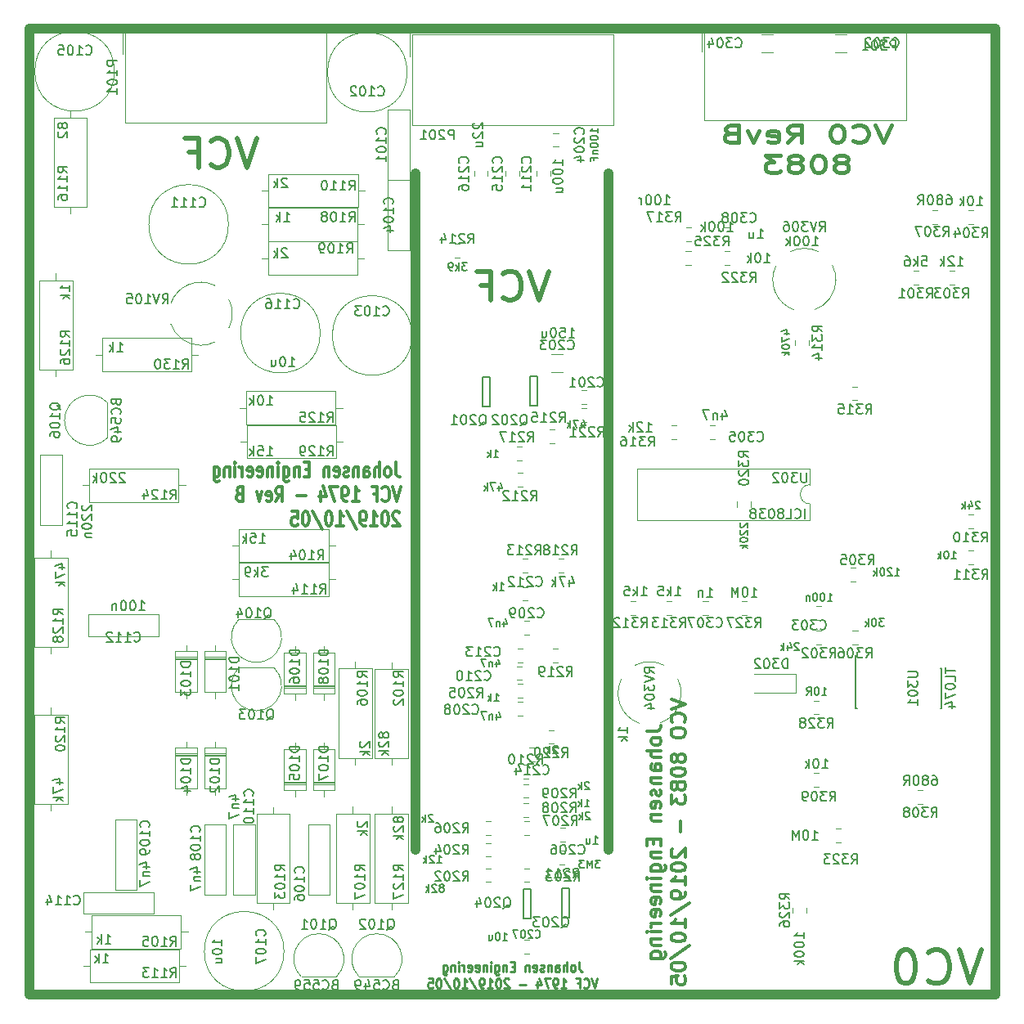
<source format=gbr>
%TF.GenerationSoftware,KiCad,Pcbnew,(5.1.0)-1*%
%TF.CreationDate,2019-10-05T22:59:41+02:00*%
%TF.ProjectId,Kicad_JE_SteinerVCF,4b696361-645f-44a4-955f-537465696e65,Rev A*%
%TF.SameCoordinates,Original*%
%TF.FileFunction,Legend,Bot*%
%TF.FilePolarity,Positive*%
%FSLAX46Y46*%
G04 Gerber Fmt 4.6, Leading zero omitted, Abs format (unit mm)*
G04 Created by KiCad (PCBNEW (5.1.0)-1) date 2019-10-05 22:59:41*
%MOMM*%
%LPD*%
G04 APERTURE LIST*
%ADD10C,1.000000*%
%ADD11C,0.450000*%
%ADD12C,0.300000*%
%ADD13C,0.500000*%
%ADD14C,0.225000*%
%ADD15C,0.120000*%
%ADD16C,0.130000*%
%ADD17C,0.150000*%
%ADD18C,0.127000*%
G04 APERTURE END LIST*
D10*
X90000000Y-65000000D02*
X90000000Y-65000000D01*
X90000000Y-135000000D02*
X90000000Y-135000000D01*
X110000000Y-135000000D02*
X110000000Y-135000000D01*
X110000000Y-65000000D02*
X110000000Y-65000000D01*
D11*
X139250000Y-59939285D02*
X138416666Y-61739285D01*
X137583333Y-59939285D01*
X135321428Y-61567857D02*
X135440476Y-61653571D01*
X135797619Y-61739285D01*
X136035714Y-61739285D01*
X136392857Y-61653571D01*
X136630952Y-61482142D01*
X136750000Y-61310714D01*
X136869047Y-60967857D01*
X136869047Y-60710714D01*
X136750000Y-60367857D01*
X136630952Y-60196428D01*
X136392857Y-60025000D01*
X136035714Y-59939285D01*
X135797619Y-59939285D01*
X135440476Y-60025000D01*
X135321428Y-60110714D01*
X133773809Y-59939285D02*
X133535714Y-59939285D01*
X133297619Y-60025000D01*
X133178571Y-60110714D01*
X133059523Y-60282142D01*
X132940476Y-60625000D01*
X132940476Y-61053571D01*
X133059523Y-61396428D01*
X133178571Y-61567857D01*
X133297619Y-61653571D01*
X133535714Y-61739285D01*
X133773809Y-61739285D01*
X134011904Y-61653571D01*
X134130952Y-61567857D01*
X134250000Y-61396428D01*
X134369047Y-61053571D01*
X134369047Y-60625000D01*
X134250000Y-60282142D01*
X134130952Y-60110714D01*
X134011904Y-60025000D01*
X133773809Y-59939285D01*
X128535714Y-61739285D02*
X129369047Y-60882142D01*
X129964285Y-61739285D02*
X129964285Y-59939285D01*
X129011904Y-59939285D01*
X128773809Y-60025000D01*
X128654761Y-60110714D01*
X128535714Y-60282142D01*
X128535714Y-60539285D01*
X128654761Y-60710714D01*
X128773809Y-60796428D01*
X129011904Y-60882142D01*
X129964285Y-60882142D01*
X126511904Y-61653571D02*
X126750000Y-61739285D01*
X127226190Y-61739285D01*
X127464285Y-61653571D01*
X127583333Y-61482142D01*
X127583333Y-60796428D01*
X127464285Y-60625000D01*
X127226190Y-60539285D01*
X126750000Y-60539285D01*
X126511904Y-60625000D01*
X126392857Y-60796428D01*
X126392857Y-60967857D01*
X127583333Y-61139285D01*
X125559523Y-60539285D02*
X124964285Y-61739285D01*
X124369047Y-60539285D01*
X122583333Y-60796428D02*
X122226190Y-60882142D01*
X122107142Y-60967857D01*
X121988095Y-61139285D01*
X121988095Y-61396428D01*
X122107142Y-61567857D01*
X122226190Y-61653571D01*
X122464285Y-61739285D01*
X123416666Y-61739285D01*
X123416666Y-59939285D01*
X122583333Y-59939285D01*
X122345238Y-60025000D01*
X122226190Y-60110714D01*
X122107142Y-60282142D01*
X122107142Y-60453571D01*
X122226190Y-60625000D01*
X122345238Y-60710714D01*
X122583333Y-60796428D01*
X123416666Y-60796428D01*
X134309523Y-63860714D02*
X134547619Y-63775000D01*
X134666666Y-63689285D01*
X134785714Y-63517857D01*
X134785714Y-63432142D01*
X134666666Y-63260714D01*
X134547619Y-63175000D01*
X134309523Y-63089285D01*
X133833333Y-63089285D01*
X133595238Y-63175000D01*
X133476190Y-63260714D01*
X133357142Y-63432142D01*
X133357142Y-63517857D01*
X133476190Y-63689285D01*
X133595238Y-63775000D01*
X133833333Y-63860714D01*
X134309523Y-63860714D01*
X134547619Y-63946428D01*
X134666666Y-64032142D01*
X134785714Y-64203571D01*
X134785714Y-64546428D01*
X134666666Y-64717857D01*
X134547619Y-64803571D01*
X134309523Y-64889285D01*
X133833333Y-64889285D01*
X133595238Y-64803571D01*
X133476190Y-64717857D01*
X133357142Y-64546428D01*
X133357142Y-64203571D01*
X133476190Y-64032142D01*
X133595238Y-63946428D01*
X133833333Y-63860714D01*
X131809523Y-63089285D02*
X131571428Y-63089285D01*
X131333333Y-63175000D01*
X131214285Y-63260714D01*
X131095238Y-63432142D01*
X130976190Y-63775000D01*
X130976190Y-64203571D01*
X131095238Y-64546428D01*
X131214285Y-64717857D01*
X131333333Y-64803571D01*
X131571428Y-64889285D01*
X131809523Y-64889285D01*
X132047619Y-64803571D01*
X132166666Y-64717857D01*
X132285714Y-64546428D01*
X132404761Y-64203571D01*
X132404761Y-63775000D01*
X132285714Y-63432142D01*
X132166666Y-63260714D01*
X132047619Y-63175000D01*
X131809523Y-63089285D01*
X129547619Y-63860714D02*
X129785714Y-63775000D01*
X129904761Y-63689285D01*
X130023809Y-63517857D01*
X130023809Y-63432142D01*
X129904761Y-63260714D01*
X129785714Y-63175000D01*
X129547619Y-63089285D01*
X129071428Y-63089285D01*
X128833333Y-63175000D01*
X128714285Y-63260714D01*
X128595238Y-63432142D01*
X128595238Y-63517857D01*
X128714285Y-63689285D01*
X128833333Y-63775000D01*
X129071428Y-63860714D01*
X129547619Y-63860714D01*
X129785714Y-63946428D01*
X129904761Y-64032142D01*
X130023809Y-64203571D01*
X130023809Y-64546428D01*
X129904761Y-64717857D01*
X129785714Y-64803571D01*
X129547619Y-64889285D01*
X129071428Y-64889285D01*
X128833333Y-64803571D01*
X128714285Y-64717857D01*
X128595238Y-64546428D01*
X128595238Y-64203571D01*
X128714285Y-64032142D01*
X128833333Y-63946428D01*
X129071428Y-63860714D01*
X127761904Y-63089285D02*
X126214285Y-63089285D01*
X127047619Y-63775000D01*
X126690476Y-63775000D01*
X126452380Y-63860714D01*
X126333333Y-63946428D01*
X126214285Y-64117857D01*
X126214285Y-64546428D01*
X126333333Y-64717857D01*
X126452380Y-64803571D01*
X126690476Y-64889285D01*
X127404761Y-64889285D01*
X127642857Y-64803571D01*
X127761904Y-64717857D01*
D12*
X113903571Y-122714285D02*
X114975000Y-122714285D01*
X115189285Y-122642857D01*
X115332142Y-122500000D01*
X115403571Y-122285714D01*
X115403571Y-122142857D01*
X115403571Y-123642857D02*
X115332142Y-123500000D01*
X115260714Y-123428571D01*
X115117857Y-123357142D01*
X114689285Y-123357142D01*
X114546428Y-123428571D01*
X114475000Y-123500000D01*
X114403571Y-123642857D01*
X114403571Y-123857142D01*
X114475000Y-124000000D01*
X114546428Y-124071428D01*
X114689285Y-124142857D01*
X115117857Y-124142857D01*
X115260714Y-124071428D01*
X115332142Y-124000000D01*
X115403571Y-123857142D01*
X115403571Y-123642857D01*
X115403571Y-124785714D02*
X113903571Y-124785714D01*
X115403571Y-125428571D02*
X114617857Y-125428571D01*
X114475000Y-125357142D01*
X114403571Y-125214285D01*
X114403571Y-125000000D01*
X114475000Y-124857142D01*
X114546428Y-124785714D01*
X115403571Y-126785714D02*
X114617857Y-126785714D01*
X114475000Y-126714285D01*
X114403571Y-126571428D01*
X114403571Y-126285714D01*
X114475000Y-126142857D01*
X115332142Y-126785714D02*
X115403571Y-126642857D01*
X115403571Y-126285714D01*
X115332142Y-126142857D01*
X115189285Y-126071428D01*
X115046428Y-126071428D01*
X114903571Y-126142857D01*
X114832142Y-126285714D01*
X114832142Y-126642857D01*
X114760714Y-126785714D01*
X114403571Y-127500000D02*
X115403571Y-127500000D01*
X114546428Y-127500000D02*
X114475000Y-127571428D01*
X114403571Y-127714285D01*
X114403571Y-127928571D01*
X114475000Y-128071428D01*
X114617857Y-128142857D01*
X115403571Y-128142857D01*
X115332142Y-128785714D02*
X115403571Y-128928571D01*
X115403571Y-129214285D01*
X115332142Y-129357142D01*
X115189285Y-129428571D01*
X115117857Y-129428571D01*
X114975000Y-129357142D01*
X114903571Y-129214285D01*
X114903571Y-129000000D01*
X114832142Y-128857142D01*
X114689285Y-128785714D01*
X114617857Y-128785714D01*
X114475000Y-128857142D01*
X114403571Y-129000000D01*
X114403571Y-129214285D01*
X114475000Y-129357142D01*
X115332142Y-130642857D02*
X115403571Y-130500000D01*
X115403571Y-130214285D01*
X115332142Y-130071428D01*
X115189285Y-130000000D01*
X114617857Y-130000000D01*
X114475000Y-130071428D01*
X114403571Y-130214285D01*
X114403571Y-130500000D01*
X114475000Y-130642857D01*
X114617857Y-130714285D01*
X114760714Y-130714285D01*
X114903571Y-130000000D01*
X114403571Y-131357142D02*
X115403571Y-131357142D01*
X114546428Y-131357142D02*
X114475000Y-131428571D01*
X114403571Y-131571428D01*
X114403571Y-131785714D01*
X114475000Y-131928571D01*
X114617857Y-132000000D01*
X115403571Y-132000000D01*
X114617857Y-133857142D02*
X114617857Y-134357142D01*
X115403571Y-134571428D02*
X115403571Y-133857142D01*
X113903571Y-133857142D01*
X113903571Y-134571428D01*
X114403571Y-135214285D02*
X115403571Y-135214285D01*
X114546428Y-135214285D02*
X114475000Y-135285714D01*
X114403571Y-135428571D01*
X114403571Y-135642857D01*
X114475000Y-135785714D01*
X114617857Y-135857142D01*
X115403571Y-135857142D01*
X114403571Y-137214285D02*
X115617857Y-137214285D01*
X115760714Y-137142857D01*
X115832142Y-137071428D01*
X115903571Y-136928571D01*
X115903571Y-136714285D01*
X115832142Y-136571428D01*
X115332142Y-137214285D02*
X115403571Y-137071428D01*
X115403571Y-136785714D01*
X115332142Y-136642857D01*
X115260714Y-136571428D01*
X115117857Y-136500000D01*
X114689285Y-136500000D01*
X114546428Y-136571428D01*
X114475000Y-136642857D01*
X114403571Y-136785714D01*
X114403571Y-137071428D01*
X114475000Y-137214285D01*
X115403571Y-137928571D02*
X114403571Y-137928571D01*
X113903571Y-137928571D02*
X113975000Y-137857142D01*
X114046428Y-137928571D01*
X113975000Y-138000000D01*
X113903571Y-137928571D01*
X114046428Y-137928571D01*
X114403571Y-138642857D02*
X115403571Y-138642857D01*
X114546428Y-138642857D02*
X114475000Y-138714285D01*
X114403571Y-138857142D01*
X114403571Y-139071428D01*
X114475000Y-139214285D01*
X114617857Y-139285714D01*
X115403571Y-139285714D01*
X115332142Y-140571428D02*
X115403571Y-140428571D01*
X115403571Y-140142857D01*
X115332142Y-140000000D01*
X115189285Y-139928571D01*
X114617857Y-139928571D01*
X114475000Y-140000000D01*
X114403571Y-140142857D01*
X114403571Y-140428571D01*
X114475000Y-140571428D01*
X114617857Y-140642857D01*
X114760714Y-140642857D01*
X114903571Y-139928571D01*
X115332142Y-141857142D02*
X115403571Y-141714285D01*
X115403571Y-141428571D01*
X115332142Y-141285714D01*
X115189285Y-141214285D01*
X114617857Y-141214285D01*
X114475000Y-141285714D01*
X114403571Y-141428571D01*
X114403571Y-141714285D01*
X114475000Y-141857142D01*
X114617857Y-141928571D01*
X114760714Y-141928571D01*
X114903571Y-141214285D01*
X115403571Y-142571428D02*
X114403571Y-142571428D01*
X114689285Y-142571428D02*
X114546428Y-142642857D01*
X114475000Y-142714285D01*
X114403571Y-142857142D01*
X114403571Y-143000000D01*
X115403571Y-143500000D02*
X114403571Y-143500000D01*
X113903571Y-143500000D02*
X113975000Y-143428571D01*
X114046428Y-143500000D01*
X113975000Y-143571428D01*
X113903571Y-143500000D01*
X114046428Y-143500000D01*
X114403571Y-144214285D02*
X115403571Y-144214285D01*
X114546428Y-144214285D02*
X114475000Y-144285714D01*
X114403571Y-144428571D01*
X114403571Y-144642857D01*
X114475000Y-144785714D01*
X114617857Y-144857142D01*
X115403571Y-144857142D01*
X114403571Y-146214285D02*
X115617857Y-146214285D01*
X115760714Y-146142857D01*
X115832142Y-146071428D01*
X115903571Y-145928571D01*
X115903571Y-145714285D01*
X115832142Y-145571428D01*
X115332142Y-146214285D02*
X115403571Y-146071428D01*
X115403571Y-145785714D01*
X115332142Y-145642857D01*
X115260714Y-145571428D01*
X115117857Y-145500000D01*
X114689285Y-145500000D01*
X114546428Y-145571428D01*
X114475000Y-145642857D01*
X114403571Y-145785714D01*
X114403571Y-146071428D01*
X114475000Y-146214285D01*
X116453571Y-119428571D02*
X117953571Y-119928571D01*
X116453571Y-120428571D01*
X117810714Y-121785714D02*
X117882142Y-121714285D01*
X117953571Y-121500000D01*
X117953571Y-121357142D01*
X117882142Y-121142857D01*
X117739285Y-121000000D01*
X117596428Y-120928571D01*
X117310714Y-120857142D01*
X117096428Y-120857142D01*
X116810714Y-120928571D01*
X116667857Y-121000000D01*
X116525000Y-121142857D01*
X116453571Y-121357142D01*
X116453571Y-121500000D01*
X116525000Y-121714285D01*
X116596428Y-121785714D01*
X116453571Y-122714285D02*
X116453571Y-123000000D01*
X116525000Y-123142857D01*
X116667857Y-123285714D01*
X116953571Y-123357142D01*
X117453571Y-123357142D01*
X117739285Y-123285714D01*
X117882142Y-123142857D01*
X117953571Y-123000000D01*
X117953571Y-122714285D01*
X117882142Y-122571428D01*
X117739285Y-122428571D01*
X117453571Y-122357142D01*
X116953571Y-122357142D01*
X116667857Y-122428571D01*
X116525000Y-122571428D01*
X116453571Y-122714285D01*
X117096428Y-125357142D02*
X117025000Y-125214285D01*
X116953571Y-125142857D01*
X116810714Y-125071428D01*
X116739285Y-125071428D01*
X116596428Y-125142857D01*
X116525000Y-125214285D01*
X116453571Y-125357142D01*
X116453571Y-125642857D01*
X116525000Y-125785714D01*
X116596428Y-125857142D01*
X116739285Y-125928571D01*
X116810714Y-125928571D01*
X116953571Y-125857142D01*
X117025000Y-125785714D01*
X117096428Y-125642857D01*
X117096428Y-125357142D01*
X117167857Y-125214285D01*
X117239285Y-125142857D01*
X117382142Y-125071428D01*
X117667857Y-125071428D01*
X117810714Y-125142857D01*
X117882142Y-125214285D01*
X117953571Y-125357142D01*
X117953571Y-125642857D01*
X117882142Y-125785714D01*
X117810714Y-125857142D01*
X117667857Y-125928571D01*
X117382142Y-125928571D01*
X117239285Y-125857142D01*
X117167857Y-125785714D01*
X117096428Y-125642857D01*
X116453571Y-126857142D02*
X116453571Y-127000000D01*
X116525000Y-127142857D01*
X116596428Y-127214285D01*
X116739285Y-127285714D01*
X117025000Y-127357142D01*
X117382142Y-127357142D01*
X117667857Y-127285714D01*
X117810714Y-127214285D01*
X117882142Y-127142857D01*
X117953571Y-127000000D01*
X117953571Y-126857142D01*
X117882142Y-126714285D01*
X117810714Y-126642857D01*
X117667857Y-126571428D01*
X117382142Y-126500000D01*
X117025000Y-126500000D01*
X116739285Y-126571428D01*
X116596428Y-126642857D01*
X116525000Y-126714285D01*
X116453571Y-126857142D01*
X117096428Y-128214285D02*
X117025000Y-128071428D01*
X116953571Y-128000000D01*
X116810714Y-127928571D01*
X116739285Y-127928571D01*
X116596428Y-128000000D01*
X116525000Y-128071428D01*
X116453571Y-128214285D01*
X116453571Y-128500000D01*
X116525000Y-128642857D01*
X116596428Y-128714285D01*
X116739285Y-128785714D01*
X116810714Y-128785714D01*
X116953571Y-128714285D01*
X117025000Y-128642857D01*
X117096428Y-128500000D01*
X117096428Y-128214285D01*
X117167857Y-128071428D01*
X117239285Y-128000000D01*
X117382142Y-127928571D01*
X117667857Y-127928571D01*
X117810714Y-128000000D01*
X117882142Y-128071428D01*
X117953571Y-128214285D01*
X117953571Y-128500000D01*
X117882142Y-128642857D01*
X117810714Y-128714285D01*
X117667857Y-128785714D01*
X117382142Y-128785714D01*
X117239285Y-128714285D01*
X117167857Y-128642857D01*
X117096428Y-128500000D01*
X116453571Y-129285714D02*
X116453571Y-130214285D01*
X117025000Y-129714285D01*
X117025000Y-129928571D01*
X117096428Y-130071428D01*
X117167857Y-130142857D01*
X117310714Y-130214285D01*
X117667857Y-130214285D01*
X117810714Y-130142857D01*
X117882142Y-130071428D01*
X117953571Y-129928571D01*
X117953571Y-129500000D01*
X117882142Y-129357142D01*
X117810714Y-129285714D01*
X117382142Y-132000000D02*
X117382142Y-133142857D01*
X116596428Y-134928571D02*
X116525000Y-135000000D01*
X116453571Y-135142857D01*
X116453571Y-135500000D01*
X116525000Y-135642857D01*
X116596428Y-135714285D01*
X116739285Y-135785714D01*
X116882142Y-135785714D01*
X117096428Y-135714285D01*
X117953571Y-134857142D01*
X117953571Y-135785714D01*
X116453571Y-136714285D02*
X116453571Y-136857142D01*
X116525000Y-137000000D01*
X116596428Y-137071428D01*
X116739285Y-137142857D01*
X117025000Y-137214285D01*
X117382142Y-137214285D01*
X117667857Y-137142857D01*
X117810714Y-137071428D01*
X117882142Y-137000000D01*
X117953571Y-136857142D01*
X117953571Y-136714285D01*
X117882142Y-136571428D01*
X117810714Y-136500000D01*
X117667857Y-136428571D01*
X117382142Y-136357142D01*
X117025000Y-136357142D01*
X116739285Y-136428571D01*
X116596428Y-136500000D01*
X116525000Y-136571428D01*
X116453571Y-136714285D01*
X117953571Y-138642857D02*
X117953571Y-137785714D01*
X117953571Y-138214285D02*
X116453571Y-138214285D01*
X116667857Y-138071428D01*
X116810714Y-137928571D01*
X116882142Y-137785714D01*
X117953571Y-139357142D02*
X117953571Y-139642857D01*
X117882142Y-139785714D01*
X117810714Y-139857142D01*
X117596428Y-140000000D01*
X117310714Y-140071428D01*
X116739285Y-140071428D01*
X116596428Y-140000000D01*
X116525000Y-139928571D01*
X116453571Y-139785714D01*
X116453571Y-139500000D01*
X116525000Y-139357142D01*
X116596428Y-139285714D01*
X116739285Y-139214285D01*
X117096428Y-139214285D01*
X117239285Y-139285714D01*
X117310714Y-139357142D01*
X117382142Y-139500000D01*
X117382142Y-139785714D01*
X117310714Y-139928571D01*
X117239285Y-140000000D01*
X117096428Y-140071428D01*
X116382142Y-141785714D02*
X118310714Y-140500000D01*
X117953571Y-143071428D02*
X117953571Y-142214285D01*
X117953571Y-142642857D02*
X116453571Y-142642857D01*
X116667857Y-142500000D01*
X116810714Y-142357142D01*
X116882142Y-142214285D01*
X116453571Y-144000000D02*
X116453571Y-144142857D01*
X116525000Y-144285714D01*
X116596428Y-144357142D01*
X116739285Y-144428571D01*
X117025000Y-144500000D01*
X117382142Y-144500000D01*
X117667857Y-144428571D01*
X117810714Y-144357142D01*
X117882142Y-144285714D01*
X117953571Y-144142857D01*
X117953571Y-144000000D01*
X117882142Y-143857142D01*
X117810714Y-143785714D01*
X117667857Y-143714285D01*
X117382142Y-143642857D01*
X117025000Y-143642857D01*
X116739285Y-143714285D01*
X116596428Y-143785714D01*
X116525000Y-143857142D01*
X116453571Y-144000000D01*
X116382142Y-146214285D02*
X118310714Y-144928571D01*
X116453571Y-147000000D02*
X116453571Y-147142857D01*
X116525000Y-147285714D01*
X116596428Y-147357142D01*
X116739285Y-147428571D01*
X117025000Y-147500000D01*
X117382142Y-147500000D01*
X117667857Y-147428571D01*
X117810714Y-147357142D01*
X117882142Y-147285714D01*
X117953571Y-147142857D01*
X117953571Y-147000000D01*
X117882142Y-146857142D01*
X117810714Y-146785714D01*
X117667857Y-146714285D01*
X117382142Y-146642857D01*
X117025000Y-146642857D01*
X116739285Y-146714285D01*
X116596428Y-146785714D01*
X116525000Y-146857142D01*
X116453571Y-147000000D01*
X116453571Y-148857142D02*
X116453571Y-148142857D01*
X117167857Y-148071428D01*
X117096428Y-148142857D01*
X117025000Y-148285714D01*
X117025000Y-148642857D01*
X117096428Y-148785714D01*
X117167857Y-148857142D01*
X117310714Y-148928571D01*
X117667857Y-148928571D01*
X117810714Y-148857142D01*
X117882142Y-148785714D01*
X117953571Y-148642857D01*
X117953571Y-148285714D01*
X117882142Y-148142857D01*
X117810714Y-148071428D01*
D13*
X148583333Y-145333333D02*
X147416666Y-148833333D01*
X146250000Y-145333333D01*
X143083333Y-148500000D02*
X143250000Y-148666666D01*
X143750000Y-148833333D01*
X144083333Y-148833333D01*
X144583333Y-148666666D01*
X144916666Y-148333333D01*
X145083333Y-148000000D01*
X145250000Y-147333333D01*
X145250000Y-146833333D01*
X145083333Y-146166666D01*
X144916666Y-145833333D01*
X144583333Y-145500000D01*
X144083333Y-145333333D01*
X143750000Y-145333333D01*
X143250000Y-145500000D01*
X143083333Y-145666666D01*
X140916666Y-145333333D02*
X140583333Y-145333333D01*
X140250000Y-145500000D01*
X140083333Y-145666666D01*
X139916666Y-146000000D01*
X139750000Y-146666666D01*
X139750000Y-147500000D01*
X139916666Y-148166666D01*
X140083333Y-148500000D01*
X140250000Y-148666666D01*
X140583333Y-148833333D01*
X140916666Y-148833333D01*
X141250000Y-148666666D01*
X141416666Y-148500000D01*
X141583333Y-148166666D01*
X141750000Y-147500000D01*
X141750000Y-146666666D01*
X141583333Y-146000000D01*
X141416666Y-145666666D01*
X141250000Y-145500000D01*
X140916666Y-145333333D01*
X103785714Y-75107142D02*
X102785714Y-78107142D01*
X101785714Y-75107142D01*
X99071428Y-77821428D02*
X99214285Y-77964285D01*
X99642857Y-78107142D01*
X99928571Y-78107142D01*
X100357142Y-77964285D01*
X100642857Y-77678571D01*
X100785714Y-77392857D01*
X100928571Y-76821428D01*
X100928571Y-76392857D01*
X100785714Y-75821428D01*
X100642857Y-75535714D01*
X100357142Y-75250000D01*
X99928571Y-75107142D01*
X99642857Y-75107142D01*
X99214285Y-75250000D01*
X99071428Y-75392857D01*
X96785714Y-76535714D02*
X97785714Y-76535714D01*
X97785714Y-78107142D02*
X97785714Y-75107142D01*
X96357142Y-75107142D01*
X73535714Y-61357142D02*
X72535714Y-64357142D01*
X71535714Y-61357142D01*
X68821428Y-64071428D02*
X68964285Y-64214285D01*
X69392857Y-64357142D01*
X69678571Y-64357142D01*
X70107142Y-64214285D01*
X70392857Y-63928571D01*
X70535714Y-63642857D01*
X70678571Y-63071428D01*
X70678571Y-62642857D01*
X70535714Y-62071428D01*
X70392857Y-61785714D01*
X70107142Y-61500000D01*
X69678571Y-61357142D01*
X69392857Y-61357142D01*
X68964285Y-61500000D01*
X68821428Y-61642857D01*
X66535714Y-62785714D02*
X67535714Y-62785714D01*
X67535714Y-64357142D02*
X67535714Y-61357142D01*
X66107142Y-61357142D01*
D12*
X87926428Y-94878571D02*
X87926428Y-95950000D01*
X87983571Y-96164285D01*
X88097857Y-96307142D01*
X88269285Y-96378571D01*
X88383571Y-96378571D01*
X87183571Y-96378571D02*
X87297857Y-96307142D01*
X87355000Y-96235714D01*
X87412142Y-96092857D01*
X87412142Y-95664285D01*
X87355000Y-95521428D01*
X87297857Y-95450000D01*
X87183571Y-95378571D01*
X87012142Y-95378571D01*
X86897857Y-95450000D01*
X86840714Y-95521428D01*
X86783571Y-95664285D01*
X86783571Y-96092857D01*
X86840714Y-96235714D01*
X86897857Y-96307142D01*
X87012142Y-96378571D01*
X87183571Y-96378571D01*
X86269285Y-96378571D02*
X86269285Y-94878571D01*
X85755000Y-96378571D02*
X85755000Y-95592857D01*
X85812142Y-95450000D01*
X85926428Y-95378571D01*
X86097857Y-95378571D01*
X86212142Y-95450000D01*
X86269285Y-95521428D01*
X84669285Y-96378571D02*
X84669285Y-95592857D01*
X84726428Y-95450000D01*
X84840714Y-95378571D01*
X85069285Y-95378571D01*
X85183571Y-95450000D01*
X84669285Y-96307142D02*
X84783571Y-96378571D01*
X85069285Y-96378571D01*
X85183571Y-96307142D01*
X85240714Y-96164285D01*
X85240714Y-96021428D01*
X85183571Y-95878571D01*
X85069285Y-95807142D01*
X84783571Y-95807142D01*
X84669285Y-95735714D01*
X84097857Y-95378571D02*
X84097857Y-96378571D01*
X84097857Y-95521428D02*
X84040714Y-95450000D01*
X83926428Y-95378571D01*
X83755000Y-95378571D01*
X83640714Y-95450000D01*
X83583571Y-95592857D01*
X83583571Y-96378571D01*
X83069285Y-96307142D02*
X82955000Y-96378571D01*
X82726428Y-96378571D01*
X82612142Y-96307142D01*
X82555000Y-96164285D01*
X82555000Y-96092857D01*
X82612142Y-95950000D01*
X82726428Y-95878571D01*
X82897857Y-95878571D01*
X83012142Y-95807142D01*
X83069285Y-95664285D01*
X83069285Y-95592857D01*
X83012142Y-95450000D01*
X82897857Y-95378571D01*
X82726428Y-95378571D01*
X82612142Y-95450000D01*
X81583571Y-96307142D02*
X81697857Y-96378571D01*
X81926428Y-96378571D01*
X82040714Y-96307142D01*
X82097857Y-96164285D01*
X82097857Y-95592857D01*
X82040714Y-95450000D01*
X81926428Y-95378571D01*
X81697857Y-95378571D01*
X81583571Y-95450000D01*
X81526428Y-95592857D01*
X81526428Y-95735714D01*
X82097857Y-95878571D01*
X81012142Y-95378571D02*
X81012142Y-96378571D01*
X81012142Y-95521428D02*
X80955000Y-95450000D01*
X80840714Y-95378571D01*
X80669285Y-95378571D01*
X80555000Y-95450000D01*
X80497857Y-95592857D01*
X80497857Y-96378571D01*
X79012142Y-95592857D02*
X78612142Y-95592857D01*
X78440714Y-96378571D02*
X79012142Y-96378571D01*
X79012142Y-94878571D01*
X78440714Y-94878571D01*
X77926428Y-95378571D02*
X77926428Y-96378571D01*
X77926428Y-95521428D02*
X77869285Y-95450000D01*
X77755000Y-95378571D01*
X77583571Y-95378571D01*
X77469285Y-95450000D01*
X77412142Y-95592857D01*
X77412142Y-96378571D01*
X76326428Y-95378571D02*
X76326428Y-96592857D01*
X76383571Y-96735714D01*
X76440714Y-96807142D01*
X76555000Y-96878571D01*
X76726428Y-96878571D01*
X76840714Y-96807142D01*
X76326428Y-96307142D02*
X76440714Y-96378571D01*
X76669285Y-96378571D01*
X76783571Y-96307142D01*
X76840714Y-96235714D01*
X76897857Y-96092857D01*
X76897857Y-95664285D01*
X76840714Y-95521428D01*
X76783571Y-95450000D01*
X76669285Y-95378571D01*
X76440714Y-95378571D01*
X76326428Y-95450000D01*
X75755000Y-96378571D02*
X75755000Y-95378571D01*
X75755000Y-94878571D02*
X75812142Y-94950000D01*
X75755000Y-95021428D01*
X75697857Y-94950000D01*
X75755000Y-94878571D01*
X75755000Y-95021428D01*
X75183571Y-95378571D02*
X75183571Y-96378571D01*
X75183571Y-95521428D02*
X75126428Y-95450000D01*
X75012142Y-95378571D01*
X74840714Y-95378571D01*
X74726428Y-95450000D01*
X74669285Y-95592857D01*
X74669285Y-96378571D01*
X73640714Y-96307142D02*
X73755000Y-96378571D01*
X73983571Y-96378571D01*
X74097857Y-96307142D01*
X74155000Y-96164285D01*
X74155000Y-95592857D01*
X74097857Y-95450000D01*
X73983571Y-95378571D01*
X73755000Y-95378571D01*
X73640714Y-95450000D01*
X73583571Y-95592857D01*
X73583571Y-95735714D01*
X74155000Y-95878571D01*
X72612142Y-96307142D02*
X72726428Y-96378571D01*
X72955000Y-96378571D01*
X73069285Y-96307142D01*
X73126428Y-96164285D01*
X73126428Y-95592857D01*
X73069285Y-95450000D01*
X72955000Y-95378571D01*
X72726428Y-95378571D01*
X72612142Y-95450000D01*
X72555000Y-95592857D01*
X72555000Y-95735714D01*
X73126428Y-95878571D01*
X72040714Y-96378571D02*
X72040714Y-95378571D01*
X72040714Y-95664285D02*
X71983571Y-95521428D01*
X71926428Y-95450000D01*
X71812142Y-95378571D01*
X71697857Y-95378571D01*
X71297857Y-96378571D02*
X71297857Y-95378571D01*
X71297857Y-94878571D02*
X71355000Y-94950000D01*
X71297857Y-95021428D01*
X71240714Y-94950000D01*
X71297857Y-94878571D01*
X71297857Y-95021428D01*
X70726428Y-95378571D02*
X70726428Y-96378571D01*
X70726428Y-95521428D02*
X70669285Y-95450000D01*
X70555000Y-95378571D01*
X70383571Y-95378571D01*
X70269285Y-95450000D01*
X70212142Y-95592857D01*
X70212142Y-96378571D01*
X69126428Y-95378571D02*
X69126428Y-96592857D01*
X69183571Y-96735714D01*
X69240714Y-96807142D01*
X69355000Y-96878571D01*
X69526428Y-96878571D01*
X69640714Y-96807142D01*
X69126428Y-96307142D02*
X69240714Y-96378571D01*
X69469285Y-96378571D01*
X69583571Y-96307142D01*
X69640714Y-96235714D01*
X69697857Y-96092857D01*
X69697857Y-95664285D01*
X69640714Y-95521428D01*
X69583571Y-95450000D01*
X69469285Y-95378571D01*
X69240714Y-95378571D01*
X69126428Y-95450000D01*
X88440714Y-97428571D02*
X88040714Y-98928571D01*
X87640714Y-97428571D01*
X86555000Y-98785714D02*
X86612142Y-98857142D01*
X86783571Y-98928571D01*
X86897857Y-98928571D01*
X87069285Y-98857142D01*
X87183571Y-98714285D01*
X87240714Y-98571428D01*
X87297857Y-98285714D01*
X87297857Y-98071428D01*
X87240714Y-97785714D01*
X87183571Y-97642857D01*
X87069285Y-97500000D01*
X86897857Y-97428571D01*
X86783571Y-97428571D01*
X86612142Y-97500000D01*
X86555000Y-97571428D01*
X85640714Y-98142857D02*
X86040714Y-98142857D01*
X86040714Y-98928571D02*
X86040714Y-97428571D01*
X85469285Y-97428571D01*
X83469285Y-98928571D02*
X84155000Y-98928571D01*
X83812142Y-98928571D02*
X83812142Y-97428571D01*
X83926428Y-97642857D01*
X84040714Y-97785714D01*
X84155000Y-97857142D01*
X82897857Y-98928571D02*
X82669285Y-98928571D01*
X82555000Y-98857142D01*
X82497857Y-98785714D01*
X82383571Y-98571428D01*
X82326428Y-98285714D01*
X82326428Y-97714285D01*
X82383571Y-97571428D01*
X82440714Y-97500000D01*
X82555000Y-97428571D01*
X82783571Y-97428571D01*
X82897857Y-97500000D01*
X82955000Y-97571428D01*
X83012142Y-97714285D01*
X83012142Y-98071428D01*
X82955000Y-98214285D01*
X82897857Y-98285714D01*
X82783571Y-98357142D01*
X82555000Y-98357142D01*
X82440714Y-98285714D01*
X82383571Y-98214285D01*
X82326428Y-98071428D01*
X81926428Y-97428571D02*
X81126428Y-97428571D01*
X81640714Y-98928571D01*
X80155000Y-97928571D02*
X80155000Y-98928571D01*
X80440714Y-97357142D02*
X80726428Y-98428571D01*
X79983571Y-98428571D01*
X78612142Y-98357142D02*
X77697857Y-98357142D01*
X75526428Y-98928571D02*
X75926428Y-98214285D01*
X76212142Y-98928571D02*
X76212142Y-97428571D01*
X75755000Y-97428571D01*
X75640714Y-97500000D01*
X75583571Y-97571428D01*
X75526428Y-97714285D01*
X75526428Y-97928571D01*
X75583571Y-98071428D01*
X75640714Y-98142857D01*
X75755000Y-98214285D01*
X76212142Y-98214285D01*
X74555000Y-98857142D02*
X74669285Y-98928571D01*
X74897857Y-98928571D01*
X75012142Y-98857142D01*
X75069285Y-98714285D01*
X75069285Y-98142857D01*
X75012142Y-98000000D01*
X74897857Y-97928571D01*
X74669285Y-97928571D01*
X74555000Y-98000000D01*
X74497857Y-98142857D01*
X74497857Y-98285714D01*
X75069285Y-98428571D01*
X74097857Y-97928571D02*
X73812142Y-98928571D01*
X73526428Y-97928571D01*
X71755000Y-98142857D02*
X71583571Y-98214285D01*
X71526428Y-98285714D01*
X71469285Y-98428571D01*
X71469285Y-98642857D01*
X71526428Y-98785714D01*
X71583571Y-98857142D01*
X71697857Y-98928571D01*
X72155000Y-98928571D01*
X72155000Y-97428571D01*
X71755000Y-97428571D01*
X71640714Y-97500000D01*
X71583571Y-97571428D01*
X71526428Y-97714285D01*
X71526428Y-97857142D01*
X71583571Y-98000000D01*
X71640714Y-98071428D01*
X71755000Y-98142857D01*
X72155000Y-98142857D01*
X88326428Y-100121428D02*
X88269285Y-100050000D01*
X88155000Y-99978571D01*
X87869285Y-99978571D01*
X87755000Y-100050000D01*
X87697857Y-100121428D01*
X87640714Y-100264285D01*
X87640714Y-100407142D01*
X87697857Y-100621428D01*
X88383571Y-101478571D01*
X87640714Y-101478571D01*
X86897857Y-99978571D02*
X86783571Y-99978571D01*
X86669285Y-100050000D01*
X86612142Y-100121428D01*
X86555000Y-100264285D01*
X86497857Y-100550000D01*
X86497857Y-100907142D01*
X86555000Y-101192857D01*
X86612142Y-101335714D01*
X86669285Y-101407142D01*
X86783571Y-101478571D01*
X86897857Y-101478571D01*
X87012142Y-101407142D01*
X87069285Y-101335714D01*
X87126428Y-101192857D01*
X87183571Y-100907142D01*
X87183571Y-100550000D01*
X87126428Y-100264285D01*
X87069285Y-100121428D01*
X87012142Y-100050000D01*
X86897857Y-99978571D01*
X85355000Y-101478571D02*
X86040714Y-101478571D01*
X85697857Y-101478571D02*
X85697857Y-99978571D01*
X85812142Y-100192857D01*
X85926428Y-100335714D01*
X86040714Y-100407142D01*
X84783571Y-101478571D02*
X84555000Y-101478571D01*
X84440714Y-101407142D01*
X84383571Y-101335714D01*
X84269285Y-101121428D01*
X84212142Y-100835714D01*
X84212142Y-100264285D01*
X84269285Y-100121428D01*
X84326428Y-100050000D01*
X84440714Y-99978571D01*
X84669285Y-99978571D01*
X84783571Y-100050000D01*
X84840714Y-100121428D01*
X84897857Y-100264285D01*
X84897857Y-100621428D01*
X84840714Y-100764285D01*
X84783571Y-100835714D01*
X84669285Y-100907142D01*
X84440714Y-100907142D01*
X84326428Y-100835714D01*
X84269285Y-100764285D01*
X84212142Y-100621428D01*
X82840714Y-99907142D02*
X83869285Y-101835714D01*
X81812142Y-101478571D02*
X82497857Y-101478571D01*
X82155000Y-101478571D02*
X82155000Y-99978571D01*
X82269285Y-100192857D01*
X82383571Y-100335714D01*
X82497857Y-100407142D01*
X81069285Y-99978571D02*
X80955000Y-99978571D01*
X80840714Y-100050000D01*
X80783571Y-100121428D01*
X80726428Y-100264285D01*
X80669285Y-100550000D01*
X80669285Y-100907142D01*
X80726428Y-101192857D01*
X80783571Y-101335714D01*
X80840714Y-101407142D01*
X80955000Y-101478571D01*
X81069285Y-101478571D01*
X81183571Y-101407142D01*
X81240714Y-101335714D01*
X81297857Y-101192857D01*
X81355000Y-100907142D01*
X81355000Y-100550000D01*
X81297857Y-100264285D01*
X81240714Y-100121428D01*
X81183571Y-100050000D01*
X81069285Y-99978571D01*
X79297857Y-99907142D02*
X80326428Y-101835714D01*
X78669285Y-99978571D02*
X78555000Y-99978571D01*
X78440714Y-100050000D01*
X78383571Y-100121428D01*
X78326428Y-100264285D01*
X78269285Y-100550000D01*
X78269285Y-100907142D01*
X78326428Y-101192857D01*
X78383571Y-101335714D01*
X78440714Y-101407142D01*
X78555000Y-101478571D01*
X78669285Y-101478571D01*
X78783571Y-101407142D01*
X78840714Y-101335714D01*
X78897857Y-101192857D01*
X78955000Y-100907142D01*
X78955000Y-100550000D01*
X78897857Y-100264285D01*
X78840714Y-100121428D01*
X78783571Y-100050000D01*
X78669285Y-99978571D01*
X77183571Y-99978571D02*
X77755000Y-99978571D01*
X77812142Y-100692857D01*
X77755000Y-100621428D01*
X77640714Y-100550000D01*
X77355000Y-100550000D01*
X77240714Y-100621428D01*
X77183571Y-100692857D01*
X77126428Y-100835714D01*
X77126428Y-101192857D01*
X77183571Y-101335714D01*
X77240714Y-101407142D01*
X77355000Y-101478571D01*
X77640714Y-101478571D01*
X77755000Y-101407142D01*
X77812142Y-101335714D01*
D14*
X106921428Y-146589880D02*
X106921428Y-147304166D01*
X106964285Y-147447023D01*
X107050000Y-147542261D01*
X107178571Y-147589880D01*
X107264285Y-147589880D01*
X106364285Y-147589880D02*
X106450000Y-147542261D01*
X106492857Y-147494642D01*
X106535714Y-147399404D01*
X106535714Y-147113690D01*
X106492857Y-147018452D01*
X106450000Y-146970833D01*
X106364285Y-146923214D01*
X106235714Y-146923214D01*
X106150000Y-146970833D01*
X106107142Y-147018452D01*
X106064285Y-147113690D01*
X106064285Y-147399404D01*
X106107142Y-147494642D01*
X106150000Y-147542261D01*
X106235714Y-147589880D01*
X106364285Y-147589880D01*
X105678571Y-147589880D02*
X105678571Y-146589880D01*
X105292857Y-147589880D02*
X105292857Y-147066071D01*
X105335714Y-146970833D01*
X105421428Y-146923214D01*
X105550000Y-146923214D01*
X105635714Y-146970833D01*
X105678571Y-147018452D01*
X104478571Y-147589880D02*
X104478571Y-147066071D01*
X104521428Y-146970833D01*
X104607142Y-146923214D01*
X104778571Y-146923214D01*
X104864285Y-146970833D01*
X104478571Y-147542261D02*
X104564285Y-147589880D01*
X104778571Y-147589880D01*
X104864285Y-147542261D01*
X104907142Y-147447023D01*
X104907142Y-147351785D01*
X104864285Y-147256547D01*
X104778571Y-147208928D01*
X104564285Y-147208928D01*
X104478571Y-147161309D01*
X104050000Y-146923214D02*
X104050000Y-147589880D01*
X104050000Y-147018452D02*
X104007142Y-146970833D01*
X103921428Y-146923214D01*
X103792857Y-146923214D01*
X103707142Y-146970833D01*
X103664285Y-147066071D01*
X103664285Y-147589880D01*
X103278571Y-147542261D02*
X103192857Y-147589880D01*
X103021428Y-147589880D01*
X102935714Y-147542261D01*
X102892857Y-147447023D01*
X102892857Y-147399404D01*
X102935714Y-147304166D01*
X103021428Y-147256547D01*
X103150000Y-147256547D01*
X103235714Y-147208928D01*
X103278571Y-147113690D01*
X103278571Y-147066071D01*
X103235714Y-146970833D01*
X103150000Y-146923214D01*
X103021428Y-146923214D01*
X102935714Y-146970833D01*
X102164285Y-147542261D02*
X102250000Y-147589880D01*
X102421428Y-147589880D01*
X102507142Y-147542261D01*
X102550000Y-147447023D01*
X102550000Y-147066071D01*
X102507142Y-146970833D01*
X102421428Y-146923214D01*
X102250000Y-146923214D01*
X102164285Y-146970833D01*
X102121428Y-147066071D01*
X102121428Y-147161309D01*
X102550000Y-147256547D01*
X101735714Y-146923214D02*
X101735714Y-147589880D01*
X101735714Y-147018452D02*
X101692857Y-146970833D01*
X101607142Y-146923214D01*
X101478571Y-146923214D01*
X101392857Y-146970833D01*
X101350000Y-147066071D01*
X101350000Y-147589880D01*
X100235714Y-147066071D02*
X99935714Y-147066071D01*
X99807142Y-147589880D02*
X100235714Y-147589880D01*
X100235714Y-146589880D01*
X99807142Y-146589880D01*
X99421428Y-146923214D02*
X99421428Y-147589880D01*
X99421428Y-147018452D02*
X99378571Y-146970833D01*
X99292857Y-146923214D01*
X99164285Y-146923214D01*
X99078571Y-146970833D01*
X99035714Y-147066071D01*
X99035714Y-147589880D01*
X98221428Y-146923214D02*
X98221428Y-147732738D01*
X98264285Y-147827976D01*
X98307142Y-147875595D01*
X98392857Y-147923214D01*
X98521428Y-147923214D01*
X98607142Y-147875595D01*
X98221428Y-147542261D02*
X98307142Y-147589880D01*
X98478571Y-147589880D01*
X98564285Y-147542261D01*
X98607142Y-147494642D01*
X98650000Y-147399404D01*
X98650000Y-147113690D01*
X98607142Y-147018452D01*
X98564285Y-146970833D01*
X98478571Y-146923214D01*
X98307142Y-146923214D01*
X98221428Y-146970833D01*
X97792857Y-147589880D02*
X97792857Y-146923214D01*
X97792857Y-146589880D02*
X97835714Y-146637500D01*
X97792857Y-146685119D01*
X97750000Y-146637500D01*
X97792857Y-146589880D01*
X97792857Y-146685119D01*
X97364285Y-146923214D02*
X97364285Y-147589880D01*
X97364285Y-147018452D02*
X97321428Y-146970833D01*
X97235714Y-146923214D01*
X97107142Y-146923214D01*
X97021428Y-146970833D01*
X96978571Y-147066071D01*
X96978571Y-147589880D01*
X96207142Y-147542261D02*
X96292857Y-147589880D01*
X96464285Y-147589880D01*
X96550000Y-147542261D01*
X96592857Y-147447023D01*
X96592857Y-147066071D01*
X96550000Y-146970833D01*
X96464285Y-146923214D01*
X96292857Y-146923214D01*
X96207142Y-146970833D01*
X96164285Y-147066071D01*
X96164285Y-147161309D01*
X96592857Y-147256547D01*
X95435714Y-147542261D02*
X95521428Y-147589880D01*
X95692857Y-147589880D01*
X95778571Y-147542261D01*
X95821428Y-147447023D01*
X95821428Y-147066071D01*
X95778571Y-146970833D01*
X95692857Y-146923214D01*
X95521428Y-146923214D01*
X95435714Y-146970833D01*
X95392857Y-147066071D01*
X95392857Y-147161309D01*
X95821428Y-147256547D01*
X95007142Y-147589880D02*
X95007142Y-146923214D01*
X95007142Y-147113690D02*
X94964285Y-147018452D01*
X94921428Y-146970833D01*
X94835714Y-146923214D01*
X94750000Y-146923214D01*
X94450000Y-147589880D02*
X94450000Y-146923214D01*
X94450000Y-146589880D02*
X94492857Y-146637500D01*
X94450000Y-146685119D01*
X94407142Y-146637500D01*
X94450000Y-146589880D01*
X94450000Y-146685119D01*
X94021428Y-146923214D02*
X94021428Y-147589880D01*
X94021428Y-147018452D02*
X93978571Y-146970833D01*
X93892857Y-146923214D01*
X93764285Y-146923214D01*
X93678571Y-146970833D01*
X93635714Y-147066071D01*
X93635714Y-147589880D01*
X92821428Y-146923214D02*
X92821428Y-147732738D01*
X92864285Y-147827976D01*
X92907142Y-147875595D01*
X92992857Y-147923214D01*
X93121428Y-147923214D01*
X93207142Y-147875595D01*
X92821428Y-147542261D02*
X92907142Y-147589880D01*
X93078571Y-147589880D01*
X93164285Y-147542261D01*
X93207142Y-147494642D01*
X93250000Y-147399404D01*
X93250000Y-147113690D01*
X93207142Y-147018452D01*
X93164285Y-146970833D01*
X93078571Y-146923214D01*
X92907142Y-146923214D01*
X92821428Y-146970833D01*
X108807142Y-148314880D02*
X108507142Y-149314880D01*
X108207142Y-148314880D01*
X107392857Y-149219642D02*
X107435714Y-149267261D01*
X107564285Y-149314880D01*
X107650000Y-149314880D01*
X107778571Y-149267261D01*
X107864285Y-149172023D01*
X107907142Y-149076785D01*
X107950000Y-148886309D01*
X107950000Y-148743452D01*
X107907142Y-148552976D01*
X107864285Y-148457738D01*
X107778571Y-148362500D01*
X107650000Y-148314880D01*
X107564285Y-148314880D01*
X107435714Y-148362500D01*
X107392857Y-148410119D01*
X106707142Y-148791071D02*
X107007142Y-148791071D01*
X107007142Y-149314880D02*
X107007142Y-148314880D01*
X106578571Y-148314880D01*
X105078571Y-149314880D02*
X105592857Y-149314880D01*
X105335714Y-149314880D02*
X105335714Y-148314880D01*
X105421428Y-148457738D01*
X105507142Y-148552976D01*
X105592857Y-148600595D01*
X104650000Y-149314880D02*
X104478571Y-149314880D01*
X104392857Y-149267261D01*
X104350000Y-149219642D01*
X104264285Y-149076785D01*
X104221428Y-148886309D01*
X104221428Y-148505357D01*
X104264285Y-148410119D01*
X104307142Y-148362500D01*
X104392857Y-148314880D01*
X104564285Y-148314880D01*
X104650000Y-148362500D01*
X104692857Y-148410119D01*
X104735714Y-148505357D01*
X104735714Y-148743452D01*
X104692857Y-148838690D01*
X104650000Y-148886309D01*
X104564285Y-148933928D01*
X104392857Y-148933928D01*
X104307142Y-148886309D01*
X104264285Y-148838690D01*
X104221428Y-148743452D01*
X103921428Y-148314880D02*
X103321428Y-148314880D01*
X103707142Y-149314880D01*
X102592857Y-148648214D02*
X102592857Y-149314880D01*
X102807142Y-148267261D02*
X103021428Y-148981547D01*
X102464285Y-148981547D01*
X101435714Y-148933928D02*
X100750000Y-148933928D01*
X99678571Y-148410119D02*
X99635714Y-148362500D01*
X99550000Y-148314880D01*
X99335714Y-148314880D01*
X99250000Y-148362500D01*
X99207142Y-148410119D01*
X99164285Y-148505357D01*
X99164285Y-148600595D01*
X99207142Y-148743452D01*
X99721428Y-149314880D01*
X99164285Y-149314880D01*
X98607142Y-148314880D02*
X98521428Y-148314880D01*
X98435714Y-148362500D01*
X98392857Y-148410119D01*
X98350000Y-148505357D01*
X98307142Y-148695833D01*
X98307142Y-148933928D01*
X98350000Y-149124404D01*
X98392857Y-149219642D01*
X98435714Y-149267261D01*
X98521428Y-149314880D01*
X98607142Y-149314880D01*
X98692857Y-149267261D01*
X98735714Y-149219642D01*
X98778571Y-149124404D01*
X98821428Y-148933928D01*
X98821428Y-148695833D01*
X98778571Y-148505357D01*
X98735714Y-148410119D01*
X98692857Y-148362500D01*
X98607142Y-148314880D01*
X97450000Y-149314880D02*
X97964285Y-149314880D01*
X97707142Y-149314880D02*
X97707142Y-148314880D01*
X97792857Y-148457738D01*
X97878571Y-148552976D01*
X97964285Y-148600595D01*
X97021428Y-149314880D02*
X96850000Y-149314880D01*
X96764285Y-149267261D01*
X96721428Y-149219642D01*
X96635714Y-149076785D01*
X96592857Y-148886309D01*
X96592857Y-148505357D01*
X96635714Y-148410119D01*
X96678571Y-148362500D01*
X96764285Y-148314880D01*
X96935714Y-148314880D01*
X97021428Y-148362500D01*
X97064285Y-148410119D01*
X97107142Y-148505357D01*
X97107142Y-148743452D01*
X97064285Y-148838690D01*
X97021428Y-148886309D01*
X96935714Y-148933928D01*
X96764285Y-148933928D01*
X96678571Y-148886309D01*
X96635714Y-148838690D01*
X96592857Y-148743452D01*
X95564285Y-148267261D02*
X96335714Y-149552976D01*
X94792857Y-149314880D02*
X95307142Y-149314880D01*
X95050000Y-149314880D02*
X95050000Y-148314880D01*
X95135714Y-148457738D01*
X95221428Y-148552976D01*
X95307142Y-148600595D01*
X94235714Y-148314880D02*
X94150000Y-148314880D01*
X94064285Y-148362500D01*
X94021428Y-148410119D01*
X93978571Y-148505357D01*
X93935714Y-148695833D01*
X93935714Y-148933928D01*
X93978571Y-149124404D01*
X94021428Y-149219642D01*
X94064285Y-149267261D01*
X94150000Y-149314880D01*
X94235714Y-149314880D01*
X94321428Y-149267261D01*
X94364285Y-149219642D01*
X94407142Y-149124404D01*
X94450000Y-148933928D01*
X94450000Y-148695833D01*
X94407142Y-148505357D01*
X94364285Y-148410119D01*
X94321428Y-148362500D01*
X94235714Y-148314880D01*
X92907142Y-148267261D02*
X93678571Y-149552976D01*
X92435714Y-148314880D02*
X92350000Y-148314880D01*
X92264285Y-148362500D01*
X92221428Y-148410119D01*
X92178571Y-148505357D01*
X92135714Y-148695833D01*
X92135714Y-148933928D01*
X92178571Y-149124404D01*
X92221428Y-149219642D01*
X92264285Y-149267261D01*
X92350000Y-149314880D01*
X92435714Y-149314880D01*
X92521428Y-149267261D01*
X92564285Y-149219642D01*
X92607142Y-149124404D01*
X92650000Y-148933928D01*
X92650000Y-148695833D01*
X92607142Y-148505357D01*
X92564285Y-148410119D01*
X92521428Y-148362500D01*
X92435714Y-148314880D01*
X91321428Y-148314880D02*
X91750000Y-148314880D01*
X91792857Y-148791071D01*
X91750000Y-148743452D01*
X91664285Y-148695833D01*
X91450000Y-148695833D01*
X91364285Y-148743452D01*
X91321428Y-148791071D01*
X91278571Y-148886309D01*
X91278571Y-149124404D01*
X91321428Y-149219642D01*
X91364285Y-149267261D01*
X91450000Y-149314880D01*
X91664285Y-149314880D01*
X91750000Y-149267261D01*
X91792857Y-149219642D01*
D10*
X110000000Y-135000000D02*
X110000000Y-65000000D01*
X110000000Y-65000000D02*
X110000000Y-135000000D01*
X90000000Y-135000000D02*
X90000000Y-65000000D01*
X90000000Y-65000000D02*
X90000000Y-135000000D01*
X150000000Y-50000000D02*
X50000000Y-50000000D01*
X150000000Y-150000000D02*
X150000000Y-50000000D01*
X50000000Y-150000000D02*
X150000000Y-150000000D01*
X50000000Y-50000000D02*
X50000000Y-150000000D01*
D15*
X71130000Y-139620000D02*
X73370000Y-139620000D01*
X71130000Y-132380000D02*
X73370000Y-132380000D01*
X73370000Y-132380000D02*
X73370000Y-139620000D01*
X71130000Y-132380000D02*
X71130000Y-139620000D01*
X81660000Y-107000000D02*
X80970000Y-107000000D01*
X71040000Y-107000000D02*
X71730000Y-107000000D01*
X80970000Y-108720000D02*
X71730000Y-108720000D01*
X80970000Y-105280000D02*
X80970000Y-108720000D01*
X71730000Y-105280000D02*
X80970000Y-105280000D01*
X71730000Y-108720000D02*
X71730000Y-105280000D01*
X71730000Y-105220000D02*
X71730000Y-101780000D01*
X71730000Y-101780000D02*
X80970000Y-101780000D01*
X80970000Y-101780000D02*
X80970000Y-105220000D01*
X80970000Y-105220000D02*
X71730000Y-105220000D01*
X71040000Y-103500000D02*
X71730000Y-103500000D01*
X81660000Y-103500000D02*
X80970000Y-103500000D01*
X89370000Y-58380000D02*
X87130000Y-58380000D01*
X89370000Y-65620000D02*
X87130000Y-65620000D01*
X87130000Y-65620000D02*
X87130000Y-58380000D01*
X89370000Y-65620000D02*
X89370000Y-58380000D01*
X89370000Y-72920000D02*
X89370000Y-65680000D01*
X87130000Y-72920000D02*
X87130000Y-65680000D01*
X89370000Y-72920000D02*
X87130000Y-72920000D01*
X89370000Y-65680000D02*
X87130000Y-65680000D01*
X81120000Y-139620000D02*
X81120000Y-132380000D01*
X78880000Y-139620000D02*
X78880000Y-132380000D01*
X81120000Y-139620000D02*
X78880000Y-139620000D01*
X81120000Y-132380000D02*
X78880000Y-132380000D01*
X68130000Y-132380000D02*
X68130000Y-139620000D01*
X70370000Y-132380000D02*
X70370000Y-139620000D01*
X68130000Y-132380000D02*
X70370000Y-132380000D01*
X68130000Y-139620000D02*
X70370000Y-139620000D01*
X58880000Y-139120000D02*
X61120000Y-139120000D01*
X58880000Y-131880000D02*
X61120000Y-131880000D01*
X61120000Y-131880000D02*
X61120000Y-139120000D01*
X58880000Y-131880000D02*
X58880000Y-139120000D01*
X68130000Y-115040000D02*
X70370000Y-115040000D01*
X68130000Y-115280000D02*
X70370000Y-115280000D01*
X68130000Y-115160000D02*
X70370000Y-115160000D01*
X69250000Y-119330000D02*
X69250000Y-118680000D01*
X69250000Y-113790000D02*
X69250000Y-114440000D01*
X68130000Y-118680000D02*
X68130000Y-114440000D01*
X70370000Y-118680000D02*
X68130000Y-118680000D01*
X70370000Y-114440000D02*
X70370000Y-118680000D01*
X68130000Y-114440000D02*
X70370000Y-114440000D01*
X68130000Y-124440000D02*
X70370000Y-124440000D01*
X70370000Y-124440000D02*
X70370000Y-128680000D01*
X70370000Y-128680000D02*
X68130000Y-128680000D01*
X68130000Y-128680000D02*
X68130000Y-124440000D01*
X69250000Y-123790000D02*
X69250000Y-124440000D01*
X69250000Y-129330000D02*
X69250000Y-128680000D01*
X68130000Y-125160000D02*
X70370000Y-125160000D01*
X68130000Y-125280000D02*
X70370000Y-125280000D01*
X68130000Y-125040000D02*
X70370000Y-125040000D01*
X65130000Y-115040000D02*
X67370000Y-115040000D01*
X65130000Y-115280000D02*
X67370000Y-115280000D01*
X65130000Y-115160000D02*
X67370000Y-115160000D01*
X66250000Y-119330000D02*
X66250000Y-118680000D01*
X66250000Y-113790000D02*
X66250000Y-114440000D01*
X65130000Y-118680000D02*
X65130000Y-114440000D01*
X67370000Y-118680000D02*
X65130000Y-118680000D01*
X67370000Y-114440000D02*
X67370000Y-118680000D01*
X65130000Y-114440000D02*
X67370000Y-114440000D01*
X65130000Y-124440000D02*
X67370000Y-124440000D01*
X67370000Y-124440000D02*
X67370000Y-128680000D01*
X67370000Y-128680000D02*
X65130000Y-128680000D01*
X65130000Y-128680000D02*
X65130000Y-124440000D01*
X66250000Y-123790000D02*
X66250000Y-124440000D01*
X66250000Y-129330000D02*
X66250000Y-128680000D01*
X65130000Y-125160000D02*
X67370000Y-125160000D01*
X65130000Y-125280000D02*
X67370000Y-125280000D01*
X65130000Y-125040000D02*
X67370000Y-125040000D01*
X78620000Y-128210000D02*
X76380000Y-128210000D01*
X78620000Y-127970000D02*
X76380000Y-127970000D01*
X78620000Y-128090000D02*
X76380000Y-128090000D01*
X77500000Y-123920000D02*
X77500000Y-124570000D01*
X77500000Y-129460000D02*
X77500000Y-128810000D01*
X78620000Y-124570000D02*
X78620000Y-128810000D01*
X76380000Y-124570000D02*
X78620000Y-124570000D01*
X76380000Y-128810000D02*
X76380000Y-124570000D01*
X78620000Y-128810000D02*
X76380000Y-128810000D01*
X78620000Y-118810000D02*
X76380000Y-118810000D01*
X76380000Y-118810000D02*
X76380000Y-114570000D01*
X76380000Y-114570000D02*
X78620000Y-114570000D01*
X78620000Y-114570000D02*
X78620000Y-118810000D01*
X77500000Y-119460000D02*
X77500000Y-118810000D01*
X77500000Y-113920000D02*
X77500000Y-114570000D01*
X78620000Y-118090000D02*
X76380000Y-118090000D01*
X78620000Y-117970000D02*
X76380000Y-117970000D01*
X78620000Y-118210000D02*
X76380000Y-118210000D01*
X81620000Y-128210000D02*
X79380000Y-128210000D01*
X81620000Y-127970000D02*
X79380000Y-127970000D01*
X81620000Y-128090000D02*
X79380000Y-128090000D01*
X80500000Y-123920000D02*
X80500000Y-124570000D01*
X80500000Y-129460000D02*
X80500000Y-128810000D01*
X81620000Y-124570000D02*
X81620000Y-128810000D01*
X79380000Y-124570000D02*
X81620000Y-124570000D01*
X79380000Y-128810000D02*
X79380000Y-124570000D01*
X81620000Y-128810000D02*
X79380000Y-128810000D01*
X81620000Y-118810000D02*
X79380000Y-118810000D01*
X79380000Y-118810000D02*
X79380000Y-114570000D01*
X79380000Y-114570000D02*
X81620000Y-114570000D01*
X81620000Y-114570000D02*
X81620000Y-118810000D01*
X80500000Y-119460000D02*
X80500000Y-118810000D01*
X80500000Y-113920000D02*
X80500000Y-114570000D01*
X81620000Y-118090000D02*
X79380000Y-118090000D01*
X81620000Y-117970000D02*
X79380000Y-117970000D01*
X81620000Y-118210000D02*
X79380000Y-118210000D01*
X59900000Y-59695000D02*
X80760000Y-59695000D01*
X80760000Y-59695000D02*
X80760000Y-50345000D01*
X80760000Y-50345000D02*
X59900000Y-50345000D01*
X59900000Y-50345000D02*
X59900000Y-59695000D01*
X59650000Y-50095000D02*
X62190000Y-50095000D01*
X59650000Y-50095000D02*
X59650000Y-52635000D01*
X89400000Y-50345000D02*
X89400000Y-52885000D01*
X89400000Y-50345000D02*
X91940000Y-50345000D01*
X89650000Y-50595000D02*
X89650000Y-59945000D01*
X110510000Y-50595000D02*
X89650000Y-50595000D01*
X110510000Y-59945000D02*
X110510000Y-50595000D01*
X89650000Y-59945000D02*
X110510000Y-59945000D01*
X81780000Y-148126322D02*
X78180000Y-148126322D01*
X81818478Y-148114800D02*
G75*
G03X79980000Y-143676322I-1838478J1838478D01*
G01*
X78141522Y-148114800D02*
G75*
G02X79980000Y-143676322I1838478J1838478D01*
G01*
X84141522Y-148114800D02*
G75*
G02X85980000Y-143676322I1838478J1838478D01*
G01*
X87818478Y-148114800D02*
G75*
G03X85980000Y-143676322I-1838478J1838478D01*
G01*
X87780000Y-148126322D02*
X84180000Y-148126322D01*
X75358478Y-116161522D02*
G75*
G02X73520000Y-120600000I-1838478J-1838478D01*
G01*
X71681522Y-116161522D02*
G75*
G03X73520000Y-120600000I1838478J-1838478D01*
G01*
X71720000Y-116150000D02*
X75320000Y-116150000D01*
X71720000Y-111150000D02*
X75320000Y-111150000D01*
X71681522Y-111161522D02*
G75*
G03X73520000Y-115600000I1838478J-1838478D01*
G01*
X75358478Y-111161522D02*
G75*
G02X73520000Y-115600000I-1838478J-1838478D01*
G01*
D16*
X97731000Y-86026000D02*
X97731000Y-89074000D01*
X97731000Y-89074000D02*
X96969000Y-89074000D01*
X96969000Y-89074000D02*
X96969000Y-86026000D01*
X96969000Y-86026000D02*
X97731000Y-86026000D01*
X102631000Y-85976000D02*
X102631000Y-89024000D01*
X102631000Y-89024000D02*
X101869000Y-89024000D01*
X101869000Y-89024000D02*
X101869000Y-85976000D01*
X101869000Y-85976000D02*
X102631000Y-85976000D01*
X105881000Y-142024000D02*
X105119000Y-142024000D01*
X105881000Y-138976000D02*
X105881000Y-142024000D01*
X105119000Y-138976000D02*
X105881000Y-138976000D01*
X105119000Y-142024000D02*
X105119000Y-138976000D01*
X101881000Y-142074000D02*
X101119000Y-142074000D01*
X101881000Y-139026000D02*
X101881000Y-142074000D01*
X101119000Y-139026000D02*
X101881000Y-139026000D01*
X101119000Y-142074000D02*
X101119000Y-139026000D01*
D15*
X73530000Y-131280000D02*
X76970000Y-131280000D01*
X76970000Y-131280000D02*
X76970000Y-140520000D01*
X76970000Y-140520000D02*
X73530000Y-140520000D01*
X73530000Y-140520000D02*
X73530000Y-131280000D01*
X75250000Y-130590000D02*
X75250000Y-131280000D01*
X75250000Y-141210000D02*
X75250000Y-140520000D01*
X66410000Y-143500000D02*
X65720000Y-143500000D01*
X55790000Y-143500000D02*
X56480000Y-143500000D01*
X65720000Y-145220000D02*
X56480000Y-145220000D01*
X65720000Y-141780000D02*
X65720000Y-145220000D01*
X56480000Y-141780000D02*
X65720000Y-141780000D01*
X56480000Y-145220000D02*
X56480000Y-141780000D01*
X82030000Y-116230000D02*
X85470000Y-116230000D01*
X85470000Y-116230000D02*
X85470000Y-125470000D01*
X85470000Y-125470000D02*
X82030000Y-125470000D01*
X82030000Y-125470000D02*
X82030000Y-116230000D01*
X83750000Y-115540000D02*
X83750000Y-116230000D01*
X83750000Y-126160000D02*
X83750000Y-125470000D01*
X83500000Y-141160000D02*
X83500000Y-140470000D01*
X83500000Y-130540000D02*
X83500000Y-131230000D01*
X81780000Y-140470000D02*
X81780000Y-131230000D01*
X85220000Y-140470000D02*
X81780000Y-140470000D01*
X85220000Y-131230000D02*
X85220000Y-140470000D01*
X81780000Y-131230000D02*
X85220000Y-131230000D01*
X84020000Y-65030000D02*
X84020000Y-68470000D01*
X84020000Y-68470000D02*
X74780000Y-68470000D01*
X74780000Y-68470000D02*
X74780000Y-65030000D01*
X74780000Y-65030000D02*
X84020000Y-65030000D01*
X84710000Y-66750000D02*
X84020000Y-66750000D01*
X74090000Y-66750000D02*
X74780000Y-66750000D01*
X55590000Y-147000000D02*
X56280000Y-147000000D01*
X66210000Y-147000000D02*
X65520000Y-147000000D01*
X56280000Y-145280000D02*
X65520000Y-145280000D01*
X56280000Y-148720000D02*
X56280000Y-145280000D01*
X65520000Y-148720000D02*
X56280000Y-148720000D01*
X65520000Y-145280000D02*
X65520000Y-148720000D01*
X52530000Y-59230000D02*
X55970000Y-59230000D01*
X55970000Y-59230000D02*
X55970000Y-68470000D01*
X55970000Y-68470000D02*
X52530000Y-68470000D01*
X52530000Y-68470000D02*
X52530000Y-59230000D01*
X54250000Y-58540000D02*
X54250000Y-59230000D01*
X54250000Y-69160000D02*
X54250000Y-68470000D01*
X97238748Y-136902799D02*
X97761252Y-136902799D01*
X97238748Y-138322799D02*
X97761252Y-138322799D01*
X101761252Y-136902799D02*
X101238748Y-136902799D01*
X101761252Y-138322799D02*
X101238748Y-138322799D01*
X97238748Y-134290000D02*
X97761252Y-134290000D01*
X97238748Y-135710000D02*
X97761252Y-135710000D01*
X101061252Y-117790000D02*
X100538748Y-117790000D01*
X101061252Y-119210000D02*
X100538748Y-119210000D01*
X97238748Y-133472799D02*
X97761252Y-133472799D01*
X97238748Y-132052799D02*
X97761252Y-132052799D01*
X101761252Y-133472799D02*
X101238748Y-133472799D01*
X101761252Y-132052799D02*
X101238748Y-132052799D01*
X101138748Y-131610000D02*
X101661252Y-131610000D01*
X101138748Y-130190000D02*
X101661252Y-130190000D01*
X101138748Y-129610000D02*
X101661252Y-129610000D01*
X101138748Y-128190000D02*
X101661252Y-128190000D01*
X101138748Y-127610000D02*
X101661252Y-127610000D01*
X101138748Y-126190000D02*
X101661252Y-126190000D01*
X100538748Y-97410000D02*
X101061252Y-97410000D01*
X100538748Y-95990000D02*
X101061252Y-95990000D01*
X101063748Y-107790000D02*
X101586252Y-107790000D01*
X101063748Y-109210000D02*
X101586252Y-109210000D01*
X94586252Y-73710000D02*
X94063748Y-73710000D01*
X94586252Y-72290000D02*
X94063748Y-72290000D01*
X103863748Y-92910000D02*
X104386252Y-92910000D01*
X103863748Y-91490000D02*
X104386252Y-91490000D01*
X100463748Y-93290000D02*
X100986252Y-93290000D01*
X100463748Y-94710000D02*
X100986252Y-94710000D01*
X107711252Y-87390000D02*
X107188748Y-87390000D01*
X107711252Y-88810000D02*
X107188748Y-88810000D01*
X104761252Y-62210000D02*
X104238748Y-62210000D01*
X104761252Y-60790000D02*
X104238748Y-60790000D01*
X104973749Y-134132799D02*
X105496253Y-134132799D01*
X104973749Y-132712799D02*
X105496253Y-132712799D01*
X101213748Y-144290000D02*
X101736252Y-144290000D01*
X101213748Y-145710000D02*
X101736252Y-145710000D01*
X100538748Y-121110000D02*
X101061252Y-121110000D01*
X100538748Y-119690000D02*
X101061252Y-119690000D01*
X101238748Y-112710000D02*
X101761252Y-112710000D01*
X101238748Y-111290000D02*
X101761252Y-111290000D01*
X100488748Y-115990000D02*
X101011252Y-115990000D01*
X100488748Y-117410000D02*
X101011252Y-117410000D01*
X131488748Y-109790000D02*
X132011252Y-109790000D01*
X131488748Y-111210000D02*
X132011252Y-111210000D01*
X121011252Y-91040000D02*
X120488748Y-91040000D01*
X121011252Y-92460000D02*
X120488748Y-92460000D01*
X119738748Y-110710000D02*
X120261252Y-110710000D01*
X119738748Y-109290000D02*
X120261252Y-109290000D01*
X119900000Y-59445000D02*
X140760000Y-59445000D01*
X140760000Y-59445000D02*
X140760000Y-50095000D01*
X140760000Y-50095000D02*
X119900000Y-50095000D01*
X119900000Y-50095000D02*
X119900000Y-59445000D01*
X119650000Y-49845000D02*
X122190000Y-49845000D01*
X119650000Y-49845000D02*
X119650000Y-52385000D01*
X141513748Y-75040000D02*
X142036252Y-75040000D01*
X141513748Y-76460000D02*
X142036252Y-76460000D01*
X131488748Y-113710000D02*
X132011252Y-113710000D01*
X131488748Y-112290000D02*
X132011252Y-112290000D01*
X145238748Y-76460000D02*
X145761252Y-76460000D01*
X145238748Y-75040000D02*
X145761252Y-75040000D01*
X147238748Y-68790000D02*
X147761252Y-68790000D01*
X147238748Y-70210000D02*
X147761252Y-70210000D01*
X135511252Y-107210000D02*
X134988748Y-107210000D01*
X135511252Y-105790000D02*
X134988748Y-105790000D01*
X135238748Y-113710000D02*
X135761252Y-113710000D01*
X135238748Y-112290000D02*
X135761252Y-112290000D01*
X144011252Y-70210000D02*
X143488748Y-70210000D01*
X144011252Y-68790000D02*
X143488748Y-68790000D01*
X141988748Y-130210000D02*
X142511252Y-130210000D01*
X141988748Y-128790000D02*
X142511252Y-128790000D01*
X131238748Y-128460000D02*
X131761252Y-128460000D01*
X131238748Y-127040000D02*
X131761252Y-127040000D01*
X147213748Y-100290000D02*
X147736252Y-100290000D01*
X147213748Y-101710000D02*
X147736252Y-101710000D01*
X147238748Y-104040000D02*
X147761252Y-104040000D01*
X147238748Y-105460000D02*
X147761252Y-105460000D01*
X112761252Y-110710000D02*
X112238748Y-110710000D01*
X112761252Y-109290000D02*
X112238748Y-109290000D01*
X116511252Y-109290000D02*
X115988748Y-109290000D01*
X116511252Y-110710000D02*
X115988748Y-110710000D01*
X129277133Y-82729629D02*
X129277133Y-82207125D01*
X130697133Y-82729629D02*
X130697133Y-82207125D01*
X117011252Y-91040000D02*
X116488748Y-91040000D01*
X117011252Y-92460000D02*
X116488748Y-92460000D01*
X124710000Y-99486252D02*
X124710000Y-98963748D01*
X123290000Y-99486252D02*
X123290000Y-98963748D01*
X122486252Y-73040000D02*
X121963748Y-73040000D01*
X122486252Y-74460000D02*
X121963748Y-74460000D01*
X134036252Y-134210000D02*
X133513748Y-134210000D01*
X134036252Y-132790000D02*
X133513748Y-132790000D01*
X118486252Y-73040000D02*
X117963748Y-73040000D01*
X118486252Y-74460000D02*
X117963748Y-74460000D01*
X129040000Y-141486252D02*
X129040000Y-140963748D01*
X130460000Y-141486252D02*
X130460000Y-140963748D01*
X123738748Y-110710000D02*
X124261252Y-110710000D01*
X123738748Y-109290000D02*
X124261252Y-109290000D01*
X131238748Y-119540000D02*
X131761252Y-119540000D01*
X131238748Y-120960000D02*
X131761252Y-120960000D01*
X115285532Y-121884948D02*
G75*
G03X117490924Y-118793102I-1064608J3091846D01*
G01*
X111307095Y-117309134D02*
G75*
G03X113156924Y-121885102I2913829J-1483968D01*
G01*
X115706126Y-115879715D02*
G75*
G03X112736924Y-115879102I-1485202J-2913387D01*
G01*
X117490999Y-118849965D02*
G75*
G03X117134924Y-117308102I-3270075J56863D01*
G01*
X131301741Y-79085223D02*
G75*
G03X133507133Y-75993377I-1064608J3091846D01*
G01*
X127323304Y-74509409D02*
G75*
G03X129173133Y-79085377I2913829J-1483968D01*
G01*
X131722335Y-73079990D02*
G75*
G03X128753133Y-73079377I-1485202J-2913387D01*
G01*
X133507208Y-76050240D02*
G75*
G03X133151133Y-74508377I-3270075J56863D01*
G01*
D17*
X135550000Y-116175000D02*
X135575000Y-116175000D01*
X135550000Y-120325000D02*
X135665000Y-120325000D01*
X144450000Y-120325000D02*
X144335000Y-120325000D01*
X144450000Y-116175000D02*
X144335000Y-116175000D01*
X135550000Y-116175000D02*
X135550000Y-120325000D01*
X144450000Y-116175000D02*
X144450000Y-120325000D01*
X135575000Y-116175000D02*
X135575000Y-114800000D01*
D15*
X130830000Y-97190000D02*
G75*
G03X130830000Y-99190000I0J-1000000D01*
G01*
X130830000Y-99190000D02*
X130830000Y-100840000D01*
X130830000Y-100840000D02*
X112930000Y-100840000D01*
X112930000Y-100840000D02*
X112930000Y-95540000D01*
X112930000Y-95540000D02*
X130830000Y-95540000D01*
X130830000Y-95540000D02*
X130830000Y-97190000D01*
X63370000Y-110630000D02*
X56130000Y-110630000D01*
X63370000Y-112870000D02*
X56130000Y-112870000D01*
X63370000Y-110630000D02*
X63370000Y-112870000D01*
X56130000Y-110630000D02*
X56130000Y-112870000D01*
X55630000Y-141620000D02*
X62870000Y-141620000D01*
X55630000Y-139380000D02*
X62870000Y-139380000D01*
X55630000Y-141620000D02*
X55630000Y-139380000D01*
X62870000Y-141620000D02*
X62870000Y-139380000D01*
X51130000Y-101370000D02*
X53370000Y-101370000D01*
X51130000Y-94130000D02*
X53370000Y-94130000D01*
X53370000Y-94130000D02*
X53370000Y-101370000D01*
X51130000Y-94130000D02*
X51130000Y-101370000D01*
X104047936Y-83690000D02*
X105252064Y-83690000D01*
X104047936Y-85510000D02*
X105252064Y-85510000D01*
X101088748Y-106310000D02*
X101611252Y-106310000D01*
X101088748Y-104890000D02*
X101611252Y-104890000D01*
X100563748Y-114190000D02*
X101086252Y-114190000D01*
X100563748Y-115610000D02*
X101086252Y-115610000D01*
X101788748Y-125810000D02*
X102311252Y-125810000D01*
X101788748Y-124390000D02*
X102311252Y-124390000D01*
X134602064Y-52410000D02*
X133397936Y-52410000D01*
X134602064Y-50590000D02*
X133397936Y-50590000D01*
X127002064Y-50590000D02*
X125797936Y-50590000D01*
X127002064Y-52410000D02*
X125797936Y-52410000D01*
X122486252Y-71960000D02*
X121963748Y-71960000D01*
X122486252Y-70540000D02*
X121963748Y-70540000D01*
X125071250Y-116750000D02*
X129371250Y-116750000D01*
X129371250Y-116750000D02*
X129371250Y-118750000D01*
X129371250Y-118750000D02*
X125071250Y-118750000D01*
X58088478Y-92358478D02*
G75*
G02X53650000Y-90520000I-1838478J1838478D01*
G01*
X58088478Y-88681522D02*
G75*
G03X53650000Y-90520000I-1838478J-1838478D01*
G01*
X58100000Y-88720000D02*
X58100000Y-92320000D01*
X52250000Y-130910000D02*
X52250000Y-130220000D01*
X52250000Y-120290000D02*
X52250000Y-120980000D01*
X50530000Y-130220000D02*
X50530000Y-120980000D01*
X53970000Y-130220000D02*
X50530000Y-130220000D01*
X53970000Y-120980000D02*
X53970000Y-130220000D01*
X50530000Y-120980000D02*
X53970000Y-120980000D01*
X66160000Y-97250000D02*
X65470000Y-97250000D01*
X55540000Y-97250000D02*
X56230000Y-97250000D01*
X65470000Y-98970000D02*
X56230000Y-98970000D01*
X65470000Y-95530000D02*
X65470000Y-98970000D01*
X56230000Y-95530000D02*
X65470000Y-95530000D01*
X56230000Y-98970000D02*
X56230000Y-95530000D01*
X72480000Y-90970000D02*
X72480000Y-87530000D01*
X72480000Y-87530000D02*
X81720000Y-87530000D01*
X81720000Y-87530000D02*
X81720000Y-90970000D01*
X81720000Y-90970000D02*
X72480000Y-90970000D01*
X71790000Y-89250000D02*
X72480000Y-89250000D01*
X82410000Y-89250000D02*
X81720000Y-89250000D01*
X54470000Y-85270000D02*
X51030000Y-85270000D01*
X51030000Y-85270000D02*
X51030000Y-76030000D01*
X51030000Y-76030000D02*
X54470000Y-76030000D01*
X54470000Y-76030000D02*
X54470000Y-85270000D01*
X52750000Y-85960000D02*
X52750000Y-85270000D01*
X52750000Y-75340000D02*
X52750000Y-76030000D01*
X85780000Y-131230000D02*
X89220000Y-131230000D01*
X89220000Y-131230000D02*
X89220000Y-140470000D01*
X89220000Y-140470000D02*
X85780000Y-140470000D01*
X85780000Y-140470000D02*
X85780000Y-131230000D01*
X87500000Y-130540000D02*
X87500000Y-131230000D01*
X87500000Y-141160000D02*
X87500000Y-140470000D01*
X52250000Y-114660000D02*
X52250000Y-113970000D01*
X52250000Y-104040000D02*
X52250000Y-104730000D01*
X50530000Y-113970000D02*
X50530000Y-104730000D01*
X53970000Y-113970000D02*
X50530000Y-113970000D01*
X53970000Y-104730000D02*
X53970000Y-113970000D01*
X50530000Y-104730000D02*
X53970000Y-104730000D01*
X71840000Y-92750000D02*
X72530000Y-92750000D01*
X82460000Y-92750000D02*
X81770000Y-92750000D01*
X72530000Y-91030000D02*
X81770000Y-91030000D01*
X72530000Y-94470000D02*
X72530000Y-91030000D01*
X81770000Y-94470000D02*
X72530000Y-94470000D01*
X81770000Y-91030000D02*
X81770000Y-94470000D01*
X56840000Y-83750000D02*
X57530000Y-83750000D01*
X67460000Y-83750000D02*
X66770000Y-83750000D01*
X57530000Y-82030000D02*
X66770000Y-82030000D01*
X57530000Y-85470000D02*
X57530000Y-82030000D01*
X66770000Y-85470000D02*
X57530000Y-85470000D01*
X66770000Y-82030000D02*
X66770000Y-85470000D01*
X104913748Y-135090000D02*
X105436252Y-135090000D01*
X104913748Y-136510000D02*
X105436252Y-136510000D01*
X104788748Y-106310000D02*
X105311252Y-106310000D01*
X104788748Y-104890000D02*
X105311252Y-104890000D01*
X104188748Y-114190000D02*
X104711252Y-114190000D01*
X104188748Y-115610000D02*
X104711252Y-115610000D01*
X103788748Y-124010000D02*
X104311252Y-124010000D01*
X103788748Y-122590000D02*
X104311252Y-122590000D01*
X107188748Y-90710000D02*
X107711252Y-90710000D01*
X107188748Y-89290000D02*
X107711252Y-89290000D01*
X135213748Y-87040000D02*
X135736252Y-87040000D01*
X135213748Y-88460000D02*
X135736252Y-88460000D01*
X117988748Y-71960000D02*
X118511252Y-71960000D01*
X117988748Y-70540000D02*
X118511252Y-70540000D01*
X64658154Y-80564608D02*
G75*
G03X67750000Y-82770000I3091846J1064608D01*
G01*
X69233968Y-76586171D02*
G75*
G03X64658000Y-78436000I-1483968J-2913829D01*
G01*
X70663387Y-80985202D02*
G75*
G03X70664000Y-78016000I-2913387J1485202D01*
G01*
X67693137Y-82770075D02*
G75*
G03X69235000Y-82414000I56863J3270075D01*
G01*
X102540000Y-65261252D02*
X102540000Y-64738748D01*
X103960000Y-65261252D02*
X103960000Y-64738748D01*
X100710000Y-65261252D02*
X100710000Y-64738748D01*
X99290000Y-65261252D02*
X99290000Y-64738748D01*
X97460000Y-65261252D02*
X97460000Y-64738748D01*
X96040000Y-65261252D02*
X96040000Y-64738748D01*
X89220000Y-125520000D02*
X85780000Y-125520000D01*
X85780000Y-125520000D02*
X85780000Y-116280000D01*
X85780000Y-116280000D02*
X89220000Y-116280000D01*
X89220000Y-116280000D02*
X89220000Y-125520000D01*
X87500000Y-126210000D02*
X87500000Y-125520000D01*
X87500000Y-115590000D02*
X87500000Y-116280000D01*
X84660000Y-70250000D02*
X83970000Y-70250000D01*
X74040000Y-70250000D02*
X74730000Y-70250000D01*
X83970000Y-71970000D02*
X74730000Y-71970000D01*
X83970000Y-68530000D02*
X83970000Y-71970000D01*
X74730000Y-68530000D02*
X83970000Y-68530000D01*
X74730000Y-71970000D02*
X74730000Y-68530000D01*
X83970000Y-72030000D02*
X83970000Y-75470000D01*
X83970000Y-75470000D02*
X74730000Y-75470000D01*
X74730000Y-75470000D02*
X74730000Y-72030000D01*
X74730000Y-72030000D02*
X83970000Y-72030000D01*
X84660000Y-73750000D02*
X83970000Y-73750000D01*
X74040000Y-73750000D02*
X74730000Y-73750000D01*
X89120000Y-54500000D02*
G75*
G03X89120000Y-54500000I-4120000J0D01*
G01*
X89620000Y-81750000D02*
G75*
G03X89620000Y-81750000I-4120000J0D01*
G01*
X58820000Y-54400000D02*
G75*
G03X58820000Y-54400000I-4120000J0D01*
G01*
X76370000Y-145500000D02*
G75*
G03X76370000Y-145500000I-4120000J0D01*
G01*
X70620000Y-70250000D02*
G75*
G03X70620000Y-70250000I-4120000J0D01*
G01*
X80120000Y-81500000D02*
G75*
G03X80120000Y-81500000I-4120000J0D01*
G01*
D17*
X73107142Y-129380952D02*
X73154761Y-129333333D01*
X73202380Y-129190476D01*
X73202380Y-129095238D01*
X73154761Y-128952380D01*
X73059523Y-128857142D01*
X72964285Y-128809523D01*
X72773809Y-128761904D01*
X72630952Y-128761904D01*
X72440476Y-128809523D01*
X72345238Y-128857142D01*
X72250000Y-128952380D01*
X72202380Y-129095238D01*
X72202380Y-129190476D01*
X72250000Y-129333333D01*
X72297619Y-129380952D01*
X73202380Y-130333333D02*
X73202380Y-129761904D01*
X73202380Y-130047619D02*
X72202380Y-130047619D01*
X72345238Y-129952380D01*
X72440476Y-129857142D01*
X72488095Y-129761904D01*
X73202380Y-131285714D02*
X73202380Y-130714285D01*
X73202380Y-131000000D02*
X72202380Y-131000000D01*
X72345238Y-130904761D01*
X72440476Y-130809523D01*
X72488095Y-130714285D01*
X72202380Y-131904761D02*
X72202380Y-132000000D01*
X72250000Y-132095238D01*
X72297619Y-132142857D01*
X72392857Y-132190476D01*
X72583333Y-132238095D01*
X72821428Y-132238095D01*
X73011904Y-132190476D01*
X73107142Y-132142857D01*
X73154761Y-132095238D01*
X73202380Y-132000000D01*
X73202380Y-131904761D01*
X73154761Y-131809523D01*
X73107142Y-131761904D01*
X73011904Y-131714285D01*
X72821428Y-131666666D01*
X72583333Y-131666666D01*
X72392857Y-131714285D01*
X72297619Y-131761904D01*
X72250000Y-131809523D01*
X72202380Y-131904761D01*
X71035714Y-129761904D02*
X71702380Y-129761904D01*
X70654761Y-129523809D02*
X71369047Y-129285714D01*
X71369047Y-129904761D01*
X71035714Y-130285714D02*
X71702380Y-130285714D01*
X71130952Y-130285714D02*
X71083333Y-130333333D01*
X71035714Y-130428571D01*
X71035714Y-130571428D01*
X71083333Y-130666666D01*
X71178571Y-130714285D01*
X71702380Y-130714285D01*
X70702380Y-131095238D02*
X70702380Y-131761904D01*
X71702380Y-131333333D01*
X80119047Y-108452380D02*
X80452380Y-107976190D01*
X80690476Y-108452380D02*
X80690476Y-107452380D01*
X80309523Y-107452380D01*
X80214285Y-107500000D01*
X80166666Y-107547619D01*
X80119047Y-107642857D01*
X80119047Y-107785714D01*
X80166666Y-107880952D01*
X80214285Y-107928571D01*
X80309523Y-107976190D01*
X80690476Y-107976190D01*
X79166666Y-108452380D02*
X79738095Y-108452380D01*
X79452380Y-108452380D02*
X79452380Y-107452380D01*
X79547619Y-107595238D01*
X79642857Y-107690476D01*
X79738095Y-107738095D01*
X78214285Y-108452380D02*
X78785714Y-108452380D01*
X78500000Y-108452380D02*
X78500000Y-107452380D01*
X78595238Y-107595238D01*
X78690476Y-107690476D01*
X78785714Y-107738095D01*
X77357142Y-107785714D02*
X77357142Y-108452380D01*
X77595238Y-107404761D02*
X77833333Y-108119047D01*
X77214285Y-108119047D01*
X74714285Y-105702380D02*
X74095238Y-105702380D01*
X74428571Y-106083333D01*
X74285714Y-106083333D01*
X74190476Y-106130952D01*
X74142857Y-106178571D01*
X74095238Y-106273809D01*
X74095238Y-106511904D01*
X74142857Y-106607142D01*
X74190476Y-106654761D01*
X74285714Y-106702380D01*
X74571428Y-106702380D01*
X74666666Y-106654761D01*
X74714285Y-106607142D01*
X73666666Y-106702380D02*
X73666666Y-105702380D01*
X73571428Y-106321428D02*
X73285714Y-106702380D01*
X73285714Y-106035714D02*
X73666666Y-106416666D01*
X72809523Y-106702380D02*
X72619047Y-106702380D01*
X72523809Y-106654761D01*
X72476190Y-106607142D01*
X72380952Y-106464285D01*
X72333333Y-106273809D01*
X72333333Y-105892857D01*
X72380952Y-105797619D01*
X72428571Y-105750000D01*
X72523809Y-105702380D01*
X72714285Y-105702380D01*
X72809523Y-105750000D01*
X72857142Y-105797619D01*
X72904761Y-105892857D01*
X72904761Y-106130952D01*
X72857142Y-106226190D01*
X72809523Y-106273809D01*
X72714285Y-106321428D01*
X72523809Y-106321428D01*
X72428571Y-106273809D01*
X72380952Y-106226190D01*
X72333333Y-106130952D01*
X79869047Y-104952380D02*
X80202380Y-104476190D01*
X80440476Y-104952380D02*
X80440476Y-103952380D01*
X80059523Y-103952380D01*
X79964285Y-104000000D01*
X79916666Y-104047619D01*
X79869047Y-104142857D01*
X79869047Y-104285714D01*
X79916666Y-104380952D01*
X79964285Y-104428571D01*
X80059523Y-104476190D01*
X80440476Y-104476190D01*
X78916666Y-104952380D02*
X79488095Y-104952380D01*
X79202380Y-104952380D02*
X79202380Y-103952380D01*
X79297619Y-104095238D01*
X79392857Y-104190476D01*
X79488095Y-104238095D01*
X78297619Y-103952380D02*
X78202380Y-103952380D01*
X78107142Y-104000000D01*
X78059523Y-104047619D01*
X78011904Y-104142857D01*
X77964285Y-104333333D01*
X77964285Y-104571428D01*
X78011904Y-104761904D01*
X78059523Y-104857142D01*
X78107142Y-104904761D01*
X78202380Y-104952380D01*
X78297619Y-104952380D01*
X78392857Y-104904761D01*
X78440476Y-104857142D01*
X78488095Y-104761904D01*
X78535714Y-104571428D01*
X78535714Y-104333333D01*
X78488095Y-104142857D01*
X78440476Y-104047619D01*
X78392857Y-104000000D01*
X78297619Y-103952380D01*
X77107142Y-104285714D02*
X77107142Y-104952380D01*
X77345238Y-103904761D02*
X77583333Y-104619047D01*
X76964285Y-104619047D01*
X73845238Y-103202380D02*
X74416666Y-103202380D01*
X74130952Y-103202380D02*
X74130952Y-102202380D01*
X74226190Y-102345238D01*
X74321428Y-102440476D01*
X74416666Y-102488095D01*
X72940476Y-102202380D02*
X73416666Y-102202380D01*
X73464285Y-102678571D01*
X73416666Y-102630952D01*
X73321428Y-102583333D01*
X73083333Y-102583333D01*
X72988095Y-102630952D01*
X72940476Y-102678571D01*
X72892857Y-102773809D01*
X72892857Y-103011904D01*
X72940476Y-103107142D01*
X72988095Y-103154761D01*
X73083333Y-103202380D01*
X73321428Y-103202380D01*
X73416666Y-103154761D01*
X73464285Y-103107142D01*
X72464285Y-103202380D02*
X72464285Y-102202380D01*
X72369047Y-102821428D02*
X72083333Y-103202380D01*
X72083333Y-102535714D02*
X72464285Y-102916666D01*
X86857142Y-60880952D02*
X86904761Y-60833333D01*
X86952380Y-60690476D01*
X86952380Y-60595238D01*
X86904761Y-60452380D01*
X86809523Y-60357142D01*
X86714285Y-60309523D01*
X86523809Y-60261904D01*
X86380952Y-60261904D01*
X86190476Y-60309523D01*
X86095238Y-60357142D01*
X86000000Y-60452380D01*
X85952380Y-60595238D01*
X85952380Y-60690476D01*
X86000000Y-60833333D01*
X86047619Y-60880952D01*
X86952380Y-61833333D02*
X86952380Y-61261904D01*
X86952380Y-61547619D02*
X85952380Y-61547619D01*
X86095238Y-61452380D01*
X86190476Y-61357142D01*
X86238095Y-61261904D01*
X85952380Y-62452380D02*
X85952380Y-62547619D01*
X86000000Y-62642857D01*
X86047619Y-62690476D01*
X86142857Y-62738095D01*
X86333333Y-62785714D01*
X86571428Y-62785714D01*
X86761904Y-62738095D01*
X86857142Y-62690476D01*
X86904761Y-62642857D01*
X86952380Y-62547619D01*
X86952380Y-62452380D01*
X86904761Y-62357142D01*
X86857142Y-62309523D01*
X86761904Y-62261904D01*
X86571428Y-62214285D01*
X86333333Y-62214285D01*
X86142857Y-62261904D01*
X86047619Y-62309523D01*
X86000000Y-62357142D01*
X85952380Y-62452380D01*
X86952380Y-63738095D02*
X86952380Y-63166666D01*
X86952380Y-63452380D02*
X85952380Y-63452380D01*
X86095238Y-63357142D01*
X86190476Y-63261904D01*
X86238095Y-63166666D01*
X87607142Y-68130952D02*
X87654761Y-68083333D01*
X87702380Y-67940476D01*
X87702380Y-67845238D01*
X87654761Y-67702380D01*
X87559523Y-67607142D01*
X87464285Y-67559523D01*
X87273809Y-67511904D01*
X87130952Y-67511904D01*
X86940476Y-67559523D01*
X86845238Y-67607142D01*
X86750000Y-67702380D01*
X86702380Y-67845238D01*
X86702380Y-67940476D01*
X86750000Y-68083333D01*
X86797619Y-68130952D01*
X87702380Y-69083333D02*
X87702380Y-68511904D01*
X87702380Y-68797619D02*
X86702380Y-68797619D01*
X86845238Y-68702380D01*
X86940476Y-68607142D01*
X86988095Y-68511904D01*
X86702380Y-69702380D02*
X86702380Y-69797619D01*
X86750000Y-69892857D01*
X86797619Y-69940476D01*
X86892857Y-69988095D01*
X87083333Y-70035714D01*
X87321428Y-70035714D01*
X87511904Y-69988095D01*
X87607142Y-69940476D01*
X87654761Y-69892857D01*
X87702380Y-69797619D01*
X87702380Y-69702380D01*
X87654761Y-69607142D01*
X87607142Y-69559523D01*
X87511904Y-69511904D01*
X87321428Y-69464285D01*
X87083333Y-69464285D01*
X86892857Y-69511904D01*
X86797619Y-69559523D01*
X86750000Y-69607142D01*
X86702380Y-69702380D01*
X87035714Y-70892857D02*
X87702380Y-70892857D01*
X86654761Y-70654761D02*
X87369047Y-70416666D01*
X87369047Y-71035714D01*
X78357142Y-137380952D02*
X78404761Y-137333333D01*
X78452380Y-137190476D01*
X78452380Y-137095238D01*
X78404761Y-136952380D01*
X78309523Y-136857142D01*
X78214285Y-136809523D01*
X78023809Y-136761904D01*
X77880952Y-136761904D01*
X77690476Y-136809523D01*
X77595238Y-136857142D01*
X77500000Y-136952380D01*
X77452380Y-137095238D01*
X77452380Y-137190476D01*
X77500000Y-137333333D01*
X77547619Y-137380952D01*
X78452380Y-138333333D02*
X78452380Y-137761904D01*
X78452380Y-138047619D02*
X77452380Y-138047619D01*
X77595238Y-137952380D01*
X77690476Y-137857142D01*
X77738095Y-137761904D01*
X77452380Y-138952380D02*
X77452380Y-139047619D01*
X77500000Y-139142857D01*
X77547619Y-139190476D01*
X77642857Y-139238095D01*
X77833333Y-139285714D01*
X78071428Y-139285714D01*
X78261904Y-139238095D01*
X78357142Y-139190476D01*
X78404761Y-139142857D01*
X78452380Y-139047619D01*
X78452380Y-138952380D01*
X78404761Y-138857142D01*
X78357142Y-138809523D01*
X78261904Y-138761904D01*
X78071428Y-138714285D01*
X77833333Y-138714285D01*
X77642857Y-138761904D01*
X77547619Y-138809523D01*
X77500000Y-138857142D01*
X77452380Y-138952380D01*
X77452380Y-140142857D02*
X77452380Y-139952380D01*
X77500000Y-139857142D01*
X77547619Y-139809523D01*
X77690476Y-139714285D01*
X77880952Y-139666666D01*
X78261904Y-139666666D01*
X78357142Y-139714285D01*
X78404761Y-139761904D01*
X78452380Y-139857142D01*
X78452380Y-140047619D01*
X78404761Y-140142857D01*
X78357142Y-140190476D01*
X78261904Y-140238095D01*
X78023809Y-140238095D01*
X77928571Y-140190476D01*
X77880952Y-140142857D01*
X77833333Y-140047619D01*
X77833333Y-139857142D01*
X77880952Y-139761904D01*
X77928571Y-139714285D01*
X78023809Y-139666666D01*
X67607142Y-133130952D02*
X67654761Y-133083333D01*
X67702380Y-132940476D01*
X67702380Y-132845238D01*
X67654761Y-132702380D01*
X67559523Y-132607142D01*
X67464285Y-132559523D01*
X67273809Y-132511904D01*
X67130952Y-132511904D01*
X66940476Y-132559523D01*
X66845238Y-132607142D01*
X66750000Y-132702380D01*
X66702380Y-132845238D01*
X66702380Y-132940476D01*
X66750000Y-133083333D01*
X66797619Y-133130952D01*
X67702380Y-134083333D02*
X67702380Y-133511904D01*
X67702380Y-133797619D02*
X66702380Y-133797619D01*
X66845238Y-133702380D01*
X66940476Y-133607142D01*
X66988095Y-133511904D01*
X66702380Y-134702380D02*
X66702380Y-134797619D01*
X66750000Y-134892857D01*
X66797619Y-134940476D01*
X66892857Y-134988095D01*
X67083333Y-135035714D01*
X67321428Y-135035714D01*
X67511904Y-134988095D01*
X67607142Y-134940476D01*
X67654761Y-134892857D01*
X67702380Y-134797619D01*
X67702380Y-134702380D01*
X67654761Y-134607142D01*
X67607142Y-134559523D01*
X67511904Y-134511904D01*
X67321428Y-134464285D01*
X67083333Y-134464285D01*
X66892857Y-134511904D01*
X66797619Y-134559523D01*
X66750000Y-134607142D01*
X66702380Y-134702380D01*
X67130952Y-135607142D02*
X67083333Y-135511904D01*
X67035714Y-135464285D01*
X66940476Y-135416666D01*
X66892857Y-135416666D01*
X66797619Y-135464285D01*
X66750000Y-135511904D01*
X66702380Y-135607142D01*
X66702380Y-135797619D01*
X66750000Y-135892857D01*
X66797619Y-135940476D01*
X66892857Y-135988095D01*
X66940476Y-135988095D01*
X67035714Y-135940476D01*
X67083333Y-135892857D01*
X67130952Y-135797619D01*
X67130952Y-135607142D01*
X67178571Y-135511904D01*
X67226190Y-135464285D01*
X67321428Y-135416666D01*
X67511904Y-135416666D01*
X67607142Y-135464285D01*
X67654761Y-135511904D01*
X67702380Y-135607142D01*
X67702380Y-135797619D01*
X67654761Y-135892857D01*
X67607142Y-135940476D01*
X67511904Y-135988095D01*
X67321428Y-135988095D01*
X67226190Y-135940476D01*
X67178571Y-135892857D01*
X67130952Y-135797619D01*
X67035714Y-137261904D02*
X67702380Y-137261904D01*
X66654761Y-137023809D02*
X67369047Y-136785714D01*
X67369047Y-137404761D01*
X67035714Y-137785714D02*
X67702380Y-137785714D01*
X67130952Y-137785714D02*
X67083333Y-137833333D01*
X67035714Y-137928571D01*
X67035714Y-138071428D01*
X67083333Y-138166666D01*
X67178571Y-138214285D01*
X67702380Y-138214285D01*
X66702380Y-138595238D02*
X66702380Y-139261904D01*
X67702380Y-138833333D01*
X62357142Y-132630952D02*
X62404761Y-132583333D01*
X62452380Y-132440476D01*
X62452380Y-132345238D01*
X62404761Y-132202380D01*
X62309523Y-132107142D01*
X62214285Y-132059523D01*
X62023809Y-132011904D01*
X61880952Y-132011904D01*
X61690476Y-132059523D01*
X61595238Y-132107142D01*
X61500000Y-132202380D01*
X61452380Y-132345238D01*
X61452380Y-132440476D01*
X61500000Y-132583333D01*
X61547619Y-132630952D01*
X62452380Y-133583333D02*
X62452380Y-133011904D01*
X62452380Y-133297619D02*
X61452380Y-133297619D01*
X61595238Y-133202380D01*
X61690476Y-133107142D01*
X61738095Y-133011904D01*
X61452380Y-134202380D02*
X61452380Y-134297619D01*
X61500000Y-134392857D01*
X61547619Y-134440476D01*
X61642857Y-134488095D01*
X61833333Y-134535714D01*
X62071428Y-134535714D01*
X62261904Y-134488095D01*
X62357142Y-134440476D01*
X62404761Y-134392857D01*
X62452380Y-134297619D01*
X62452380Y-134202380D01*
X62404761Y-134107142D01*
X62357142Y-134059523D01*
X62261904Y-134011904D01*
X62071428Y-133964285D01*
X61833333Y-133964285D01*
X61642857Y-134011904D01*
X61547619Y-134059523D01*
X61500000Y-134107142D01*
X61452380Y-134202380D01*
X62452380Y-135011904D02*
X62452380Y-135202380D01*
X62404761Y-135297619D01*
X62357142Y-135345238D01*
X62214285Y-135440476D01*
X62023809Y-135488095D01*
X61642857Y-135488095D01*
X61547619Y-135440476D01*
X61500000Y-135392857D01*
X61452380Y-135297619D01*
X61452380Y-135107142D01*
X61500000Y-135011904D01*
X61547619Y-134964285D01*
X61642857Y-134916666D01*
X61880952Y-134916666D01*
X61976190Y-134964285D01*
X62023809Y-135011904D01*
X62071428Y-135107142D01*
X62071428Y-135297619D01*
X62023809Y-135392857D01*
X61976190Y-135440476D01*
X61880952Y-135488095D01*
X61785714Y-136761904D02*
X62452380Y-136761904D01*
X61404761Y-136523809D02*
X62119047Y-136285714D01*
X62119047Y-136904761D01*
X61785714Y-137285714D02*
X62452380Y-137285714D01*
X61880952Y-137285714D02*
X61833333Y-137333333D01*
X61785714Y-137428571D01*
X61785714Y-137571428D01*
X61833333Y-137666666D01*
X61928571Y-137714285D01*
X62452380Y-137714285D01*
X61452380Y-138095238D02*
X61452380Y-138761904D01*
X62452380Y-138333333D01*
X71702380Y-115059523D02*
X70702380Y-115059523D01*
X70702380Y-115297619D01*
X70750000Y-115440476D01*
X70845238Y-115535714D01*
X70940476Y-115583333D01*
X71130952Y-115630952D01*
X71273809Y-115630952D01*
X71464285Y-115583333D01*
X71559523Y-115535714D01*
X71654761Y-115440476D01*
X71702380Y-115297619D01*
X71702380Y-115059523D01*
X71702380Y-116583333D02*
X71702380Y-116011904D01*
X71702380Y-116297619D02*
X70702380Y-116297619D01*
X70845238Y-116202380D01*
X70940476Y-116107142D01*
X70988095Y-116011904D01*
X70702380Y-117202380D02*
X70702380Y-117297619D01*
X70750000Y-117392857D01*
X70797619Y-117440476D01*
X70892857Y-117488095D01*
X71083333Y-117535714D01*
X71321428Y-117535714D01*
X71511904Y-117488095D01*
X71607142Y-117440476D01*
X71654761Y-117392857D01*
X71702380Y-117297619D01*
X71702380Y-117202380D01*
X71654761Y-117107142D01*
X71607142Y-117059523D01*
X71511904Y-117011904D01*
X71321428Y-116964285D01*
X71083333Y-116964285D01*
X70892857Y-117011904D01*
X70797619Y-117059523D01*
X70750000Y-117107142D01*
X70702380Y-117202380D01*
X71702380Y-118488095D02*
X71702380Y-117916666D01*
X71702380Y-118202380D02*
X70702380Y-118202380D01*
X70845238Y-118107142D01*
X70940476Y-118011904D01*
X70988095Y-117916666D01*
X69702380Y-125559523D02*
X68702380Y-125559523D01*
X68702380Y-125797619D01*
X68750000Y-125940476D01*
X68845238Y-126035714D01*
X68940476Y-126083333D01*
X69130952Y-126130952D01*
X69273809Y-126130952D01*
X69464285Y-126083333D01*
X69559523Y-126035714D01*
X69654761Y-125940476D01*
X69702380Y-125797619D01*
X69702380Y-125559523D01*
X69702380Y-127083333D02*
X69702380Y-126511904D01*
X69702380Y-126797619D02*
X68702380Y-126797619D01*
X68845238Y-126702380D01*
X68940476Y-126607142D01*
X68988095Y-126511904D01*
X68702380Y-127702380D02*
X68702380Y-127797619D01*
X68750000Y-127892857D01*
X68797619Y-127940476D01*
X68892857Y-127988095D01*
X69083333Y-128035714D01*
X69321428Y-128035714D01*
X69511904Y-127988095D01*
X69607142Y-127940476D01*
X69654761Y-127892857D01*
X69702380Y-127797619D01*
X69702380Y-127702380D01*
X69654761Y-127607142D01*
X69607142Y-127559523D01*
X69511904Y-127511904D01*
X69321428Y-127464285D01*
X69083333Y-127464285D01*
X68892857Y-127511904D01*
X68797619Y-127559523D01*
X68750000Y-127607142D01*
X68702380Y-127702380D01*
X68797619Y-128416666D02*
X68750000Y-128464285D01*
X68702380Y-128559523D01*
X68702380Y-128797619D01*
X68750000Y-128892857D01*
X68797619Y-128940476D01*
X68892857Y-128988095D01*
X68988095Y-128988095D01*
X69130952Y-128940476D01*
X69702380Y-128369047D01*
X69702380Y-128988095D01*
X66702380Y-115559523D02*
X65702380Y-115559523D01*
X65702380Y-115797619D01*
X65750000Y-115940476D01*
X65845238Y-116035714D01*
X65940476Y-116083333D01*
X66130952Y-116130952D01*
X66273809Y-116130952D01*
X66464285Y-116083333D01*
X66559523Y-116035714D01*
X66654761Y-115940476D01*
X66702380Y-115797619D01*
X66702380Y-115559523D01*
X66702380Y-117083333D02*
X66702380Y-116511904D01*
X66702380Y-116797619D02*
X65702380Y-116797619D01*
X65845238Y-116702380D01*
X65940476Y-116607142D01*
X65988095Y-116511904D01*
X65702380Y-117702380D02*
X65702380Y-117797619D01*
X65750000Y-117892857D01*
X65797619Y-117940476D01*
X65892857Y-117988095D01*
X66083333Y-118035714D01*
X66321428Y-118035714D01*
X66511904Y-117988095D01*
X66607142Y-117940476D01*
X66654761Y-117892857D01*
X66702380Y-117797619D01*
X66702380Y-117702380D01*
X66654761Y-117607142D01*
X66607142Y-117559523D01*
X66511904Y-117511904D01*
X66321428Y-117464285D01*
X66083333Y-117464285D01*
X65892857Y-117511904D01*
X65797619Y-117559523D01*
X65750000Y-117607142D01*
X65702380Y-117702380D01*
X65702380Y-118369047D02*
X65702380Y-118988095D01*
X66083333Y-118654761D01*
X66083333Y-118797619D01*
X66130952Y-118892857D01*
X66178571Y-118940476D01*
X66273809Y-118988095D01*
X66511904Y-118988095D01*
X66607142Y-118940476D01*
X66654761Y-118892857D01*
X66702380Y-118797619D01*
X66702380Y-118511904D01*
X66654761Y-118416666D01*
X66607142Y-118369047D01*
X66702380Y-125559523D02*
X65702380Y-125559523D01*
X65702380Y-125797619D01*
X65750000Y-125940476D01*
X65845238Y-126035714D01*
X65940476Y-126083333D01*
X66130952Y-126130952D01*
X66273809Y-126130952D01*
X66464285Y-126083333D01*
X66559523Y-126035714D01*
X66654761Y-125940476D01*
X66702380Y-125797619D01*
X66702380Y-125559523D01*
X66702380Y-127083333D02*
X66702380Y-126511904D01*
X66702380Y-126797619D02*
X65702380Y-126797619D01*
X65845238Y-126702380D01*
X65940476Y-126607142D01*
X65988095Y-126511904D01*
X65702380Y-127702380D02*
X65702380Y-127797619D01*
X65750000Y-127892857D01*
X65797619Y-127940476D01*
X65892857Y-127988095D01*
X66083333Y-128035714D01*
X66321428Y-128035714D01*
X66511904Y-127988095D01*
X66607142Y-127940476D01*
X66654761Y-127892857D01*
X66702380Y-127797619D01*
X66702380Y-127702380D01*
X66654761Y-127607142D01*
X66607142Y-127559523D01*
X66511904Y-127511904D01*
X66321428Y-127464285D01*
X66083333Y-127464285D01*
X65892857Y-127511904D01*
X65797619Y-127559523D01*
X65750000Y-127607142D01*
X65702380Y-127702380D01*
X66035714Y-128892857D02*
X66702380Y-128892857D01*
X65654761Y-128654761D02*
X66369047Y-128416666D01*
X66369047Y-129035714D01*
X77952380Y-124309523D02*
X76952380Y-124309523D01*
X76952380Y-124547619D01*
X77000000Y-124690476D01*
X77095238Y-124785714D01*
X77190476Y-124833333D01*
X77380952Y-124880952D01*
X77523809Y-124880952D01*
X77714285Y-124833333D01*
X77809523Y-124785714D01*
X77904761Y-124690476D01*
X77952380Y-124547619D01*
X77952380Y-124309523D01*
X77952380Y-125833333D02*
X77952380Y-125261904D01*
X77952380Y-125547619D02*
X76952380Y-125547619D01*
X77095238Y-125452380D01*
X77190476Y-125357142D01*
X77238095Y-125261904D01*
X76952380Y-126452380D02*
X76952380Y-126547619D01*
X77000000Y-126642857D01*
X77047619Y-126690476D01*
X77142857Y-126738095D01*
X77333333Y-126785714D01*
X77571428Y-126785714D01*
X77761904Y-126738095D01*
X77857142Y-126690476D01*
X77904761Y-126642857D01*
X77952380Y-126547619D01*
X77952380Y-126452380D01*
X77904761Y-126357142D01*
X77857142Y-126309523D01*
X77761904Y-126261904D01*
X77571428Y-126214285D01*
X77333333Y-126214285D01*
X77142857Y-126261904D01*
X77047619Y-126309523D01*
X77000000Y-126357142D01*
X76952380Y-126452380D01*
X76952380Y-127690476D02*
X76952380Y-127214285D01*
X77428571Y-127166666D01*
X77380952Y-127214285D01*
X77333333Y-127309523D01*
X77333333Y-127547619D01*
X77380952Y-127642857D01*
X77428571Y-127690476D01*
X77523809Y-127738095D01*
X77761904Y-127738095D01*
X77857142Y-127690476D01*
X77904761Y-127642857D01*
X77952380Y-127547619D01*
X77952380Y-127309523D01*
X77904761Y-127214285D01*
X77857142Y-127166666D01*
X77952380Y-114309523D02*
X76952380Y-114309523D01*
X76952380Y-114547619D01*
X77000000Y-114690476D01*
X77095238Y-114785714D01*
X77190476Y-114833333D01*
X77380952Y-114880952D01*
X77523809Y-114880952D01*
X77714285Y-114833333D01*
X77809523Y-114785714D01*
X77904761Y-114690476D01*
X77952380Y-114547619D01*
X77952380Y-114309523D01*
X77952380Y-115833333D02*
X77952380Y-115261904D01*
X77952380Y-115547619D02*
X76952380Y-115547619D01*
X77095238Y-115452380D01*
X77190476Y-115357142D01*
X77238095Y-115261904D01*
X76952380Y-116452380D02*
X76952380Y-116547619D01*
X77000000Y-116642857D01*
X77047619Y-116690476D01*
X77142857Y-116738095D01*
X77333333Y-116785714D01*
X77571428Y-116785714D01*
X77761904Y-116738095D01*
X77857142Y-116690476D01*
X77904761Y-116642857D01*
X77952380Y-116547619D01*
X77952380Y-116452380D01*
X77904761Y-116357142D01*
X77857142Y-116309523D01*
X77761904Y-116261904D01*
X77571428Y-116214285D01*
X77333333Y-116214285D01*
X77142857Y-116261904D01*
X77047619Y-116309523D01*
X77000000Y-116357142D01*
X76952380Y-116452380D01*
X76952380Y-117642857D02*
X76952380Y-117452380D01*
X77000000Y-117357142D01*
X77047619Y-117309523D01*
X77190476Y-117214285D01*
X77380952Y-117166666D01*
X77761904Y-117166666D01*
X77857142Y-117214285D01*
X77904761Y-117261904D01*
X77952380Y-117357142D01*
X77952380Y-117547619D01*
X77904761Y-117642857D01*
X77857142Y-117690476D01*
X77761904Y-117738095D01*
X77523809Y-117738095D01*
X77428571Y-117690476D01*
X77380952Y-117642857D01*
X77333333Y-117547619D01*
X77333333Y-117357142D01*
X77380952Y-117261904D01*
X77428571Y-117214285D01*
X77523809Y-117166666D01*
X80952380Y-124309523D02*
X79952380Y-124309523D01*
X79952380Y-124547619D01*
X80000000Y-124690476D01*
X80095238Y-124785714D01*
X80190476Y-124833333D01*
X80380952Y-124880952D01*
X80523809Y-124880952D01*
X80714285Y-124833333D01*
X80809523Y-124785714D01*
X80904761Y-124690476D01*
X80952380Y-124547619D01*
X80952380Y-124309523D01*
X80952380Y-125833333D02*
X80952380Y-125261904D01*
X80952380Y-125547619D02*
X79952380Y-125547619D01*
X80095238Y-125452380D01*
X80190476Y-125357142D01*
X80238095Y-125261904D01*
X79952380Y-126452380D02*
X79952380Y-126547619D01*
X80000000Y-126642857D01*
X80047619Y-126690476D01*
X80142857Y-126738095D01*
X80333333Y-126785714D01*
X80571428Y-126785714D01*
X80761904Y-126738095D01*
X80857142Y-126690476D01*
X80904761Y-126642857D01*
X80952380Y-126547619D01*
X80952380Y-126452380D01*
X80904761Y-126357142D01*
X80857142Y-126309523D01*
X80761904Y-126261904D01*
X80571428Y-126214285D01*
X80333333Y-126214285D01*
X80142857Y-126261904D01*
X80047619Y-126309523D01*
X80000000Y-126357142D01*
X79952380Y-126452380D01*
X79952380Y-127119047D02*
X79952380Y-127785714D01*
X80952380Y-127357142D01*
X80952380Y-114309523D02*
X79952380Y-114309523D01*
X79952380Y-114547619D01*
X80000000Y-114690476D01*
X80095238Y-114785714D01*
X80190476Y-114833333D01*
X80380952Y-114880952D01*
X80523809Y-114880952D01*
X80714285Y-114833333D01*
X80809523Y-114785714D01*
X80904761Y-114690476D01*
X80952380Y-114547619D01*
X80952380Y-114309523D01*
X80952380Y-115833333D02*
X80952380Y-115261904D01*
X80952380Y-115547619D02*
X79952380Y-115547619D01*
X80095238Y-115452380D01*
X80190476Y-115357142D01*
X80238095Y-115261904D01*
X79952380Y-116452380D02*
X79952380Y-116547619D01*
X80000000Y-116642857D01*
X80047619Y-116690476D01*
X80142857Y-116738095D01*
X80333333Y-116785714D01*
X80571428Y-116785714D01*
X80761904Y-116738095D01*
X80857142Y-116690476D01*
X80904761Y-116642857D01*
X80952380Y-116547619D01*
X80952380Y-116452380D01*
X80904761Y-116357142D01*
X80857142Y-116309523D01*
X80761904Y-116261904D01*
X80571428Y-116214285D01*
X80333333Y-116214285D01*
X80142857Y-116261904D01*
X80047619Y-116309523D01*
X80000000Y-116357142D01*
X79952380Y-116452380D01*
X80380952Y-117357142D02*
X80333333Y-117261904D01*
X80285714Y-117214285D01*
X80190476Y-117166666D01*
X80142857Y-117166666D01*
X80047619Y-117214285D01*
X80000000Y-117261904D01*
X79952380Y-117357142D01*
X79952380Y-117547619D01*
X80000000Y-117642857D01*
X80047619Y-117690476D01*
X80142857Y-117738095D01*
X80190476Y-117738095D01*
X80285714Y-117690476D01*
X80333333Y-117642857D01*
X80380952Y-117547619D01*
X80380952Y-117357142D01*
X80428571Y-117261904D01*
X80476190Y-117214285D01*
X80571428Y-117166666D01*
X80761904Y-117166666D01*
X80857142Y-117214285D01*
X80904761Y-117261904D01*
X80952380Y-117357142D01*
X80952380Y-117547619D01*
X80904761Y-117642857D01*
X80857142Y-117690476D01*
X80761904Y-117738095D01*
X80571428Y-117738095D01*
X80476190Y-117690476D01*
X80428571Y-117642857D01*
X80380952Y-117547619D01*
X59098380Y-53329523D02*
X58098380Y-53329523D01*
X58098380Y-53710476D01*
X58146000Y-53805714D01*
X58193619Y-53853333D01*
X58288857Y-53900952D01*
X58431714Y-53900952D01*
X58526952Y-53853333D01*
X58574571Y-53805714D01*
X58622190Y-53710476D01*
X58622190Y-53329523D01*
X59098380Y-54853333D02*
X59098380Y-54281904D01*
X59098380Y-54567619D02*
X58098380Y-54567619D01*
X58241238Y-54472380D01*
X58336476Y-54377142D01*
X58384095Y-54281904D01*
X58098380Y-55472380D02*
X58098380Y-55567619D01*
X58146000Y-55662857D01*
X58193619Y-55710476D01*
X58288857Y-55758095D01*
X58479333Y-55805714D01*
X58717428Y-55805714D01*
X58907904Y-55758095D01*
X59003142Y-55710476D01*
X59050761Y-55662857D01*
X59098380Y-55567619D01*
X59098380Y-55472380D01*
X59050761Y-55377142D01*
X59003142Y-55329523D01*
X58907904Y-55281904D01*
X58717428Y-55234285D01*
X58479333Y-55234285D01*
X58288857Y-55281904D01*
X58193619Y-55329523D01*
X58146000Y-55377142D01*
X58098380Y-55472380D01*
X59098380Y-56758095D02*
X59098380Y-56186666D01*
X59098380Y-56472380D02*
X58098380Y-56472380D01*
X58241238Y-56377142D01*
X58336476Y-56281904D01*
X58384095Y-56186666D01*
X93940476Y-61452380D02*
X93940476Y-60452380D01*
X93559523Y-60452380D01*
X93464285Y-60500000D01*
X93416666Y-60547619D01*
X93369047Y-60642857D01*
X93369047Y-60785714D01*
X93416666Y-60880952D01*
X93464285Y-60928571D01*
X93559523Y-60976190D01*
X93940476Y-60976190D01*
X92988095Y-60547619D02*
X92940476Y-60500000D01*
X92845238Y-60452380D01*
X92607142Y-60452380D01*
X92511904Y-60500000D01*
X92464285Y-60547619D01*
X92416666Y-60642857D01*
X92416666Y-60738095D01*
X92464285Y-60880952D01*
X93035714Y-61452380D01*
X92416666Y-61452380D01*
X91797619Y-60452380D02*
X91702380Y-60452380D01*
X91607142Y-60500000D01*
X91559523Y-60547619D01*
X91511904Y-60642857D01*
X91464285Y-60833333D01*
X91464285Y-61071428D01*
X91511904Y-61261904D01*
X91559523Y-61357142D01*
X91607142Y-61404761D01*
X91702380Y-61452380D01*
X91797619Y-61452380D01*
X91892857Y-61404761D01*
X91940476Y-61357142D01*
X91988095Y-61261904D01*
X92035714Y-61071428D01*
X92035714Y-60833333D01*
X91988095Y-60642857D01*
X91940476Y-60547619D01*
X91892857Y-60500000D01*
X91797619Y-60452380D01*
X90511904Y-61452380D02*
X91083333Y-61452380D01*
X90797619Y-61452380D02*
X90797619Y-60452380D01*
X90892857Y-60595238D01*
X90988095Y-60690476D01*
X91083333Y-60738095D01*
X81027619Y-143263941D02*
X81122857Y-143216322D01*
X81218095Y-143121083D01*
X81360952Y-142978226D01*
X81456190Y-142930607D01*
X81551428Y-142930607D01*
X81503809Y-143168702D02*
X81599047Y-143121083D01*
X81694285Y-143025845D01*
X81741904Y-142835369D01*
X81741904Y-142502036D01*
X81694285Y-142311560D01*
X81599047Y-142216322D01*
X81503809Y-142168702D01*
X81313333Y-142168702D01*
X81218095Y-142216322D01*
X81122857Y-142311560D01*
X81075238Y-142502036D01*
X81075238Y-142835369D01*
X81122857Y-143025845D01*
X81218095Y-143121083D01*
X81313333Y-143168702D01*
X81503809Y-143168702D01*
X80122857Y-143168702D02*
X80694285Y-143168702D01*
X80408571Y-143168702D02*
X80408571Y-142168702D01*
X80503809Y-142311560D01*
X80599047Y-142406798D01*
X80694285Y-142454417D01*
X79503809Y-142168702D02*
X79408571Y-142168702D01*
X79313333Y-142216322D01*
X79265714Y-142263941D01*
X79218095Y-142359179D01*
X79170476Y-142549655D01*
X79170476Y-142787750D01*
X79218095Y-142978226D01*
X79265714Y-143073464D01*
X79313333Y-143121083D01*
X79408571Y-143168702D01*
X79503809Y-143168702D01*
X79599047Y-143121083D01*
X79646666Y-143073464D01*
X79694285Y-142978226D01*
X79741904Y-142787750D01*
X79741904Y-142549655D01*
X79694285Y-142359179D01*
X79646666Y-142263941D01*
X79599047Y-142216322D01*
X79503809Y-142168702D01*
X78218095Y-143168702D02*
X78789523Y-143168702D01*
X78503809Y-143168702D02*
X78503809Y-142168702D01*
X78599047Y-142311560D01*
X78694285Y-142406798D01*
X78789523Y-142454417D01*
X81607142Y-148928571D02*
X81464285Y-148976190D01*
X81416666Y-149023809D01*
X81369047Y-149119047D01*
X81369047Y-149261904D01*
X81416666Y-149357142D01*
X81464285Y-149404761D01*
X81559523Y-149452380D01*
X81940476Y-149452380D01*
X81940476Y-148452380D01*
X81607142Y-148452380D01*
X81511904Y-148500000D01*
X81464285Y-148547619D01*
X81416666Y-148642857D01*
X81416666Y-148738095D01*
X81464285Y-148833333D01*
X81511904Y-148880952D01*
X81607142Y-148928571D01*
X81940476Y-148928571D01*
X80369047Y-149357142D02*
X80416666Y-149404761D01*
X80559523Y-149452380D01*
X80654761Y-149452380D01*
X80797619Y-149404761D01*
X80892857Y-149309523D01*
X80940476Y-149214285D01*
X80988095Y-149023809D01*
X80988095Y-148880952D01*
X80940476Y-148690476D01*
X80892857Y-148595238D01*
X80797619Y-148500000D01*
X80654761Y-148452380D01*
X80559523Y-148452380D01*
X80416666Y-148500000D01*
X80369047Y-148547619D01*
X79464285Y-148452380D02*
X79940476Y-148452380D01*
X79988095Y-148928571D01*
X79940476Y-148880952D01*
X79845238Y-148833333D01*
X79607142Y-148833333D01*
X79511904Y-148880952D01*
X79464285Y-148928571D01*
X79416666Y-149023809D01*
X79416666Y-149261904D01*
X79464285Y-149357142D01*
X79511904Y-149404761D01*
X79607142Y-149452380D01*
X79845238Y-149452380D01*
X79940476Y-149404761D01*
X79988095Y-149357142D01*
X78511904Y-148452380D02*
X78988095Y-148452380D01*
X79035714Y-148928571D01*
X78988095Y-148880952D01*
X78892857Y-148833333D01*
X78654761Y-148833333D01*
X78559523Y-148880952D01*
X78511904Y-148928571D01*
X78464285Y-149023809D01*
X78464285Y-149261904D01*
X78511904Y-149357142D01*
X78559523Y-149404761D01*
X78654761Y-149452380D01*
X78892857Y-149452380D01*
X78988095Y-149404761D01*
X79035714Y-149357142D01*
X77988095Y-149452380D02*
X77797619Y-149452380D01*
X77702380Y-149404761D01*
X77654761Y-149357142D01*
X77559523Y-149214285D01*
X77511904Y-149023809D01*
X77511904Y-148642857D01*
X77559523Y-148547619D01*
X77607142Y-148500000D01*
X77702380Y-148452380D01*
X77892857Y-148452380D01*
X77988095Y-148500000D01*
X78035714Y-148547619D01*
X78083333Y-148642857D01*
X78083333Y-148880952D01*
X78035714Y-148976190D01*
X77988095Y-149023809D01*
X77892857Y-149071428D01*
X77702380Y-149071428D01*
X77607142Y-149023809D01*
X77559523Y-148976190D01*
X77511904Y-148880952D01*
X87027619Y-143263941D02*
X87122857Y-143216322D01*
X87218095Y-143121083D01*
X87360952Y-142978226D01*
X87456190Y-142930607D01*
X87551428Y-142930607D01*
X87503809Y-143168702D02*
X87599047Y-143121083D01*
X87694285Y-143025845D01*
X87741904Y-142835369D01*
X87741904Y-142502036D01*
X87694285Y-142311560D01*
X87599047Y-142216322D01*
X87503809Y-142168702D01*
X87313333Y-142168702D01*
X87218095Y-142216322D01*
X87122857Y-142311560D01*
X87075238Y-142502036D01*
X87075238Y-142835369D01*
X87122857Y-143025845D01*
X87218095Y-143121083D01*
X87313333Y-143168702D01*
X87503809Y-143168702D01*
X86122857Y-143168702D02*
X86694285Y-143168702D01*
X86408571Y-143168702D02*
X86408571Y-142168702D01*
X86503809Y-142311560D01*
X86599047Y-142406798D01*
X86694285Y-142454417D01*
X85503809Y-142168702D02*
X85408571Y-142168702D01*
X85313333Y-142216322D01*
X85265714Y-142263941D01*
X85218095Y-142359179D01*
X85170476Y-142549655D01*
X85170476Y-142787750D01*
X85218095Y-142978226D01*
X85265714Y-143073464D01*
X85313333Y-143121083D01*
X85408571Y-143168702D01*
X85503809Y-143168702D01*
X85599047Y-143121083D01*
X85646666Y-143073464D01*
X85694285Y-142978226D01*
X85741904Y-142787750D01*
X85741904Y-142549655D01*
X85694285Y-142359179D01*
X85646666Y-142263941D01*
X85599047Y-142216322D01*
X85503809Y-142168702D01*
X84789523Y-142263941D02*
X84741904Y-142216322D01*
X84646666Y-142168702D01*
X84408571Y-142168702D01*
X84313333Y-142216322D01*
X84265714Y-142263941D01*
X84218095Y-142359179D01*
X84218095Y-142454417D01*
X84265714Y-142597274D01*
X84837142Y-143168702D01*
X84218095Y-143168702D01*
X87857142Y-148928571D02*
X87714285Y-148976190D01*
X87666666Y-149023809D01*
X87619047Y-149119047D01*
X87619047Y-149261904D01*
X87666666Y-149357142D01*
X87714285Y-149404761D01*
X87809523Y-149452380D01*
X88190476Y-149452380D01*
X88190476Y-148452380D01*
X87857142Y-148452380D01*
X87761904Y-148500000D01*
X87714285Y-148547619D01*
X87666666Y-148642857D01*
X87666666Y-148738095D01*
X87714285Y-148833333D01*
X87761904Y-148880952D01*
X87857142Y-148928571D01*
X88190476Y-148928571D01*
X86619047Y-149357142D02*
X86666666Y-149404761D01*
X86809523Y-149452380D01*
X86904761Y-149452380D01*
X87047619Y-149404761D01*
X87142857Y-149309523D01*
X87190476Y-149214285D01*
X87238095Y-149023809D01*
X87238095Y-148880952D01*
X87190476Y-148690476D01*
X87142857Y-148595238D01*
X87047619Y-148500000D01*
X86904761Y-148452380D01*
X86809523Y-148452380D01*
X86666666Y-148500000D01*
X86619047Y-148547619D01*
X85714285Y-148452380D02*
X86190476Y-148452380D01*
X86238095Y-148928571D01*
X86190476Y-148880952D01*
X86095238Y-148833333D01*
X85857142Y-148833333D01*
X85761904Y-148880952D01*
X85714285Y-148928571D01*
X85666666Y-149023809D01*
X85666666Y-149261904D01*
X85714285Y-149357142D01*
X85761904Y-149404761D01*
X85857142Y-149452380D01*
X86095238Y-149452380D01*
X86190476Y-149404761D01*
X86238095Y-149357142D01*
X84809523Y-148785714D02*
X84809523Y-149452380D01*
X85047619Y-148404761D02*
X85285714Y-149119047D01*
X84666666Y-149119047D01*
X84238095Y-149452380D02*
X84047619Y-149452380D01*
X83952380Y-149404761D01*
X83904761Y-149357142D01*
X83809523Y-149214285D01*
X83761904Y-149023809D01*
X83761904Y-148642857D01*
X83809523Y-148547619D01*
X83857142Y-148500000D01*
X83952380Y-148452380D01*
X84142857Y-148452380D01*
X84238095Y-148500000D01*
X84285714Y-148547619D01*
X84333333Y-148642857D01*
X84333333Y-148880952D01*
X84285714Y-148976190D01*
X84238095Y-149023809D01*
X84142857Y-149071428D01*
X83952380Y-149071428D01*
X83857142Y-149023809D01*
X83809523Y-148976190D01*
X83761904Y-148880952D01*
X74567619Y-121547619D02*
X74662857Y-121500000D01*
X74758095Y-121404761D01*
X74900952Y-121261904D01*
X74996190Y-121214285D01*
X75091428Y-121214285D01*
X75043809Y-121452380D02*
X75139047Y-121404761D01*
X75234285Y-121309523D01*
X75281904Y-121119047D01*
X75281904Y-120785714D01*
X75234285Y-120595238D01*
X75139047Y-120500000D01*
X75043809Y-120452380D01*
X74853333Y-120452380D01*
X74758095Y-120500000D01*
X74662857Y-120595238D01*
X74615238Y-120785714D01*
X74615238Y-121119047D01*
X74662857Y-121309523D01*
X74758095Y-121404761D01*
X74853333Y-121452380D01*
X75043809Y-121452380D01*
X73662857Y-121452380D02*
X74234285Y-121452380D01*
X73948571Y-121452380D02*
X73948571Y-120452380D01*
X74043809Y-120595238D01*
X74139047Y-120690476D01*
X74234285Y-120738095D01*
X73043809Y-120452380D02*
X72948571Y-120452380D01*
X72853333Y-120500000D01*
X72805714Y-120547619D01*
X72758095Y-120642857D01*
X72710476Y-120833333D01*
X72710476Y-121071428D01*
X72758095Y-121261904D01*
X72805714Y-121357142D01*
X72853333Y-121404761D01*
X72948571Y-121452380D01*
X73043809Y-121452380D01*
X73139047Y-121404761D01*
X73186666Y-121357142D01*
X73234285Y-121261904D01*
X73281904Y-121071428D01*
X73281904Y-120833333D01*
X73234285Y-120642857D01*
X73186666Y-120547619D01*
X73139047Y-120500000D01*
X73043809Y-120452380D01*
X72377142Y-120452380D02*
X71758095Y-120452380D01*
X72091428Y-120833333D01*
X71948571Y-120833333D01*
X71853333Y-120880952D01*
X71805714Y-120928571D01*
X71758095Y-121023809D01*
X71758095Y-121261904D01*
X71805714Y-121357142D01*
X71853333Y-121404761D01*
X71948571Y-121452380D01*
X72234285Y-121452380D01*
X72329523Y-121404761D01*
X72377142Y-121357142D01*
X74297619Y-111047619D02*
X74392857Y-111000000D01*
X74488095Y-110904761D01*
X74630952Y-110761904D01*
X74726190Y-110714285D01*
X74821428Y-110714285D01*
X74773809Y-110952380D02*
X74869047Y-110904761D01*
X74964285Y-110809523D01*
X75011904Y-110619047D01*
X75011904Y-110285714D01*
X74964285Y-110095238D01*
X74869047Y-110000000D01*
X74773809Y-109952380D01*
X74583333Y-109952380D01*
X74488095Y-110000000D01*
X74392857Y-110095238D01*
X74345238Y-110285714D01*
X74345238Y-110619047D01*
X74392857Y-110809523D01*
X74488095Y-110904761D01*
X74583333Y-110952380D01*
X74773809Y-110952380D01*
X73392857Y-110952380D02*
X73964285Y-110952380D01*
X73678571Y-110952380D02*
X73678571Y-109952380D01*
X73773809Y-110095238D01*
X73869047Y-110190476D01*
X73964285Y-110238095D01*
X72773809Y-109952380D02*
X72678571Y-109952380D01*
X72583333Y-110000000D01*
X72535714Y-110047619D01*
X72488095Y-110142857D01*
X72440476Y-110333333D01*
X72440476Y-110571428D01*
X72488095Y-110761904D01*
X72535714Y-110857142D01*
X72583333Y-110904761D01*
X72678571Y-110952380D01*
X72773809Y-110952380D01*
X72869047Y-110904761D01*
X72916666Y-110857142D01*
X72964285Y-110761904D01*
X73011904Y-110571428D01*
X73011904Y-110333333D01*
X72964285Y-110142857D01*
X72916666Y-110047619D01*
X72869047Y-110000000D01*
X72773809Y-109952380D01*
X71583333Y-110285714D02*
X71583333Y-110952380D01*
X71821428Y-109904761D02*
X72059523Y-110619047D01*
X71440476Y-110619047D01*
D18*
X96564380Y-91056380D02*
X96661142Y-91008000D01*
X96757904Y-90911238D01*
X96903047Y-90766095D01*
X96999809Y-90717714D01*
X97096571Y-90717714D01*
X97048190Y-90959619D02*
X97144952Y-90911238D01*
X97241714Y-90814476D01*
X97290095Y-90620952D01*
X97290095Y-90282285D01*
X97241714Y-90088761D01*
X97144952Y-89992000D01*
X97048190Y-89943619D01*
X96854666Y-89943619D01*
X96757904Y-89992000D01*
X96661142Y-90088761D01*
X96612761Y-90282285D01*
X96612761Y-90620952D01*
X96661142Y-90814476D01*
X96757904Y-90911238D01*
X96854666Y-90959619D01*
X97048190Y-90959619D01*
X96225714Y-90040380D02*
X96177333Y-89992000D01*
X96080571Y-89943619D01*
X95838666Y-89943619D01*
X95741904Y-89992000D01*
X95693523Y-90040380D01*
X95645142Y-90137142D01*
X95645142Y-90233904D01*
X95693523Y-90379047D01*
X96274095Y-90959619D01*
X95645142Y-90959619D01*
X95016190Y-89943619D02*
X94919428Y-89943619D01*
X94822666Y-89992000D01*
X94774285Y-90040380D01*
X94725904Y-90137142D01*
X94677523Y-90330666D01*
X94677523Y-90572571D01*
X94725904Y-90766095D01*
X94774285Y-90862857D01*
X94822666Y-90911238D01*
X94919428Y-90959619D01*
X95016190Y-90959619D01*
X95112952Y-90911238D01*
X95161333Y-90862857D01*
X95209714Y-90766095D01*
X95258095Y-90572571D01*
X95258095Y-90330666D01*
X95209714Y-90137142D01*
X95161333Y-90040380D01*
X95112952Y-89992000D01*
X95016190Y-89943619D01*
X93709904Y-90959619D02*
X94290476Y-90959619D01*
X94000190Y-90959619D02*
X94000190Y-89943619D01*
X94096952Y-90088761D01*
X94193714Y-90185523D01*
X94290476Y-90233904D01*
X100814380Y-91056380D02*
X100911142Y-91008000D01*
X101007904Y-90911238D01*
X101153047Y-90766095D01*
X101249809Y-90717714D01*
X101346571Y-90717714D01*
X101298190Y-90959619D02*
X101394952Y-90911238D01*
X101491714Y-90814476D01*
X101540095Y-90620952D01*
X101540095Y-90282285D01*
X101491714Y-90088761D01*
X101394952Y-89992000D01*
X101298190Y-89943619D01*
X101104666Y-89943619D01*
X101007904Y-89992000D01*
X100911142Y-90088761D01*
X100862761Y-90282285D01*
X100862761Y-90620952D01*
X100911142Y-90814476D01*
X101007904Y-90911238D01*
X101104666Y-90959619D01*
X101298190Y-90959619D01*
X100475714Y-90040380D02*
X100427333Y-89992000D01*
X100330571Y-89943619D01*
X100088666Y-89943619D01*
X99991904Y-89992000D01*
X99943523Y-90040380D01*
X99895142Y-90137142D01*
X99895142Y-90233904D01*
X99943523Y-90379047D01*
X100524095Y-90959619D01*
X99895142Y-90959619D01*
X99266190Y-89943619D02*
X99169428Y-89943619D01*
X99072666Y-89992000D01*
X99024285Y-90040380D01*
X98975904Y-90137142D01*
X98927523Y-90330666D01*
X98927523Y-90572571D01*
X98975904Y-90766095D01*
X99024285Y-90862857D01*
X99072666Y-90911238D01*
X99169428Y-90959619D01*
X99266190Y-90959619D01*
X99362952Y-90911238D01*
X99411333Y-90862857D01*
X99459714Y-90766095D01*
X99508095Y-90572571D01*
X99508095Y-90330666D01*
X99459714Y-90137142D01*
X99411333Y-90040380D01*
X99362952Y-89992000D01*
X99266190Y-89943619D01*
X98540476Y-90040380D02*
X98492095Y-89992000D01*
X98395333Y-89943619D01*
X98153428Y-89943619D01*
X98056666Y-89992000D01*
X98008285Y-90040380D01*
X97959904Y-90137142D01*
X97959904Y-90233904D01*
X98008285Y-90379047D01*
X98588857Y-90959619D01*
X97959904Y-90959619D01*
X105064380Y-143056380D02*
X105161142Y-143008000D01*
X105257904Y-142911238D01*
X105403047Y-142766095D01*
X105499809Y-142717714D01*
X105596571Y-142717714D01*
X105548190Y-142959619D02*
X105644952Y-142911238D01*
X105741714Y-142814476D01*
X105790095Y-142620952D01*
X105790095Y-142282285D01*
X105741714Y-142088761D01*
X105644952Y-141992000D01*
X105548190Y-141943619D01*
X105354666Y-141943619D01*
X105257904Y-141992000D01*
X105161142Y-142088761D01*
X105112761Y-142282285D01*
X105112761Y-142620952D01*
X105161142Y-142814476D01*
X105257904Y-142911238D01*
X105354666Y-142959619D01*
X105548190Y-142959619D01*
X104725714Y-142040380D02*
X104677333Y-141992000D01*
X104580571Y-141943619D01*
X104338666Y-141943619D01*
X104241904Y-141992000D01*
X104193523Y-142040380D01*
X104145142Y-142137142D01*
X104145142Y-142233904D01*
X104193523Y-142379047D01*
X104774095Y-142959619D01*
X104145142Y-142959619D01*
X103516190Y-141943619D02*
X103419428Y-141943619D01*
X103322666Y-141992000D01*
X103274285Y-142040380D01*
X103225904Y-142137142D01*
X103177523Y-142330666D01*
X103177523Y-142572571D01*
X103225904Y-142766095D01*
X103274285Y-142862857D01*
X103322666Y-142911238D01*
X103419428Y-142959619D01*
X103516190Y-142959619D01*
X103612952Y-142911238D01*
X103661333Y-142862857D01*
X103709714Y-142766095D01*
X103758095Y-142572571D01*
X103758095Y-142330666D01*
X103709714Y-142137142D01*
X103661333Y-142040380D01*
X103612952Y-141992000D01*
X103516190Y-141943619D01*
X102838857Y-141943619D02*
X102209904Y-141943619D01*
X102548571Y-142330666D01*
X102403428Y-142330666D01*
X102306666Y-142379047D01*
X102258285Y-142427428D01*
X102209904Y-142524190D01*
X102209904Y-142766095D01*
X102258285Y-142862857D01*
X102306666Y-142911238D01*
X102403428Y-142959619D01*
X102693714Y-142959619D01*
X102790476Y-142911238D01*
X102838857Y-142862857D01*
X99064380Y-141056380D02*
X99161142Y-141008000D01*
X99257904Y-140911238D01*
X99403047Y-140766095D01*
X99499809Y-140717714D01*
X99596571Y-140717714D01*
X99548190Y-140959619D02*
X99644952Y-140911238D01*
X99741714Y-140814476D01*
X99790095Y-140620952D01*
X99790095Y-140282285D01*
X99741714Y-140088761D01*
X99644952Y-139992000D01*
X99548190Y-139943619D01*
X99354666Y-139943619D01*
X99257904Y-139992000D01*
X99161142Y-140088761D01*
X99112761Y-140282285D01*
X99112761Y-140620952D01*
X99161142Y-140814476D01*
X99257904Y-140911238D01*
X99354666Y-140959619D01*
X99548190Y-140959619D01*
X98725714Y-140040380D02*
X98677333Y-139992000D01*
X98580571Y-139943619D01*
X98338666Y-139943619D01*
X98241904Y-139992000D01*
X98193523Y-140040380D01*
X98145142Y-140137142D01*
X98145142Y-140233904D01*
X98193523Y-140379047D01*
X98774095Y-140959619D01*
X98145142Y-140959619D01*
X97516190Y-139943619D02*
X97419428Y-139943619D01*
X97322666Y-139992000D01*
X97274285Y-140040380D01*
X97225904Y-140137142D01*
X97177523Y-140330666D01*
X97177523Y-140572571D01*
X97225904Y-140766095D01*
X97274285Y-140862857D01*
X97322666Y-140911238D01*
X97419428Y-140959619D01*
X97516190Y-140959619D01*
X97612952Y-140911238D01*
X97661333Y-140862857D01*
X97709714Y-140766095D01*
X97758095Y-140572571D01*
X97758095Y-140330666D01*
X97709714Y-140137142D01*
X97661333Y-140040380D01*
X97612952Y-139992000D01*
X97516190Y-139943619D01*
X96306666Y-140282285D02*
X96306666Y-140959619D01*
X96548571Y-139895238D02*
X96790476Y-140620952D01*
X96161523Y-140620952D01*
D17*
X76452380Y-137130952D02*
X75976190Y-136797619D01*
X76452380Y-136559523D02*
X75452380Y-136559523D01*
X75452380Y-136940476D01*
X75500000Y-137035714D01*
X75547619Y-137083333D01*
X75642857Y-137130952D01*
X75785714Y-137130952D01*
X75880952Y-137083333D01*
X75928571Y-137035714D01*
X75976190Y-136940476D01*
X75976190Y-136559523D01*
X76452380Y-138083333D02*
X76452380Y-137511904D01*
X76452380Y-137797619D02*
X75452380Y-137797619D01*
X75595238Y-137702380D01*
X75690476Y-137607142D01*
X75738095Y-137511904D01*
X75452380Y-138702380D02*
X75452380Y-138797619D01*
X75500000Y-138892857D01*
X75547619Y-138940476D01*
X75642857Y-138988095D01*
X75833333Y-139035714D01*
X76071428Y-139035714D01*
X76261904Y-138988095D01*
X76357142Y-138940476D01*
X76404761Y-138892857D01*
X76452380Y-138797619D01*
X76452380Y-138702380D01*
X76404761Y-138607142D01*
X76357142Y-138559523D01*
X76261904Y-138511904D01*
X76071428Y-138464285D01*
X75833333Y-138464285D01*
X75642857Y-138511904D01*
X75547619Y-138559523D01*
X75500000Y-138607142D01*
X75452380Y-138702380D01*
X75452380Y-139369047D02*
X75452380Y-139988095D01*
X75833333Y-139654761D01*
X75833333Y-139797619D01*
X75880952Y-139892857D01*
X75928571Y-139940476D01*
X76023809Y-139988095D01*
X76261904Y-139988095D01*
X76357142Y-139940476D01*
X76404761Y-139892857D01*
X76452380Y-139797619D01*
X76452380Y-139511904D01*
X76404761Y-139416666D01*
X76357142Y-139369047D01*
X64619047Y-144952380D02*
X64952380Y-144476190D01*
X65190476Y-144952380D02*
X65190476Y-143952380D01*
X64809523Y-143952380D01*
X64714285Y-144000000D01*
X64666666Y-144047619D01*
X64619047Y-144142857D01*
X64619047Y-144285714D01*
X64666666Y-144380952D01*
X64714285Y-144428571D01*
X64809523Y-144476190D01*
X65190476Y-144476190D01*
X63666666Y-144952380D02*
X64238095Y-144952380D01*
X63952380Y-144952380D02*
X63952380Y-143952380D01*
X64047619Y-144095238D01*
X64142857Y-144190476D01*
X64238095Y-144238095D01*
X63047619Y-143952380D02*
X62952380Y-143952380D01*
X62857142Y-144000000D01*
X62809523Y-144047619D01*
X62761904Y-144142857D01*
X62714285Y-144333333D01*
X62714285Y-144571428D01*
X62761904Y-144761904D01*
X62809523Y-144857142D01*
X62857142Y-144904761D01*
X62952380Y-144952380D01*
X63047619Y-144952380D01*
X63142857Y-144904761D01*
X63190476Y-144857142D01*
X63238095Y-144761904D01*
X63285714Y-144571428D01*
X63285714Y-144333333D01*
X63238095Y-144142857D01*
X63190476Y-144047619D01*
X63142857Y-144000000D01*
X63047619Y-143952380D01*
X61809523Y-143952380D02*
X62285714Y-143952380D01*
X62333333Y-144428571D01*
X62285714Y-144380952D01*
X62190476Y-144333333D01*
X61952380Y-144333333D01*
X61857142Y-144380952D01*
X61809523Y-144428571D01*
X61761904Y-144523809D01*
X61761904Y-144761904D01*
X61809523Y-144857142D01*
X61857142Y-144904761D01*
X61952380Y-144952380D01*
X62190476Y-144952380D01*
X62285714Y-144904761D01*
X62333333Y-144857142D01*
X57869047Y-144702380D02*
X58440476Y-144702380D01*
X58154761Y-144702380D02*
X58154761Y-143702380D01*
X58250000Y-143845238D01*
X58345238Y-143940476D01*
X58440476Y-143988095D01*
X57440476Y-144702380D02*
X57440476Y-143702380D01*
X57345238Y-144321428D02*
X57059523Y-144702380D01*
X57059523Y-144035714D02*
X57440476Y-144416666D01*
X84952380Y-117130952D02*
X84476190Y-116797619D01*
X84952380Y-116559523D02*
X83952380Y-116559523D01*
X83952380Y-116940476D01*
X84000000Y-117035714D01*
X84047619Y-117083333D01*
X84142857Y-117130952D01*
X84285714Y-117130952D01*
X84380952Y-117083333D01*
X84428571Y-117035714D01*
X84476190Y-116940476D01*
X84476190Y-116559523D01*
X84952380Y-118083333D02*
X84952380Y-117511904D01*
X84952380Y-117797619D02*
X83952380Y-117797619D01*
X84095238Y-117702380D01*
X84190476Y-117607142D01*
X84238095Y-117511904D01*
X83952380Y-118702380D02*
X83952380Y-118797619D01*
X84000000Y-118892857D01*
X84047619Y-118940476D01*
X84142857Y-118988095D01*
X84333333Y-119035714D01*
X84571428Y-119035714D01*
X84761904Y-118988095D01*
X84857142Y-118940476D01*
X84904761Y-118892857D01*
X84952380Y-118797619D01*
X84952380Y-118702380D01*
X84904761Y-118607142D01*
X84857142Y-118559523D01*
X84761904Y-118511904D01*
X84571428Y-118464285D01*
X84333333Y-118464285D01*
X84142857Y-118511904D01*
X84047619Y-118559523D01*
X84000000Y-118607142D01*
X83952380Y-118702380D01*
X83952380Y-119892857D02*
X83952380Y-119702380D01*
X84000000Y-119607142D01*
X84047619Y-119559523D01*
X84190476Y-119464285D01*
X84380952Y-119416666D01*
X84761904Y-119416666D01*
X84857142Y-119464285D01*
X84904761Y-119511904D01*
X84952380Y-119607142D01*
X84952380Y-119797619D01*
X84904761Y-119892857D01*
X84857142Y-119940476D01*
X84761904Y-119988095D01*
X84523809Y-119988095D01*
X84428571Y-119940476D01*
X84380952Y-119892857D01*
X84333333Y-119797619D01*
X84333333Y-119607142D01*
X84380952Y-119511904D01*
X84428571Y-119464285D01*
X84523809Y-119416666D01*
X84297619Y-123809523D02*
X84250000Y-123857142D01*
X84202380Y-123952380D01*
X84202380Y-124190476D01*
X84250000Y-124285714D01*
X84297619Y-124333333D01*
X84392857Y-124380952D01*
X84488095Y-124380952D01*
X84630952Y-124333333D01*
X85202380Y-123761904D01*
X85202380Y-124380952D01*
X85202380Y-124809523D02*
X84202380Y-124809523D01*
X84821428Y-124904761D02*
X85202380Y-125190476D01*
X84535714Y-125190476D02*
X84916666Y-124809523D01*
X84702380Y-137130952D02*
X84226190Y-136797619D01*
X84702380Y-136559523D02*
X83702380Y-136559523D01*
X83702380Y-136940476D01*
X83750000Y-137035714D01*
X83797619Y-137083333D01*
X83892857Y-137130952D01*
X84035714Y-137130952D01*
X84130952Y-137083333D01*
X84178571Y-137035714D01*
X84226190Y-136940476D01*
X84226190Y-136559523D01*
X84702380Y-138083333D02*
X84702380Y-137511904D01*
X84702380Y-137797619D02*
X83702380Y-137797619D01*
X83845238Y-137702380D01*
X83940476Y-137607142D01*
X83988095Y-137511904D01*
X83702380Y-138702380D02*
X83702380Y-138797619D01*
X83750000Y-138892857D01*
X83797619Y-138940476D01*
X83892857Y-138988095D01*
X84083333Y-139035714D01*
X84321428Y-139035714D01*
X84511904Y-138988095D01*
X84607142Y-138940476D01*
X84654761Y-138892857D01*
X84702380Y-138797619D01*
X84702380Y-138702380D01*
X84654761Y-138607142D01*
X84607142Y-138559523D01*
X84511904Y-138511904D01*
X84321428Y-138464285D01*
X84083333Y-138464285D01*
X83892857Y-138511904D01*
X83797619Y-138559523D01*
X83750000Y-138607142D01*
X83702380Y-138702380D01*
X83702380Y-139369047D02*
X83702380Y-140035714D01*
X84702380Y-139607142D01*
X84047619Y-132059523D02*
X84000000Y-132107142D01*
X83952380Y-132202380D01*
X83952380Y-132440476D01*
X84000000Y-132535714D01*
X84047619Y-132583333D01*
X84142857Y-132630952D01*
X84238095Y-132630952D01*
X84380952Y-132583333D01*
X84952380Y-132011904D01*
X84952380Y-132630952D01*
X84952380Y-133059523D02*
X83952380Y-133059523D01*
X84571428Y-133154761D02*
X84952380Y-133440476D01*
X84285714Y-133440476D02*
X84666666Y-133059523D01*
X83119047Y-66702380D02*
X83452380Y-66226190D01*
X83690476Y-66702380D02*
X83690476Y-65702380D01*
X83309523Y-65702380D01*
X83214285Y-65750000D01*
X83166666Y-65797619D01*
X83119047Y-65892857D01*
X83119047Y-66035714D01*
X83166666Y-66130952D01*
X83214285Y-66178571D01*
X83309523Y-66226190D01*
X83690476Y-66226190D01*
X82166666Y-66702380D02*
X82738095Y-66702380D01*
X82452380Y-66702380D02*
X82452380Y-65702380D01*
X82547619Y-65845238D01*
X82642857Y-65940476D01*
X82738095Y-65988095D01*
X81214285Y-66702380D02*
X81785714Y-66702380D01*
X81500000Y-66702380D02*
X81500000Y-65702380D01*
X81595238Y-65845238D01*
X81690476Y-65940476D01*
X81785714Y-65988095D01*
X80595238Y-65702380D02*
X80500000Y-65702380D01*
X80404761Y-65750000D01*
X80357142Y-65797619D01*
X80309523Y-65892857D01*
X80261904Y-66083333D01*
X80261904Y-66321428D01*
X80309523Y-66511904D01*
X80357142Y-66607142D01*
X80404761Y-66654761D01*
X80500000Y-66702380D01*
X80595238Y-66702380D01*
X80690476Y-66654761D01*
X80738095Y-66607142D01*
X80785714Y-66511904D01*
X80833333Y-66321428D01*
X80833333Y-66083333D01*
X80785714Y-65892857D01*
X80738095Y-65797619D01*
X80690476Y-65750000D01*
X80595238Y-65702380D01*
X76690476Y-65547619D02*
X76642857Y-65500000D01*
X76547619Y-65452380D01*
X76309523Y-65452380D01*
X76214285Y-65500000D01*
X76166666Y-65547619D01*
X76119047Y-65642857D01*
X76119047Y-65738095D01*
X76166666Y-65880952D01*
X76738095Y-66452380D01*
X76119047Y-66452380D01*
X75690476Y-66452380D02*
X75690476Y-65452380D01*
X75595238Y-66071428D02*
X75309523Y-66452380D01*
X75309523Y-65785714D02*
X75690476Y-66166666D01*
X64619047Y-148202380D02*
X64952380Y-147726190D01*
X65190476Y-148202380D02*
X65190476Y-147202380D01*
X64809523Y-147202380D01*
X64714285Y-147250000D01*
X64666666Y-147297619D01*
X64619047Y-147392857D01*
X64619047Y-147535714D01*
X64666666Y-147630952D01*
X64714285Y-147678571D01*
X64809523Y-147726190D01*
X65190476Y-147726190D01*
X63666666Y-148202380D02*
X64238095Y-148202380D01*
X63952380Y-148202380D02*
X63952380Y-147202380D01*
X64047619Y-147345238D01*
X64142857Y-147440476D01*
X64238095Y-147488095D01*
X62714285Y-148202380D02*
X63285714Y-148202380D01*
X63000000Y-148202380D02*
X63000000Y-147202380D01*
X63095238Y-147345238D01*
X63190476Y-147440476D01*
X63285714Y-147488095D01*
X62380952Y-147202380D02*
X61761904Y-147202380D01*
X62095238Y-147583333D01*
X61952380Y-147583333D01*
X61857142Y-147630952D01*
X61809523Y-147678571D01*
X61761904Y-147773809D01*
X61761904Y-148011904D01*
X61809523Y-148107142D01*
X61857142Y-148154761D01*
X61952380Y-148202380D01*
X62238095Y-148202380D01*
X62333333Y-148154761D01*
X62380952Y-148107142D01*
X57619047Y-146702380D02*
X58190476Y-146702380D01*
X57904761Y-146702380D02*
X57904761Y-145702380D01*
X58000000Y-145845238D01*
X58095238Y-145940476D01*
X58190476Y-145988095D01*
X57190476Y-146702380D02*
X57190476Y-145702380D01*
X57095238Y-146321428D02*
X56809523Y-146702380D01*
X56809523Y-146035714D02*
X57190476Y-146416666D01*
X53952380Y-64880952D02*
X53476190Y-64547619D01*
X53952380Y-64309523D02*
X52952380Y-64309523D01*
X52952380Y-64690476D01*
X53000000Y-64785714D01*
X53047619Y-64833333D01*
X53142857Y-64880952D01*
X53285714Y-64880952D01*
X53380952Y-64833333D01*
X53428571Y-64785714D01*
X53476190Y-64690476D01*
X53476190Y-64309523D01*
X53952380Y-65833333D02*
X53952380Y-65261904D01*
X53952380Y-65547619D02*
X52952380Y-65547619D01*
X53095238Y-65452380D01*
X53190476Y-65357142D01*
X53238095Y-65261904D01*
X53952380Y-66785714D02*
X53952380Y-66214285D01*
X53952380Y-66500000D02*
X52952380Y-66500000D01*
X53095238Y-66404761D01*
X53190476Y-66309523D01*
X53238095Y-66214285D01*
X52952380Y-67642857D02*
X52952380Y-67452380D01*
X53000000Y-67357142D01*
X53047619Y-67309523D01*
X53190476Y-67214285D01*
X53380952Y-67166666D01*
X53761904Y-67166666D01*
X53857142Y-67214285D01*
X53904761Y-67261904D01*
X53952380Y-67357142D01*
X53952380Y-67547619D01*
X53904761Y-67642857D01*
X53857142Y-67690476D01*
X53761904Y-67738095D01*
X53523809Y-67738095D01*
X53428571Y-67690476D01*
X53380952Y-67642857D01*
X53333333Y-67547619D01*
X53333333Y-67357142D01*
X53380952Y-67261904D01*
X53428571Y-67214285D01*
X53523809Y-67166666D01*
X53380952Y-59928571D02*
X53333333Y-59833333D01*
X53285714Y-59785714D01*
X53190476Y-59738095D01*
X53142857Y-59738095D01*
X53047619Y-59785714D01*
X53000000Y-59833333D01*
X52952380Y-59928571D01*
X52952380Y-60119047D01*
X53000000Y-60214285D01*
X53047619Y-60261904D01*
X53142857Y-60309523D01*
X53190476Y-60309523D01*
X53285714Y-60261904D01*
X53333333Y-60214285D01*
X53380952Y-60119047D01*
X53380952Y-59928571D01*
X53428571Y-59833333D01*
X53476190Y-59785714D01*
X53571428Y-59738095D01*
X53761904Y-59738095D01*
X53857142Y-59785714D01*
X53904761Y-59833333D01*
X53952380Y-59928571D01*
X53952380Y-60119047D01*
X53904761Y-60214285D01*
X53857142Y-60261904D01*
X53761904Y-60309523D01*
X53571428Y-60309523D01*
X53476190Y-60261904D01*
X53428571Y-60214285D01*
X53380952Y-60119047D01*
X53047619Y-60690476D02*
X53000000Y-60738095D01*
X52952380Y-60833333D01*
X52952380Y-61071428D01*
X53000000Y-61166666D01*
X53047619Y-61214285D01*
X53142857Y-61261904D01*
X53238095Y-61261904D01*
X53380952Y-61214285D01*
X53952380Y-60642857D01*
X53952380Y-61261904D01*
X94869047Y-138202380D02*
X95202380Y-137726190D01*
X95440476Y-138202380D02*
X95440476Y-137202380D01*
X95059523Y-137202380D01*
X94964285Y-137250000D01*
X94916666Y-137297619D01*
X94869047Y-137392857D01*
X94869047Y-137535714D01*
X94916666Y-137630952D01*
X94964285Y-137678571D01*
X95059523Y-137726190D01*
X95440476Y-137726190D01*
X94488095Y-137297619D02*
X94440476Y-137250000D01*
X94345238Y-137202380D01*
X94107142Y-137202380D01*
X94011904Y-137250000D01*
X93964285Y-137297619D01*
X93916666Y-137392857D01*
X93916666Y-137488095D01*
X93964285Y-137630952D01*
X94535714Y-138202380D01*
X93916666Y-138202380D01*
X93297619Y-137202380D02*
X93202380Y-137202380D01*
X93107142Y-137250000D01*
X93059523Y-137297619D01*
X93011904Y-137392857D01*
X92964285Y-137583333D01*
X92964285Y-137821428D01*
X93011904Y-138011904D01*
X93059523Y-138107142D01*
X93107142Y-138154761D01*
X93202380Y-138202380D01*
X93297619Y-138202380D01*
X93392857Y-138154761D01*
X93440476Y-138107142D01*
X93488095Y-138011904D01*
X93535714Y-137821428D01*
X93535714Y-137583333D01*
X93488095Y-137392857D01*
X93440476Y-137297619D01*
X93392857Y-137250000D01*
X93297619Y-137202380D01*
X92583333Y-137297619D02*
X92535714Y-137250000D01*
X92440476Y-137202380D01*
X92202380Y-137202380D01*
X92107142Y-137250000D01*
X92059523Y-137297619D01*
X92011904Y-137392857D01*
X92011904Y-137488095D01*
X92059523Y-137630952D01*
X92630952Y-138202380D01*
X92011904Y-138202380D01*
X92780952Y-138904761D02*
X92857142Y-138866666D01*
X92895238Y-138828571D01*
X92933333Y-138752380D01*
X92933333Y-138714285D01*
X92895238Y-138638095D01*
X92857142Y-138600000D01*
X92780952Y-138561904D01*
X92628571Y-138561904D01*
X92552380Y-138600000D01*
X92514285Y-138638095D01*
X92476190Y-138714285D01*
X92476190Y-138752380D01*
X92514285Y-138828571D01*
X92552380Y-138866666D01*
X92628571Y-138904761D01*
X92780952Y-138904761D01*
X92857142Y-138942857D01*
X92895238Y-138980952D01*
X92933333Y-139057142D01*
X92933333Y-139209523D01*
X92895238Y-139285714D01*
X92857142Y-139323809D01*
X92780952Y-139361904D01*
X92628571Y-139361904D01*
X92552380Y-139323809D01*
X92514285Y-139285714D01*
X92476190Y-139209523D01*
X92476190Y-139057142D01*
X92514285Y-138980952D01*
X92552380Y-138942857D01*
X92628571Y-138904761D01*
X92171428Y-138638095D02*
X92133333Y-138600000D01*
X92057142Y-138561904D01*
X91866666Y-138561904D01*
X91790476Y-138600000D01*
X91752380Y-138638095D01*
X91714285Y-138714285D01*
X91714285Y-138790476D01*
X91752380Y-138904761D01*
X92209523Y-139361904D01*
X91714285Y-139361904D01*
X91371428Y-139361904D02*
X91371428Y-138561904D01*
X91295238Y-139057142D02*
X91066666Y-139361904D01*
X91066666Y-138828571D02*
X91371428Y-139133333D01*
X106369047Y-138202380D02*
X106702380Y-137726190D01*
X106940476Y-138202380D02*
X106940476Y-137202380D01*
X106559523Y-137202380D01*
X106464285Y-137250000D01*
X106416666Y-137297619D01*
X106369047Y-137392857D01*
X106369047Y-137535714D01*
X106416666Y-137630952D01*
X106464285Y-137678571D01*
X106559523Y-137726190D01*
X106940476Y-137726190D01*
X105988095Y-137297619D02*
X105940476Y-137250000D01*
X105845238Y-137202380D01*
X105607142Y-137202380D01*
X105511904Y-137250000D01*
X105464285Y-137297619D01*
X105416666Y-137392857D01*
X105416666Y-137488095D01*
X105464285Y-137630952D01*
X106035714Y-138202380D01*
X105416666Y-138202380D01*
X104797619Y-137202380D02*
X104702380Y-137202380D01*
X104607142Y-137250000D01*
X104559523Y-137297619D01*
X104511904Y-137392857D01*
X104464285Y-137583333D01*
X104464285Y-137821428D01*
X104511904Y-138011904D01*
X104559523Y-138107142D01*
X104607142Y-138154761D01*
X104702380Y-138202380D01*
X104797619Y-138202380D01*
X104892857Y-138154761D01*
X104940476Y-138107142D01*
X104988095Y-138011904D01*
X105035714Y-137821428D01*
X105035714Y-137583333D01*
X104988095Y-137392857D01*
X104940476Y-137297619D01*
X104892857Y-137250000D01*
X104797619Y-137202380D01*
X104130952Y-137202380D02*
X103511904Y-137202380D01*
X103845238Y-137583333D01*
X103702380Y-137583333D01*
X103607142Y-137630952D01*
X103559523Y-137678571D01*
X103511904Y-137773809D01*
X103511904Y-138011904D01*
X103559523Y-138107142D01*
X103607142Y-138154761D01*
X103702380Y-138202380D01*
X103988095Y-138202380D01*
X104083333Y-138154761D01*
X104130952Y-138107142D01*
X109104761Y-136061904D02*
X108609523Y-136061904D01*
X108876190Y-136366666D01*
X108761904Y-136366666D01*
X108685714Y-136404761D01*
X108647619Y-136442857D01*
X108609523Y-136519047D01*
X108609523Y-136709523D01*
X108647619Y-136785714D01*
X108685714Y-136823809D01*
X108761904Y-136861904D01*
X108990476Y-136861904D01*
X109066666Y-136823809D01*
X109104761Y-136785714D01*
X108266666Y-136861904D02*
X108266666Y-136061904D01*
X108000000Y-136633333D01*
X107733333Y-136061904D01*
X107733333Y-136861904D01*
X107428571Y-136061904D02*
X106933333Y-136061904D01*
X107200000Y-136366666D01*
X107085714Y-136366666D01*
X107009523Y-136404761D01*
X106971428Y-136442857D01*
X106933333Y-136519047D01*
X106933333Y-136709523D01*
X106971428Y-136785714D01*
X107009523Y-136823809D01*
X107085714Y-136861904D01*
X107314285Y-136861904D01*
X107390476Y-136823809D01*
X107428571Y-136785714D01*
X94869047Y-135452380D02*
X95202380Y-134976190D01*
X95440476Y-135452380D02*
X95440476Y-134452380D01*
X95059523Y-134452380D01*
X94964285Y-134500000D01*
X94916666Y-134547619D01*
X94869047Y-134642857D01*
X94869047Y-134785714D01*
X94916666Y-134880952D01*
X94964285Y-134928571D01*
X95059523Y-134976190D01*
X95440476Y-134976190D01*
X94488095Y-134547619D02*
X94440476Y-134500000D01*
X94345238Y-134452380D01*
X94107142Y-134452380D01*
X94011904Y-134500000D01*
X93964285Y-134547619D01*
X93916666Y-134642857D01*
X93916666Y-134738095D01*
X93964285Y-134880952D01*
X94535714Y-135452380D01*
X93916666Y-135452380D01*
X93297619Y-134452380D02*
X93202380Y-134452380D01*
X93107142Y-134500000D01*
X93059523Y-134547619D01*
X93011904Y-134642857D01*
X92964285Y-134833333D01*
X92964285Y-135071428D01*
X93011904Y-135261904D01*
X93059523Y-135357142D01*
X93107142Y-135404761D01*
X93202380Y-135452380D01*
X93297619Y-135452380D01*
X93392857Y-135404761D01*
X93440476Y-135357142D01*
X93488095Y-135261904D01*
X93535714Y-135071428D01*
X93535714Y-134833333D01*
X93488095Y-134642857D01*
X93440476Y-134547619D01*
X93392857Y-134500000D01*
X93297619Y-134452380D01*
X92107142Y-134785714D02*
X92107142Y-135452380D01*
X92345238Y-134404761D02*
X92583333Y-135119047D01*
X91964285Y-135119047D01*
X92226190Y-136361904D02*
X92683333Y-136361904D01*
X92454761Y-136361904D02*
X92454761Y-135561904D01*
X92530952Y-135676190D01*
X92607142Y-135752380D01*
X92683333Y-135790476D01*
X91921428Y-135638095D02*
X91883333Y-135600000D01*
X91807142Y-135561904D01*
X91616666Y-135561904D01*
X91540476Y-135600000D01*
X91502380Y-135638095D01*
X91464285Y-135714285D01*
X91464285Y-135790476D01*
X91502380Y-135904761D01*
X91959523Y-136361904D01*
X91464285Y-136361904D01*
X91121428Y-136361904D02*
X91121428Y-135561904D01*
X91045238Y-136057142D02*
X90816666Y-136361904D01*
X90816666Y-135828571D02*
X91121428Y-136133333D01*
X96369047Y-119202380D02*
X96702380Y-118726190D01*
X96940476Y-119202380D02*
X96940476Y-118202380D01*
X96559523Y-118202380D01*
X96464285Y-118250000D01*
X96416666Y-118297619D01*
X96369047Y-118392857D01*
X96369047Y-118535714D01*
X96416666Y-118630952D01*
X96464285Y-118678571D01*
X96559523Y-118726190D01*
X96940476Y-118726190D01*
X95988095Y-118297619D02*
X95940476Y-118250000D01*
X95845238Y-118202380D01*
X95607142Y-118202380D01*
X95511904Y-118250000D01*
X95464285Y-118297619D01*
X95416666Y-118392857D01*
X95416666Y-118488095D01*
X95464285Y-118630952D01*
X96035714Y-119202380D01*
X95416666Y-119202380D01*
X94797619Y-118202380D02*
X94702380Y-118202380D01*
X94607142Y-118250000D01*
X94559523Y-118297619D01*
X94511904Y-118392857D01*
X94464285Y-118583333D01*
X94464285Y-118821428D01*
X94511904Y-119011904D01*
X94559523Y-119107142D01*
X94607142Y-119154761D01*
X94702380Y-119202380D01*
X94797619Y-119202380D01*
X94892857Y-119154761D01*
X94940476Y-119107142D01*
X94988095Y-119011904D01*
X95035714Y-118821428D01*
X95035714Y-118583333D01*
X94988095Y-118392857D01*
X94940476Y-118297619D01*
X94892857Y-118250000D01*
X94797619Y-118202380D01*
X93559523Y-118202380D02*
X94035714Y-118202380D01*
X94083333Y-118678571D01*
X94035714Y-118630952D01*
X93940476Y-118583333D01*
X93702380Y-118583333D01*
X93607142Y-118630952D01*
X93559523Y-118678571D01*
X93511904Y-118773809D01*
X93511904Y-119011904D01*
X93559523Y-119107142D01*
X93607142Y-119154761D01*
X93702380Y-119202380D01*
X93940476Y-119202380D01*
X94035714Y-119154761D01*
X94083333Y-119107142D01*
X98145238Y-119611904D02*
X98602380Y-119611904D01*
X98373809Y-119611904D02*
X98373809Y-118811904D01*
X98450000Y-118926190D01*
X98526190Y-119002380D01*
X98602380Y-119040476D01*
X97802380Y-119611904D02*
X97802380Y-118811904D01*
X97726190Y-119307142D02*
X97497619Y-119611904D01*
X97497619Y-119078571D02*
X97802380Y-119383333D01*
X94869047Y-133202380D02*
X95202380Y-132726190D01*
X95440476Y-133202380D02*
X95440476Y-132202380D01*
X95059523Y-132202380D01*
X94964285Y-132250000D01*
X94916666Y-132297619D01*
X94869047Y-132392857D01*
X94869047Y-132535714D01*
X94916666Y-132630952D01*
X94964285Y-132678571D01*
X95059523Y-132726190D01*
X95440476Y-132726190D01*
X94488095Y-132297619D02*
X94440476Y-132250000D01*
X94345238Y-132202380D01*
X94107142Y-132202380D01*
X94011904Y-132250000D01*
X93964285Y-132297619D01*
X93916666Y-132392857D01*
X93916666Y-132488095D01*
X93964285Y-132630952D01*
X94535714Y-133202380D01*
X93916666Y-133202380D01*
X93297619Y-132202380D02*
X93202380Y-132202380D01*
X93107142Y-132250000D01*
X93059523Y-132297619D01*
X93011904Y-132392857D01*
X92964285Y-132583333D01*
X92964285Y-132821428D01*
X93011904Y-133011904D01*
X93059523Y-133107142D01*
X93107142Y-133154761D01*
X93202380Y-133202380D01*
X93297619Y-133202380D01*
X93392857Y-133154761D01*
X93440476Y-133107142D01*
X93488095Y-133011904D01*
X93535714Y-132821428D01*
X93535714Y-132583333D01*
X93488095Y-132392857D01*
X93440476Y-132297619D01*
X93392857Y-132250000D01*
X93297619Y-132202380D01*
X92107142Y-132202380D02*
X92297619Y-132202380D01*
X92392857Y-132250000D01*
X92440476Y-132297619D01*
X92535714Y-132440476D01*
X92583333Y-132630952D01*
X92583333Y-133011904D01*
X92535714Y-133107142D01*
X92488095Y-133154761D01*
X92392857Y-133202380D01*
X92202380Y-133202380D01*
X92107142Y-133154761D01*
X92059523Y-133107142D01*
X92011904Y-133011904D01*
X92011904Y-132773809D01*
X92059523Y-132678571D01*
X92107142Y-132630952D01*
X92202380Y-132583333D01*
X92392857Y-132583333D01*
X92488095Y-132630952D01*
X92535714Y-132678571D01*
X92583333Y-132773809D01*
X91802380Y-131388095D02*
X91764285Y-131350000D01*
X91688095Y-131311904D01*
X91497619Y-131311904D01*
X91421428Y-131350000D01*
X91383333Y-131388095D01*
X91345238Y-131464285D01*
X91345238Y-131540476D01*
X91383333Y-131654761D01*
X91840476Y-132111904D01*
X91345238Y-132111904D01*
X91002380Y-132111904D02*
X91002380Y-131311904D01*
X90926190Y-131807142D02*
X90697619Y-132111904D01*
X90697619Y-131578571D02*
X91002380Y-131883333D01*
X106119047Y-132452380D02*
X106452380Y-131976190D01*
X106690476Y-132452380D02*
X106690476Y-131452380D01*
X106309523Y-131452380D01*
X106214285Y-131500000D01*
X106166666Y-131547619D01*
X106119047Y-131642857D01*
X106119047Y-131785714D01*
X106166666Y-131880952D01*
X106214285Y-131928571D01*
X106309523Y-131976190D01*
X106690476Y-131976190D01*
X105738095Y-131547619D02*
X105690476Y-131500000D01*
X105595238Y-131452380D01*
X105357142Y-131452380D01*
X105261904Y-131500000D01*
X105214285Y-131547619D01*
X105166666Y-131642857D01*
X105166666Y-131738095D01*
X105214285Y-131880952D01*
X105785714Y-132452380D01*
X105166666Y-132452380D01*
X104547619Y-131452380D02*
X104452380Y-131452380D01*
X104357142Y-131500000D01*
X104309523Y-131547619D01*
X104261904Y-131642857D01*
X104214285Y-131833333D01*
X104214285Y-132071428D01*
X104261904Y-132261904D01*
X104309523Y-132357142D01*
X104357142Y-132404761D01*
X104452380Y-132452380D01*
X104547619Y-132452380D01*
X104642857Y-132404761D01*
X104690476Y-132357142D01*
X104738095Y-132261904D01*
X104785714Y-132071428D01*
X104785714Y-131833333D01*
X104738095Y-131642857D01*
X104690476Y-131547619D01*
X104642857Y-131500000D01*
X104547619Y-131452380D01*
X103880952Y-131452380D02*
X103214285Y-131452380D01*
X103642857Y-132452380D01*
X108052380Y-131138095D02*
X108014285Y-131100000D01*
X107938095Y-131061904D01*
X107747619Y-131061904D01*
X107671428Y-131100000D01*
X107633333Y-131138095D01*
X107595238Y-131214285D01*
X107595238Y-131290476D01*
X107633333Y-131404761D01*
X108090476Y-131861904D01*
X107595238Y-131861904D01*
X107252380Y-131861904D02*
X107252380Y-131061904D01*
X107176190Y-131557142D02*
X106947619Y-131861904D01*
X106947619Y-131328571D02*
X107252380Y-131633333D01*
X106019047Y-131102380D02*
X106352380Y-130626190D01*
X106590476Y-131102380D02*
X106590476Y-130102380D01*
X106209523Y-130102380D01*
X106114285Y-130150000D01*
X106066666Y-130197619D01*
X106019047Y-130292857D01*
X106019047Y-130435714D01*
X106066666Y-130530952D01*
X106114285Y-130578571D01*
X106209523Y-130626190D01*
X106590476Y-130626190D01*
X105638095Y-130197619D02*
X105590476Y-130150000D01*
X105495238Y-130102380D01*
X105257142Y-130102380D01*
X105161904Y-130150000D01*
X105114285Y-130197619D01*
X105066666Y-130292857D01*
X105066666Y-130388095D01*
X105114285Y-130530952D01*
X105685714Y-131102380D01*
X105066666Y-131102380D01*
X104447619Y-130102380D02*
X104352380Y-130102380D01*
X104257142Y-130150000D01*
X104209523Y-130197619D01*
X104161904Y-130292857D01*
X104114285Y-130483333D01*
X104114285Y-130721428D01*
X104161904Y-130911904D01*
X104209523Y-131007142D01*
X104257142Y-131054761D01*
X104352380Y-131102380D01*
X104447619Y-131102380D01*
X104542857Y-131054761D01*
X104590476Y-131007142D01*
X104638095Y-130911904D01*
X104685714Y-130721428D01*
X104685714Y-130483333D01*
X104638095Y-130292857D01*
X104590476Y-130197619D01*
X104542857Y-130150000D01*
X104447619Y-130102380D01*
X103542857Y-130530952D02*
X103638095Y-130483333D01*
X103685714Y-130435714D01*
X103733333Y-130340476D01*
X103733333Y-130292857D01*
X103685714Y-130197619D01*
X103638095Y-130150000D01*
X103542857Y-130102380D01*
X103352380Y-130102380D01*
X103257142Y-130150000D01*
X103209523Y-130197619D01*
X103161904Y-130292857D01*
X103161904Y-130340476D01*
X103209523Y-130435714D01*
X103257142Y-130483333D01*
X103352380Y-130530952D01*
X103542857Y-130530952D01*
X103638095Y-130578571D01*
X103685714Y-130626190D01*
X103733333Y-130721428D01*
X103733333Y-130911904D01*
X103685714Y-131007142D01*
X103638095Y-131054761D01*
X103542857Y-131102380D01*
X103352380Y-131102380D01*
X103257142Y-131054761D01*
X103209523Y-131007142D01*
X103161904Y-130911904D01*
X103161904Y-130721428D01*
X103209523Y-130626190D01*
X103257142Y-130578571D01*
X103352380Y-130530952D01*
X107495238Y-130511904D02*
X107952380Y-130511904D01*
X107723809Y-130511904D02*
X107723809Y-129711904D01*
X107800000Y-129826190D01*
X107876190Y-129902380D01*
X107952380Y-129940476D01*
X107152380Y-130511904D02*
X107152380Y-129711904D01*
X107076190Y-130207142D02*
X106847619Y-130511904D01*
X106847619Y-129978571D02*
X107152380Y-130283333D01*
X106019047Y-129602380D02*
X106352380Y-129126190D01*
X106590476Y-129602380D02*
X106590476Y-128602380D01*
X106209523Y-128602380D01*
X106114285Y-128650000D01*
X106066666Y-128697619D01*
X106019047Y-128792857D01*
X106019047Y-128935714D01*
X106066666Y-129030952D01*
X106114285Y-129078571D01*
X106209523Y-129126190D01*
X106590476Y-129126190D01*
X105638095Y-128697619D02*
X105590476Y-128650000D01*
X105495238Y-128602380D01*
X105257142Y-128602380D01*
X105161904Y-128650000D01*
X105114285Y-128697619D01*
X105066666Y-128792857D01*
X105066666Y-128888095D01*
X105114285Y-129030952D01*
X105685714Y-129602380D01*
X105066666Y-129602380D01*
X104447619Y-128602380D02*
X104352380Y-128602380D01*
X104257142Y-128650000D01*
X104209523Y-128697619D01*
X104161904Y-128792857D01*
X104114285Y-128983333D01*
X104114285Y-129221428D01*
X104161904Y-129411904D01*
X104209523Y-129507142D01*
X104257142Y-129554761D01*
X104352380Y-129602380D01*
X104447619Y-129602380D01*
X104542857Y-129554761D01*
X104590476Y-129507142D01*
X104638095Y-129411904D01*
X104685714Y-129221428D01*
X104685714Y-128983333D01*
X104638095Y-128792857D01*
X104590476Y-128697619D01*
X104542857Y-128650000D01*
X104447619Y-128602380D01*
X103638095Y-129602380D02*
X103447619Y-129602380D01*
X103352380Y-129554761D01*
X103304761Y-129507142D01*
X103209523Y-129364285D01*
X103161904Y-129173809D01*
X103161904Y-128792857D01*
X103209523Y-128697619D01*
X103257142Y-128650000D01*
X103352380Y-128602380D01*
X103542857Y-128602380D01*
X103638095Y-128650000D01*
X103685714Y-128697619D01*
X103733333Y-128792857D01*
X103733333Y-129030952D01*
X103685714Y-129126190D01*
X103638095Y-129173809D01*
X103542857Y-129221428D01*
X103352380Y-129221428D01*
X103257142Y-129173809D01*
X103209523Y-129126190D01*
X103161904Y-129030952D01*
X107952380Y-128038095D02*
X107914285Y-128000000D01*
X107838095Y-127961904D01*
X107647619Y-127961904D01*
X107571428Y-128000000D01*
X107533333Y-128038095D01*
X107495238Y-128114285D01*
X107495238Y-128190476D01*
X107533333Y-128304761D01*
X107990476Y-128761904D01*
X107495238Y-128761904D01*
X107152380Y-128761904D02*
X107152380Y-127961904D01*
X107076190Y-128457142D02*
X106847619Y-128761904D01*
X106847619Y-128228571D02*
X107152380Y-128533333D01*
X102519047Y-126102380D02*
X102852380Y-125626190D01*
X103090476Y-126102380D02*
X103090476Y-125102380D01*
X102709523Y-125102380D01*
X102614285Y-125150000D01*
X102566666Y-125197619D01*
X102519047Y-125292857D01*
X102519047Y-125435714D01*
X102566666Y-125530952D01*
X102614285Y-125578571D01*
X102709523Y-125626190D01*
X103090476Y-125626190D01*
X102138095Y-125197619D02*
X102090476Y-125150000D01*
X101995238Y-125102380D01*
X101757142Y-125102380D01*
X101661904Y-125150000D01*
X101614285Y-125197619D01*
X101566666Y-125292857D01*
X101566666Y-125388095D01*
X101614285Y-125530952D01*
X102185714Y-126102380D01*
X101566666Y-126102380D01*
X100614285Y-126102380D02*
X101185714Y-126102380D01*
X100900000Y-126102380D02*
X100900000Y-125102380D01*
X100995238Y-125245238D01*
X101090476Y-125340476D01*
X101185714Y-125388095D01*
X99995238Y-125102380D02*
X99900000Y-125102380D01*
X99804761Y-125150000D01*
X99757142Y-125197619D01*
X99709523Y-125292857D01*
X99661904Y-125483333D01*
X99661904Y-125721428D01*
X99709523Y-125911904D01*
X99757142Y-126007142D01*
X99804761Y-126054761D01*
X99900000Y-126102380D01*
X99995238Y-126102380D01*
X100090476Y-126054761D01*
X100138095Y-126007142D01*
X100185714Y-125911904D01*
X100233333Y-125721428D01*
X100233333Y-125483333D01*
X100185714Y-125292857D01*
X100138095Y-125197619D01*
X100090476Y-125150000D01*
X99995238Y-125102380D01*
X104702380Y-124288095D02*
X104664285Y-124250000D01*
X104588095Y-124211904D01*
X104397619Y-124211904D01*
X104321428Y-124250000D01*
X104283333Y-124288095D01*
X104245238Y-124364285D01*
X104245238Y-124440476D01*
X104283333Y-124554761D01*
X104740476Y-125011904D01*
X104245238Y-125011904D01*
X103902380Y-125011904D02*
X103902380Y-124211904D01*
X103826190Y-124707142D02*
X103597619Y-125011904D01*
X103597619Y-124478571D02*
X103902380Y-124783333D01*
X101919047Y-98802380D02*
X102252380Y-98326190D01*
X102490476Y-98802380D02*
X102490476Y-97802380D01*
X102109523Y-97802380D01*
X102014285Y-97850000D01*
X101966666Y-97897619D01*
X101919047Y-97992857D01*
X101919047Y-98135714D01*
X101966666Y-98230952D01*
X102014285Y-98278571D01*
X102109523Y-98326190D01*
X102490476Y-98326190D01*
X101538095Y-97897619D02*
X101490476Y-97850000D01*
X101395238Y-97802380D01*
X101157142Y-97802380D01*
X101061904Y-97850000D01*
X101014285Y-97897619D01*
X100966666Y-97992857D01*
X100966666Y-98088095D01*
X101014285Y-98230952D01*
X101585714Y-98802380D01*
X100966666Y-98802380D01*
X100014285Y-98802380D02*
X100585714Y-98802380D01*
X100300000Y-98802380D02*
X100300000Y-97802380D01*
X100395238Y-97945238D01*
X100490476Y-98040476D01*
X100585714Y-98088095D01*
X99633333Y-97897619D02*
X99585714Y-97850000D01*
X99490476Y-97802380D01*
X99252380Y-97802380D01*
X99157142Y-97850000D01*
X99109523Y-97897619D01*
X99061904Y-97992857D01*
X99061904Y-98088095D01*
X99109523Y-98230952D01*
X99680952Y-98802380D01*
X99061904Y-98802380D01*
X98602380Y-97278571D02*
X98602380Y-97811904D01*
X98792857Y-96973809D02*
X98983333Y-97545238D01*
X98488095Y-97545238D01*
X98259523Y-97011904D02*
X97726190Y-97011904D01*
X98069047Y-97811904D01*
X97421428Y-97811904D02*
X97421428Y-97011904D01*
X97345238Y-97507142D02*
X97116666Y-97811904D01*
X97116666Y-97278571D02*
X97421428Y-97583333D01*
X102369047Y-104452380D02*
X102702380Y-103976190D01*
X102940476Y-104452380D02*
X102940476Y-103452380D01*
X102559523Y-103452380D01*
X102464285Y-103500000D01*
X102416666Y-103547619D01*
X102369047Y-103642857D01*
X102369047Y-103785714D01*
X102416666Y-103880952D01*
X102464285Y-103928571D01*
X102559523Y-103976190D01*
X102940476Y-103976190D01*
X101988095Y-103547619D02*
X101940476Y-103500000D01*
X101845238Y-103452380D01*
X101607142Y-103452380D01*
X101511904Y-103500000D01*
X101464285Y-103547619D01*
X101416666Y-103642857D01*
X101416666Y-103738095D01*
X101464285Y-103880952D01*
X102035714Y-104452380D01*
X101416666Y-104452380D01*
X100464285Y-104452380D02*
X101035714Y-104452380D01*
X100750000Y-104452380D02*
X100750000Y-103452380D01*
X100845238Y-103595238D01*
X100940476Y-103690476D01*
X101035714Y-103738095D01*
X100130952Y-103452380D02*
X99511904Y-103452380D01*
X99845238Y-103833333D01*
X99702380Y-103833333D01*
X99607142Y-103880952D01*
X99559523Y-103928571D01*
X99511904Y-104023809D01*
X99511904Y-104261904D01*
X99559523Y-104357142D01*
X99607142Y-104404761D01*
X99702380Y-104452380D01*
X99988095Y-104452380D01*
X100083333Y-104404761D01*
X100130952Y-104357142D01*
X98670238Y-108111904D02*
X99127380Y-108111904D01*
X98898809Y-108111904D02*
X98898809Y-107311904D01*
X98975000Y-107426190D01*
X99051190Y-107502380D01*
X99127380Y-107540476D01*
X98327380Y-108111904D02*
X98327380Y-107311904D01*
X98251190Y-107807142D02*
X98022619Y-108111904D01*
X98022619Y-107578571D02*
X98327380Y-107883333D01*
X95444047Y-72202380D02*
X95777380Y-71726190D01*
X96015476Y-72202380D02*
X96015476Y-71202380D01*
X95634523Y-71202380D01*
X95539285Y-71250000D01*
X95491666Y-71297619D01*
X95444047Y-71392857D01*
X95444047Y-71535714D01*
X95491666Y-71630952D01*
X95539285Y-71678571D01*
X95634523Y-71726190D01*
X96015476Y-71726190D01*
X95063095Y-71297619D02*
X95015476Y-71250000D01*
X94920238Y-71202380D01*
X94682142Y-71202380D01*
X94586904Y-71250000D01*
X94539285Y-71297619D01*
X94491666Y-71392857D01*
X94491666Y-71488095D01*
X94539285Y-71630952D01*
X95110714Y-72202380D01*
X94491666Y-72202380D01*
X93539285Y-72202380D02*
X94110714Y-72202380D01*
X93825000Y-72202380D02*
X93825000Y-71202380D01*
X93920238Y-71345238D01*
X94015476Y-71440476D01*
X94110714Y-71488095D01*
X92682142Y-71535714D02*
X92682142Y-72202380D01*
X92920238Y-71154761D02*
X93158333Y-71869047D01*
X92539285Y-71869047D01*
X95296428Y-74211904D02*
X94801190Y-74211904D01*
X95067857Y-74516666D01*
X94953571Y-74516666D01*
X94877380Y-74554761D01*
X94839285Y-74592857D01*
X94801190Y-74669047D01*
X94801190Y-74859523D01*
X94839285Y-74935714D01*
X94877380Y-74973809D01*
X94953571Y-75011904D01*
X95182142Y-75011904D01*
X95258333Y-74973809D01*
X95296428Y-74935714D01*
X94458333Y-75011904D02*
X94458333Y-74211904D01*
X94382142Y-74707142D02*
X94153571Y-75011904D01*
X94153571Y-74478571D02*
X94458333Y-74783333D01*
X93772619Y-75011904D02*
X93620238Y-75011904D01*
X93544047Y-74973809D01*
X93505952Y-74935714D01*
X93429761Y-74821428D01*
X93391666Y-74669047D01*
X93391666Y-74364285D01*
X93429761Y-74288095D01*
X93467857Y-74250000D01*
X93544047Y-74211904D01*
X93696428Y-74211904D01*
X93772619Y-74250000D01*
X93810714Y-74288095D01*
X93848809Y-74364285D01*
X93848809Y-74554761D01*
X93810714Y-74630952D01*
X93772619Y-74669047D01*
X93696428Y-74707142D01*
X93544047Y-74707142D01*
X93467857Y-74669047D01*
X93429761Y-74630952D01*
X93391666Y-74554761D01*
X104869047Y-90702380D02*
X105202380Y-90226190D01*
X105440476Y-90702380D02*
X105440476Y-89702380D01*
X105059523Y-89702380D01*
X104964285Y-89750000D01*
X104916666Y-89797619D01*
X104869047Y-89892857D01*
X104869047Y-90035714D01*
X104916666Y-90130952D01*
X104964285Y-90178571D01*
X105059523Y-90226190D01*
X105440476Y-90226190D01*
X104488095Y-89797619D02*
X104440476Y-89750000D01*
X104345238Y-89702380D01*
X104107142Y-89702380D01*
X104011904Y-89750000D01*
X103964285Y-89797619D01*
X103916666Y-89892857D01*
X103916666Y-89988095D01*
X103964285Y-90130952D01*
X104535714Y-90702380D01*
X103916666Y-90702380D01*
X102964285Y-90702380D02*
X103535714Y-90702380D01*
X103250000Y-90702380D02*
X103250000Y-89702380D01*
X103345238Y-89845238D01*
X103440476Y-89940476D01*
X103535714Y-89988095D01*
X102059523Y-89702380D02*
X102535714Y-89702380D01*
X102583333Y-90178571D01*
X102535714Y-90130952D01*
X102440476Y-90083333D01*
X102202380Y-90083333D01*
X102107142Y-90130952D01*
X102059523Y-90178571D01*
X102011904Y-90273809D01*
X102011904Y-90511904D01*
X102059523Y-90607142D01*
X102107142Y-90654761D01*
X102202380Y-90702380D01*
X102440476Y-90702380D01*
X102535714Y-90654761D01*
X102583333Y-90607142D01*
X107177380Y-90778571D02*
X107177380Y-91311904D01*
X107367857Y-90473809D02*
X107558333Y-91045238D01*
X107063095Y-91045238D01*
X106834523Y-90511904D02*
X106301190Y-90511904D01*
X106644047Y-91311904D01*
X105996428Y-91311904D02*
X105996428Y-90511904D01*
X105920238Y-91007142D02*
X105691666Y-91311904D01*
X105691666Y-90778571D02*
X105996428Y-91083333D01*
X101619047Y-92702380D02*
X101952380Y-92226190D01*
X102190476Y-92702380D02*
X102190476Y-91702380D01*
X101809523Y-91702380D01*
X101714285Y-91750000D01*
X101666666Y-91797619D01*
X101619047Y-91892857D01*
X101619047Y-92035714D01*
X101666666Y-92130952D01*
X101714285Y-92178571D01*
X101809523Y-92226190D01*
X102190476Y-92226190D01*
X101238095Y-91797619D02*
X101190476Y-91750000D01*
X101095238Y-91702380D01*
X100857142Y-91702380D01*
X100761904Y-91750000D01*
X100714285Y-91797619D01*
X100666666Y-91892857D01*
X100666666Y-91988095D01*
X100714285Y-92130952D01*
X101285714Y-92702380D01*
X100666666Y-92702380D01*
X99714285Y-92702380D02*
X100285714Y-92702380D01*
X100000000Y-92702380D02*
X100000000Y-91702380D01*
X100095238Y-91845238D01*
X100190476Y-91940476D01*
X100285714Y-91988095D01*
X99380952Y-91702380D02*
X98714285Y-91702380D01*
X99142857Y-92702380D01*
X98095238Y-94361904D02*
X98552380Y-94361904D01*
X98323809Y-94361904D02*
X98323809Y-93561904D01*
X98400000Y-93676190D01*
X98476190Y-93752380D01*
X98552380Y-93790476D01*
X97752380Y-94361904D02*
X97752380Y-93561904D01*
X97676190Y-94057142D02*
X97447619Y-94361904D01*
X97447619Y-93828571D02*
X97752380Y-94133333D01*
X108819047Y-86957142D02*
X108866666Y-87004761D01*
X109009523Y-87052380D01*
X109104761Y-87052380D01*
X109247619Y-87004761D01*
X109342857Y-86909523D01*
X109390476Y-86814285D01*
X109438095Y-86623809D01*
X109438095Y-86480952D01*
X109390476Y-86290476D01*
X109342857Y-86195238D01*
X109247619Y-86100000D01*
X109104761Y-86052380D01*
X109009523Y-86052380D01*
X108866666Y-86100000D01*
X108819047Y-86147619D01*
X108438095Y-86147619D02*
X108390476Y-86100000D01*
X108295238Y-86052380D01*
X108057142Y-86052380D01*
X107961904Y-86100000D01*
X107914285Y-86147619D01*
X107866666Y-86242857D01*
X107866666Y-86338095D01*
X107914285Y-86480952D01*
X108485714Y-87052380D01*
X107866666Y-87052380D01*
X107247619Y-86052380D02*
X107152380Y-86052380D01*
X107057142Y-86100000D01*
X107009523Y-86147619D01*
X106961904Y-86242857D01*
X106914285Y-86433333D01*
X106914285Y-86671428D01*
X106961904Y-86861904D01*
X107009523Y-86957142D01*
X107057142Y-87004761D01*
X107152380Y-87052380D01*
X107247619Y-87052380D01*
X107342857Y-87004761D01*
X107390476Y-86957142D01*
X107438095Y-86861904D01*
X107485714Y-86671428D01*
X107485714Y-86433333D01*
X107438095Y-86242857D01*
X107390476Y-86147619D01*
X107342857Y-86100000D01*
X107247619Y-86052380D01*
X105961904Y-87052380D02*
X106533333Y-87052380D01*
X106247619Y-87052380D02*
X106247619Y-86052380D01*
X106342857Y-86195238D01*
X106438095Y-86290476D01*
X106533333Y-86338095D01*
X107357142Y-60880952D02*
X107404761Y-60833333D01*
X107452380Y-60690476D01*
X107452380Y-60595238D01*
X107404761Y-60452380D01*
X107309523Y-60357142D01*
X107214285Y-60309523D01*
X107023809Y-60261904D01*
X106880952Y-60261904D01*
X106690476Y-60309523D01*
X106595238Y-60357142D01*
X106500000Y-60452380D01*
X106452380Y-60595238D01*
X106452380Y-60690476D01*
X106500000Y-60833333D01*
X106547619Y-60880952D01*
X106547619Y-61261904D02*
X106500000Y-61309523D01*
X106452380Y-61404761D01*
X106452380Y-61642857D01*
X106500000Y-61738095D01*
X106547619Y-61785714D01*
X106642857Y-61833333D01*
X106738095Y-61833333D01*
X106880952Y-61785714D01*
X107452380Y-61214285D01*
X107452380Y-61833333D01*
X106452380Y-62452380D02*
X106452380Y-62547619D01*
X106500000Y-62642857D01*
X106547619Y-62690476D01*
X106642857Y-62738095D01*
X106833333Y-62785714D01*
X107071428Y-62785714D01*
X107261904Y-62738095D01*
X107357142Y-62690476D01*
X107404761Y-62642857D01*
X107452380Y-62547619D01*
X107452380Y-62452380D01*
X107404761Y-62357142D01*
X107357142Y-62309523D01*
X107261904Y-62261904D01*
X107071428Y-62214285D01*
X106833333Y-62214285D01*
X106642857Y-62261904D01*
X106547619Y-62309523D01*
X106500000Y-62357142D01*
X106452380Y-62452380D01*
X106785714Y-63642857D02*
X107452380Y-63642857D01*
X106404761Y-63404761D02*
X107119047Y-63166666D01*
X107119047Y-63785714D01*
X108861904Y-60761904D02*
X108861904Y-60304761D01*
X108861904Y-60533333D02*
X108061904Y-60533333D01*
X108176190Y-60457142D01*
X108252380Y-60380952D01*
X108290476Y-60304761D01*
X108061904Y-61257142D02*
X108061904Y-61333333D01*
X108100000Y-61409523D01*
X108138095Y-61447619D01*
X108214285Y-61485714D01*
X108366666Y-61523809D01*
X108557142Y-61523809D01*
X108709523Y-61485714D01*
X108785714Y-61447619D01*
X108823809Y-61409523D01*
X108861904Y-61333333D01*
X108861904Y-61257142D01*
X108823809Y-61180952D01*
X108785714Y-61142857D01*
X108709523Y-61104761D01*
X108557142Y-61066666D01*
X108366666Y-61066666D01*
X108214285Y-61104761D01*
X108138095Y-61142857D01*
X108100000Y-61180952D01*
X108061904Y-61257142D01*
X108061904Y-62019047D02*
X108061904Y-62095238D01*
X108100000Y-62171428D01*
X108138095Y-62209523D01*
X108214285Y-62247619D01*
X108366666Y-62285714D01*
X108557142Y-62285714D01*
X108709523Y-62247619D01*
X108785714Y-62209523D01*
X108823809Y-62171428D01*
X108861904Y-62095238D01*
X108861904Y-62019047D01*
X108823809Y-61942857D01*
X108785714Y-61904761D01*
X108709523Y-61866666D01*
X108557142Y-61828571D01*
X108366666Y-61828571D01*
X108214285Y-61866666D01*
X108138095Y-61904761D01*
X108100000Y-61942857D01*
X108061904Y-62019047D01*
X108328571Y-62628571D02*
X108861904Y-62628571D01*
X108404761Y-62628571D02*
X108366666Y-62666666D01*
X108328571Y-62742857D01*
X108328571Y-62857142D01*
X108366666Y-62933333D01*
X108442857Y-62971428D01*
X108861904Y-62971428D01*
X108442857Y-63619047D02*
X108442857Y-63352380D01*
X108861904Y-63352380D02*
X108061904Y-63352380D01*
X108061904Y-63733333D01*
X106869047Y-135357142D02*
X106916666Y-135404761D01*
X107059523Y-135452380D01*
X107154761Y-135452380D01*
X107297619Y-135404761D01*
X107392857Y-135309523D01*
X107440476Y-135214285D01*
X107488095Y-135023809D01*
X107488095Y-134880952D01*
X107440476Y-134690476D01*
X107392857Y-134595238D01*
X107297619Y-134500000D01*
X107154761Y-134452380D01*
X107059523Y-134452380D01*
X106916666Y-134500000D01*
X106869047Y-134547619D01*
X106488095Y-134547619D02*
X106440476Y-134500000D01*
X106345238Y-134452380D01*
X106107142Y-134452380D01*
X106011904Y-134500000D01*
X105964285Y-134547619D01*
X105916666Y-134642857D01*
X105916666Y-134738095D01*
X105964285Y-134880952D01*
X106535714Y-135452380D01*
X105916666Y-135452380D01*
X105297619Y-134452380D02*
X105202380Y-134452380D01*
X105107142Y-134500000D01*
X105059523Y-134547619D01*
X105011904Y-134642857D01*
X104964285Y-134833333D01*
X104964285Y-135071428D01*
X105011904Y-135261904D01*
X105059523Y-135357142D01*
X105107142Y-135404761D01*
X105202380Y-135452380D01*
X105297619Y-135452380D01*
X105392857Y-135404761D01*
X105440476Y-135357142D01*
X105488095Y-135261904D01*
X105535714Y-135071428D01*
X105535714Y-134833333D01*
X105488095Y-134642857D01*
X105440476Y-134547619D01*
X105392857Y-134500000D01*
X105297619Y-134452380D01*
X104107142Y-134452380D02*
X104297619Y-134452380D01*
X104392857Y-134500000D01*
X104440476Y-134547619D01*
X104535714Y-134690476D01*
X104583333Y-134880952D01*
X104583333Y-135261904D01*
X104535714Y-135357142D01*
X104488095Y-135404761D01*
X104392857Y-135452380D01*
X104202380Y-135452380D01*
X104107142Y-135404761D01*
X104059523Y-135357142D01*
X104011904Y-135261904D01*
X104011904Y-135023809D01*
X104059523Y-134928571D01*
X104107142Y-134880952D01*
X104202380Y-134833333D01*
X104392857Y-134833333D01*
X104488095Y-134880952D01*
X104535714Y-134928571D01*
X104583333Y-135023809D01*
X108383333Y-134361904D02*
X108840476Y-134361904D01*
X108611904Y-134361904D02*
X108611904Y-133561904D01*
X108688095Y-133676190D01*
X108764285Y-133752380D01*
X108840476Y-133790476D01*
X107697619Y-133828571D02*
X107697619Y-134361904D01*
X108040476Y-133828571D02*
X108040476Y-134247619D01*
X108002380Y-134323809D01*
X107926190Y-134361904D01*
X107811904Y-134361904D01*
X107735714Y-134323809D01*
X107697619Y-134285714D01*
X102395238Y-144035714D02*
X102433333Y-144073809D01*
X102547619Y-144111904D01*
X102623809Y-144111904D01*
X102738095Y-144073809D01*
X102814285Y-143997619D01*
X102852380Y-143921428D01*
X102890476Y-143769047D01*
X102890476Y-143654761D01*
X102852380Y-143502380D01*
X102814285Y-143426190D01*
X102738095Y-143350000D01*
X102623809Y-143311904D01*
X102547619Y-143311904D01*
X102433333Y-143350000D01*
X102395238Y-143388095D01*
X102090476Y-143388095D02*
X102052380Y-143350000D01*
X101976190Y-143311904D01*
X101785714Y-143311904D01*
X101709523Y-143350000D01*
X101671428Y-143388095D01*
X101633333Y-143464285D01*
X101633333Y-143540476D01*
X101671428Y-143654761D01*
X102128571Y-144111904D01*
X101633333Y-144111904D01*
X101138095Y-143311904D02*
X101061904Y-143311904D01*
X100985714Y-143350000D01*
X100947619Y-143388095D01*
X100909523Y-143464285D01*
X100871428Y-143616666D01*
X100871428Y-143807142D01*
X100909523Y-143959523D01*
X100947619Y-144035714D01*
X100985714Y-144073809D01*
X101061904Y-144111904D01*
X101138095Y-144111904D01*
X101214285Y-144073809D01*
X101252380Y-144035714D01*
X101290476Y-143959523D01*
X101328571Y-143807142D01*
X101328571Y-143616666D01*
X101290476Y-143464285D01*
X101252380Y-143388095D01*
X101214285Y-143350000D01*
X101138095Y-143311904D01*
X100604761Y-143311904D02*
X100071428Y-143311904D01*
X100414285Y-144111904D01*
X99014285Y-144361904D02*
X99471428Y-144361904D01*
X99242857Y-144361904D02*
X99242857Y-143561904D01*
X99319047Y-143676190D01*
X99395238Y-143752380D01*
X99471428Y-143790476D01*
X98519047Y-143561904D02*
X98442857Y-143561904D01*
X98366666Y-143600000D01*
X98328571Y-143638095D01*
X98290476Y-143714285D01*
X98252380Y-143866666D01*
X98252380Y-144057142D01*
X98290476Y-144209523D01*
X98328571Y-144285714D01*
X98366666Y-144323809D01*
X98442857Y-144361904D01*
X98519047Y-144361904D01*
X98595238Y-144323809D01*
X98633333Y-144285714D01*
X98671428Y-144209523D01*
X98709523Y-144057142D01*
X98709523Y-143866666D01*
X98671428Y-143714285D01*
X98633333Y-143638095D01*
X98595238Y-143600000D01*
X98519047Y-143561904D01*
X97566666Y-143828571D02*
X97566666Y-144361904D01*
X97909523Y-143828571D02*
X97909523Y-144247619D01*
X97871428Y-144323809D01*
X97795238Y-144361904D01*
X97680952Y-144361904D01*
X97604761Y-144323809D01*
X97566666Y-144285714D01*
X95869047Y-120857142D02*
X95916666Y-120904761D01*
X96059523Y-120952380D01*
X96154761Y-120952380D01*
X96297619Y-120904761D01*
X96392857Y-120809523D01*
X96440476Y-120714285D01*
X96488095Y-120523809D01*
X96488095Y-120380952D01*
X96440476Y-120190476D01*
X96392857Y-120095238D01*
X96297619Y-120000000D01*
X96154761Y-119952380D01*
X96059523Y-119952380D01*
X95916666Y-120000000D01*
X95869047Y-120047619D01*
X95488095Y-120047619D02*
X95440476Y-120000000D01*
X95345238Y-119952380D01*
X95107142Y-119952380D01*
X95011904Y-120000000D01*
X94964285Y-120047619D01*
X94916666Y-120142857D01*
X94916666Y-120238095D01*
X94964285Y-120380952D01*
X95535714Y-120952380D01*
X94916666Y-120952380D01*
X94297619Y-119952380D02*
X94202380Y-119952380D01*
X94107142Y-120000000D01*
X94059523Y-120047619D01*
X94011904Y-120142857D01*
X93964285Y-120333333D01*
X93964285Y-120571428D01*
X94011904Y-120761904D01*
X94059523Y-120857142D01*
X94107142Y-120904761D01*
X94202380Y-120952380D01*
X94297619Y-120952380D01*
X94392857Y-120904761D01*
X94440476Y-120857142D01*
X94488095Y-120761904D01*
X94535714Y-120571428D01*
X94535714Y-120333333D01*
X94488095Y-120142857D01*
X94440476Y-120047619D01*
X94392857Y-120000000D01*
X94297619Y-119952380D01*
X93392857Y-120380952D02*
X93488095Y-120333333D01*
X93535714Y-120285714D01*
X93583333Y-120190476D01*
X93583333Y-120142857D01*
X93535714Y-120047619D01*
X93488095Y-120000000D01*
X93392857Y-119952380D01*
X93202380Y-119952380D01*
X93107142Y-120000000D01*
X93059523Y-120047619D01*
X93011904Y-120142857D01*
X93011904Y-120190476D01*
X93059523Y-120285714D01*
X93107142Y-120333333D01*
X93202380Y-120380952D01*
X93392857Y-120380952D01*
X93488095Y-120428571D01*
X93535714Y-120476190D01*
X93583333Y-120571428D01*
X93583333Y-120761904D01*
X93535714Y-120857142D01*
X93488095Y-120904761D01*
X93392857Y-120952380D01*
X93202380Y-120952380D01*
X93107142Y-120904761D01*
X93059523Y-120857142D01*
X93011904Y-120761904D01*
X93011904Y-120571428D01*
X93059523Y-120476190D01*
X93107142Y-120428571D01*
X93202380Y-120380952D01*
X98390476Y-120978571D02*
X98390476Y-121511904D01*
X98580952Y-120673809D02*
X98771428Y-121245238D01*
X98276190Y-121245238D01*
X97971428Y-120978571D02*
X97971428Y-121511904D01*
X97971428Y-121054761D02*
X97933333Y-121016666D01*
X97857142Y-120978571D01*
X97742857Y-120978571D01*
X97666666Y-121016666D01*
X97628571Y-121092857D01*
X97628571Y-121511904D01*
X97323809Y-120711904D02*
X96790476Y-120711904D01*
X97133333Y-121511904D01*
X102619047Y-110857142D02*
X102666666Y-110904761D01*
X102809523Y-110952380D01*
X102904761Y-110952380D01*
X103047619Y-110904761D01*
X103142857Y-110809523D01*
X103190476Y-110714285D01*
X103238095Y-110523809D01*
X103238095Y-110380952D01*
X103190476Y-110190476D01*
X103142857Y-110095238D01*
X103047619Y-110000000D01*
X102904761Y-109952380D01*
X102809523Y-109952380D01*
X102666666Y-110000000D01*
X102619047Y-110047619D01*
X102238095Y-110047619D02*
X102190476Y-110000000D01*
X102095238Y-109952380D01*
X101857142Y-109952380D01*
X101761904Y-110000000D01*
X101714285Y-110047619D01*
X101666666Y-110142857D01*
X101666666Y-110238095D01*
X101714285Y-110380952D01*
X102285714Y-110952380D01*
X101666666Y-110952380D01*
X101047619Y-109952380D02*
X100952380Y-109952380D01*
X100857142Y-110000000D01*
X100809523Y-110047619D01*
X100761904Y-110142857D01*
X100714285Y-110333333D01*
X100714285Y-110571428D01*
X100761904Y-110761904D01*
X100809523Y-110857142D01*
X100857142Y-110904761D01*
X100952380Y-110952380D01*
X101047619Y-110952380D01*
X101142857Y-110904761D01*
X101190476Y-110857142D01*
X101238095Y-110761904D01*
X101285714Y-110571428D01*
X101285714Y-110333333D01*
X101238095Y-110142857D01*
X101190476Y-110047619D01*
X101142857Y-110000000D01*
X101047619Y-109952380D01*
X100238095Y-110952380D02*
X100047619Y-110952380D01*
X99952380Y-110904761D01*
X99904761Y-110857142D01*
X99809523Y-110714285D01*
X99761904Y-110523809D01*
X99761904Y-110142857D01*
X99809523Y-110047619D01*
X99857142Y-110000000D01*
X99952380Y-109952380D01*
X100142857Y-109952380D01*
X100238095Y-110000000D01*
X100285714Y-110047619D01*
X100333333Y-110142857D01*
X100333333Y-110380952D01*
X100285714Y-110476190D01*
X100238095Y-110523809D01*
X100142857Y-110571428D01*
X99952380Y-110571428D01*
X99857142Y-110523809D01*
X99809523Y-110476190D01*
X99761904Y-110380952D01*
X99090476Y-111328571D02*
X99090476Y-111861904D01*
X99280952Y-111023809D02*
X99471428Y-111595238D01*
X98976190Y-111595238D01*
X98671428Y-111328571D02*
X98671428Y-111861904D01*
X98671428Y-111404761D02*
X98633333Y-111366666D01*
X98557142Y-111328571D01*
X98442857Y-111328571D01*
X98366666Y-111366666D01*
X98328571Y-111442857D01*
X98328571Y-111861904D01*
X98023809Y-111061904D02*
X97490476Y-111061904D01*
X97833333Y-111861904D01*
X97119047Y-117357142D02*
X97166666Y-117404761D01*
X97309523Y-117452380D01*
X97404761Y-117452380D01*
X97547619Y-117404761D01*
X97642857Y-117309523D01*
X97690476Y-117214285D01*
X97738095Y-117023809D01*
X97738095Y-116880952D01*
X97690476Y-116690476D01*
X97642857Y-116595238D01*
X97547619Y-116500000D01*
X97404761Y-116452380D01*
X97309523Y-116452380D01*
X97166666Y-116500000D01*
X97119047Y-116547619D01*
X96738095Y-116547619D02*
X96690476Y-116500000D01*
X96595238Y-116452380D01*
X96357142Y-116452380D01*
X96261904Y-116500000D01*
X96214285Y-116547619D01*
X96166666Y-116642857D01*
X96166666Y-116738095D01*
X96214285Y-116880952D01*
X96785714Y-117452380D01*
X96166666Y-117452380D01*
X95214285Y-117452380D02*
X95785714Y-117452380D01*
X95500000Y-117452380D02*
X95500000Y-116452380D01*
X95595238Y-116595238D01*
X95690476Y-116690476D01*
X95785714Y-116738095D01*
X94595238Y-116452380D02*
X94500000Y-116452380D01*
X94404761Y-116500000D01*
X94357142Y-116547619D01*
X94309523Y-116642857D01*
X94261904Y-116833333D01*
X94261904Y-117071428D01*
X94309523Y-117261904D01*
X94357142Y-117357142D01*
X94404761Y-117404761D01*
X94500000Y-117452380D01*
X94595238Y-117452380D01*
X94690476Y-117404761D01*
X94738095Y-117357142D01*
X94785714Y-117261904D01*
X94833333Y-117071428D01*
X94833333Y-116833333D01*
X94785714Y-116642857D01*
X94738095Y-116547619D01*
X94690476Y-116500000D01*
X94595238Y-116452380D01*
X98340476Y-115528571D02*
X98340476Y-116061904D01*
X98530952Y-115223809D02*
X98721428Y-115795238D01*
X98226190Y-115795238D01*
X97921428Y-115528571D02*
X97921428Y-116061904D01*
X97921428Y-115604761D02*
X97883333Y-115566666D01*
X97807142Y-115528571D01*
X97692857Y-115528571D01*
X97616666Y-115566666D01*
X97578571Y-115642857D01*
X97578571Y-116061904D01*
X97273809Y-115261904D02*
X96740476Y-115261904D01*
X97083333Y-116061904D01*
X131869047Y-112107142D02*
X131916666Y-112154761D01*
X132059523Y-112202380D01*
X132154761Y-112202380D01*
X132297619Y-112154761D01*
X132392857Y-112059523D01*
X132440476Y-111964285D01*
X132488095Y-111773809D01*
X132488095Y-111630952D01*
X132440476Y-111440476D01*
X132392857Y-111345238D01*
X132297619Y-111250000D01*
X132154761Y-111202380D01*
X132059523Y-111202380D01*
X131916666Y-111250000D01*
X131869047Y-111297619D01*
X131535714Y-111202380D02*
X130916666Y-111202380D01*
X131250000Y-111583333D01*
X131107142Y-111583333D01*
X131011904Y-111630952D01*
X130964285Y-111678571D01*
X130916666Y-111773809D01*
X130916666Y-112011904D01*
X130964285Y-112107142D01*
X131011904Y-112154761D01*
X131107142Y-112202380D01*
X131392857Y-112202380D01*
X131488095Y-112154761D01*
X131535714Y-112107142D01*
X130297619Y-111202380D02*
X130202380Y-111202380D01*
X130107142Y-111250000D01*
X130059523Y-111297619D01*
X130011904Y-111392857D01*
X129964285Y-111583333D01*
X129964285Y-111821428D01*
X130011904Y-112011904D01*
X130059523Y-112107142D01*
X130107142Y-112154761D01*
X130202380Y-112202380D01*
X130297619Y-112202380D01*
X130392857Y-112154761D01*
X130440476Y-112107142D01*
X130488095Y-112011904D01*
X130535714Y-111821428D01*
X130535714Y-111583333D01*
X130488095Y-111392857D01*
X130440476Y-111297619D01*
X130392857Y-111250000D01*
X130297619Y-111202380D01*
X129630952Y-111202380D02*
X129011904Y-111202380D01*
X129345238Y-111583333D01*
X129202380Y-111583333D01*
X129107142Y-111630952D01*
X129059523Y-111678571D01*
X129011904Y-111773809D01*
X129011904Y-112011904D01*
X129059523Y-112107142D01*
X129107142Y-112154761D01*
X129202380Y-112202380D01*
X129488095Y-112202380D01*
X129583333Y-112154761D01*
X129630952Y-112107142D01*
X132645238Y-109211904D02*
X133102380Y-109211904D01*
X132873809Y-109211904D02*
X132873809Y-108411904D01*
X132950000Y-108526190D01*
X133026190Y-108602380D01*
X133102380Y-108640476D01*
X132150000Y-108411904D02*
X132073809Y-108411904D01*
X131997619Y-108450000D01*
X131959523Y-108488095D01*
X131921428Y-108564285D01*
X131883333Y-108716666D01*
X131883333Y-108907142D01*
X131921428Y-109059523D01*
X131959523Y-109135714D01*
X131997619Y-109173809D01*
X132073809Y-109211904D01*
X132150000Y-109211904D01*
X132226190Y-109173809D01*
X132264285Y-109135714D01*
X132302380Y-109059523D01*
X132340476Y-108907142D01*
X132340476Y-108716666D01*
X132302380Y-108564285D01*
X132264285Y-108488095D01*
X132226190Y-108450000D01*
X132150000Y-108411904D01*
X131388095Y-108411904D02*
X131311904Y-108411904D01*
X131235714Y-108450000D01*
X131197619Y-108488095D01*
X131159523Y-108564285D01*
X131121428Y-108716666D01*
X131121428Y-108907142D01*
X131159523Y-109059523D01*
X131197619Y-109135714D01*
X131235714Y-109173809D01*
X131311904Y-109211904D01*
X131388095Y-109211904D01*
X131464285Y-109173809D01*
X131502380Y-109135714D01*
X131540476Y-109059523D01*
X131578571Y-108907142D01*
X131578571Y-108716666D01*
X131540476Y-108564285D01*
X131502380Y-108488095D01*
X131464285Y-108450000D01*
X131388095Y-108411904D01*
X130778571Y-108678571D02*
X130778571Y-109211904D01*
X130778571Y-108754761D02*
X130740476Y-108716666D01*
X130664285Y-108678571D01*
X130550000Y-108678571D01*
X130473809Y-108716666D01*
X130435714Y-108792857D01*
X130435714Y-109211904D01*
X125369047Y-92607142D02*
X125416666Y-92654761D01*
X125559523Y-92702380D01*
X125654761Y-92702380D01*
X125797619Y-92654761D01*
X125892857Y-92559523D01*
X125940476Y-92464285D01*
X125988095Y-92273809D01*
X125988095Y-92130952D01*
X125940476Y-91940476D01*
X125892857Y-91845238D01*
X125797619Y-91750000D01*
X125654761Y-91702380D01*
X125559523Y-91702380D01*
X125416666Y-91750000D01*
X125369047Y-91797619D01*
X125035714Y-91702380D02*
X124416666Y-91702380D01*
X124750000Y-92083333D01*
X124607142Y-92083333D01*
X124511904Y-92130952D01*
X124464285Y-92178571D01*
X124416666Y-92273809D01*
X124416666Y-92511904D01*
X124464285Y-92607142D01*
X124511904Y-92654761D01*
X124607142Y-92702380D01*
X124892857Y-92702380D01*
X124988095Y-92654761D01*
X125035714Y-92607142D01*
X123797619Y-91702380D02*
X123702380Y-91702380D01*
X123607142Y-91750000D01*
X123559523Y-91797619D01*
X123511904Y-91892857D01*
X123464285Y-92083333D01*
X123464285Y-92321428D01*
X123511904Y-92511904D01*
X123559523Y-92607142D01*
X123607142Y-92654761D01*
X123702380Y-92702380D01*
X123797619Y-92702380D01*
X123892857Y-92654761D01*
X123940476Y-92607142D01*
X123988095Y-92511904D01*
X124035714Y-92321428D01*
X124035714Y-92083333D01*
X123988095Y-91892857D01*
X123940476Y-91797619D01*
X123892857Y-91750000D01*
X123797619Y-91702380D01*
X122559523Y-91702380D02*
X123035714Y-91702380D01*
X123083333Y-92178571D01*
X123035714Y-92130952D01*
X122940476Y-92083333D01*
X122702380Y-92083333D01*
X122607142Y-92130952D01*
X122559523Y-92178571D01*
X122511904Y-92273809D01*
X122511904Y-92511904D01*
X122559523Y-92607142D01*
X122607142Y-92654761D01*
X122702380Y-92702380D01*
X122940476Y-92702380D01*
X123035714Y-92654761D01*
X123083333Y-92607142D01*
X121738095Y-89785714D02*
X121738095Y-90452380D01*
X121976190Y-89404761D02*
X122214285Y-90119047D01*
X121595238Y-90119047D01*
X121214285Y-89785714D02*
X121214285Y-90452380D01*
X121214285Y-89880952D02*
X121166666Y-89833333D01*
X121071428Y-89785714D01*
X120928571Y-89785714D01*
X120833333Y-89833333D01*
X120785714Y-89928571D01*
X120785714Y-90452380D01*
X120404761Y-89452380D02*
X119738095Y-89452380D01*
X120166666Y-90452380D01*
X121119047Y-111857142D02*
X121166666Y-111904761D01*
X121309523Y-111952380D01*
X121404761Y-111952380D01*
X121547619Y-111904761D01*
X121642857Y-111809523D01*
X121690476Y-111714285D01*
X121738095Y-111523809D01*
X121738095Y-111380952D01*
X121690476Y-111190476D01*
X121642857Y-111095238D01*
X121547619Y-111000000D01*
X121404761Y-110952380D01*
X121309523Y-110952380D01*
X121166666Y-111000000D01*
X121119047Y-111047619D01*
X120785714Y-110952380D02*
X120166666Y-110952380D01*
X120500000Y-111333333D01*
X120357142Y-111333333D01*
X120261904Y-111380952D01*
X120214285Y-111428571D01*
X120166666Y-111523809D01*
X120166666Y-111761904D01*
X120214285Y-111857142D01*
X120261904Y-111904761D01*
X120357142Y-111952380D01*
X120642857Y-111952380D01*
X120738095Y-111904761D01*
X120785714Y-111857142D01*
X119547619Y-110952380D02*
X119452380Y-110952380D01*
X119357142Y-111000000D01*
X119309523Y-111047619D01*
X119261904Y-111142857D01*
X119214285Y-111333333D01*
X119214285Y-111571428D01*
X119261904Y-111761904D01*
X119309523Y-111857142D01*
X119357142Y-111904761D01*
X119452380Y-111952380D01*
X119547619Y-111952380D01*
X119642857Y-111904761D01*
X119690476Y-111857142D01*
X119738095Y-111761904D01*
X119785714Y-111571428D01*
X119785714Y-111333333D01*
X119738095Y-111142857D01*
X119690476Y-111047619D01*
X119642857Y-111000000D01*
X119547619Y-110952380D01*
X118880952Y-110952380D02*
X118214285Y-110952380D01*
X118642857Y-111952380D01*
X120166666Y-108802380D02*
X120738095Y-108802380D01*
X120452380Y-108802380D02*
X120452380Y-107802380D01*
X120547619Y-107945238D01*
X120642857Y-108040476D01*
X120738095Y-108088095D01*
X119738095Y-108135714D02*
X119738095Y-108802380D01*
X119738095Y-108230952D02*
X119690476Y-108183333D01*
X119595238Y-108135714D01*
X119452380Y-108135714D01*
X119357142Y-108183333D01*
X119309523Y-108278571D01*
X119309523Y-108802380D01*
X139690476Y-52202380D02*
X139690476Y-51202380D01*
X139309523Y-51202380D01*
X139214285Y-51250000D01*
X139166666Y-51297619D01*
X139119047Y-51392857D01*
X139119047Y-51535714D01*
X139166666Y-51630952D01*
X139214285Y-51678571D01*
X139309523Y-51726190D01*
X139690476Y-51726190D01*
X138785714Y-51202380D02*
X138166666Y-51202380D01*
X138500000Y-51583333D01*
X138357142Y-51583333D01*
X138261904Y-51630952D01*
X138214285Y-51678571D01*
X138166666Y-51773809D01*
X138166666Y-52011904D01*
X138214285Y-52107142D01*
X138261904Y-52154761D01*
X138357142Y-52202380D01*
X138642857Y-52202380D01*
X138738095Y-52154761D01*
X138785714Y-52107142D01*
X137547619Y-51202380D02*
X137452380Y-51202380D01*
X137357142Y-51250000D01*
X137309523Y-51297619D01*
X137261904Y-51392857D01*
X137214285Y-51583333D01*
X137214285Y-51821428D01*
X137261904Y-52011904D01*
X137309523Y-52107142D01*
X137357142Y-52154761D01*
X137452380Y-52202380D01*
X137547619Y-52202380D01*
X137642857Y-52154761D01*
X137690476Y-52107142D01*
X137738095Y-52011904D01*
X137785714Y-51821428D01*
X137785714Y-51583333D01*
X137738095Y-51392857D01*
X137690476Y-51297619D01*
X137642857Y-51250000D01*
X137547619Y-51202380D01*
X136261904Y-52202380D02*
X136833333Y-52202380D01*
X136547619Y-52202380D02*
X136547619Y-51202380D01*
X136642857Y-51345238D01*
X136738095Y-51440476D01*
X136833333Y-51488095D01*
X142894047Y-77852380D02*
X143227380Y-77376190D01*
X143465476Y-77852380D02*
X143465476Y-76852380D01*
X143084523Y-76852380D01*
X142989285Y-76900000D01*
X142941666Y-76947619D01*
X142894047Y-77042857D01*
X142894047Y-77185714D01*
X142941666Y-77280952D01*
X142989285Y-77328571D01*
X143084523Y-77376190D01*
X143465476Y-77376190D01*
X142560714Y-76852380D02*
X141941666Y-76852380D01*
X142275000Y-77233333D01*
X142132142Y-77233333D01*
X142036904Y-77280952D01*
X141989285Y-77328571D01*
X141941666Y-77423809D01*
X141941666Y-77661904D01*
X141989285Y-77757142D01*
X142036904Y-77804761D01*
X142132142Y-77852380D01*
X142417857Y-77852380D01*
X142513095Y-77804761D01*
X142560714Y-77757142D01*
X141322619Y-76852380D02*
X141227380Y-76852380D01*
X141132142Y-76900000D01*
X141084523Y-76947619D01*
X141036904Y-77042857D01*
X140989285Y-77233333D01*
X140989285Y-77471428D01*
X141036904Y-77661904D01*
X141084523Y-77757142D01*
X141132142Y-77804761D01*
X141227380Y-77852380D01*
X141322619Y-77852380D01*
X141417857Y-77804761D01*
X141465476Y-77757142D01*
X141513095Y-77661904D01*
X141560714Y-77471428D01*
X141560714Y-77233333D01*
X141513095Y-77042857D01*
X141465476Y-76947619D01*
X141417857Y-76900000D01*
X141322619Y-76852380D01*
X140036904Y-77852380D02*
X140608333Y-77852380D01*
X140322619Y-77852380D02*
X140322619Y-76852380D01*
X140417857Y-76995238D01*
X140513095Y-77090476D01*
X140608333Y-77138095D01*
X142417857Y-73552380D02*
X142894047Y-73552380D01*
X142941666Y-74028571D01*
X142894047Y-73980952D01*
X142798809Y-73933333D01*
X142560714Y-73933333D01*
X142465476Y-73980952D01*
X142417857Y-74028571D01*
X142370238Y-74123809D01*
X142370238Y-74361904D01*
X142417857Y-74457142D01*
X142465476Y-74504761D01*
X142560714Y-74552380D01*
X142798809Y-74552380D01*
X142894047Y-74504761D01*
X142941666Y-74457142D01*
X141941666Y-74552380D02*
X141941666Y-73552380D01*
X141846428Y-74171428D02*
X141560714Y-74552380D01*
X141560714Y-73885714D02*
X141941666Y-74266666D01*
X140703571Y-73552380D02*
X140894047Y-73552380D01*
X140989285Y-73600000D01*
X141036904Y-73647619D01*
X141132142Y-73790476D01*
X141179761Y-73980952D01*
X141179761Y-74361904D01*
X141132142Y-74457142D01*
X141084523Y-74504761D01*
X140989285Y-74552380D01*
X140798809Y-74552380D01*
X140703571Y-74504761D01*
X140655952Y-74457142D01*
X140608333Y-74361904D01*
X140608333Y-74123809D01*
X140655952Y-74028571D01*
X140703571Y-73980952D01*
X140798809Y-73933333D01*
X140989285Y-73933333D01*
X141084523Y-73980952D01*
X141132142Y-74028571D01*
X141179761Y-74123809D01*
X132869047Y-115102380D02*
X133202380Y-114626190D01*
X133440476Y-115102380D02*
X133440476Y-114102380D01*
X133059523Y-114102380D01*
X132964285Y-114150000D01*
X132916666Y-114197619D01*
X132869047Y-114292857D01*
X132869047Y-114435714D01*
X132916666Y-114530952D01*
X132964285Y-114578571D01*
X133059523Y-114626190D01*
X133440476Y-114626190D01*
X132535714Y-114102380D02*
X131916666Y-114102380D01*
X132250000Y-114483333D01*
X132107142Y-114483333D01*
X132011904Y-114530952D01*
X131964285Y-114578571D01*
X131916666Y-114673809D01*
X131916666Y-114911904D01*
X131964285Y-115007142D01*
X132011904Y-115054761D01*
X132107142Y-115102380D01*
X132392857Y-115102380D01*
X132488095Y-115054761D01*
X132535714Y-115007142D01*
X131297619Y-114102380D02*
X131202380Y-114102380D01*
X131107142Y-114150000D01*
X131059523Y-114197619D01*
X131011904Y-114292857D01*
X130964285Y-114483333D01*
X130964285Y-114721428D01*
X131011904Y-114911904D01*
X131059523Y-115007142D01*
X131107142Y-115054761D01*
X131202380Y-115102380D01*
X131297619Y-115102380D01*
X131392857Y-115054761D01*
X131440476Y-115007142D01*
X131488095Y-114911904D01*
X131535714Y-114721428D01*
X131535714Y-114483333D01*
X131488095Y-114292857D01*
X131440476Y-114197619D01*
X131392857Y-114150000D01*
X131297619Y-114102380D01*
X130583333Y-114197619D02*
X130535714Y-114150000D01*
X130440476Y-114102380D01*
X130202380Y-114102380D01*
X130107142Y-114150000D01*
X130059523Y-114197619D01*
X130011904Y-114292857D01*
X130011904Y-114388095D01*
X130059523Y-114530952D01*
X130630952Y-115102380D01*
X130011904Y-115102380D01*
X129683333Y-113638095D02*
X129645238Y-113600000D01*
X129569047Y-113561904D01*
X129378571Y-113561904D01*
X129302380Y-113600000D01*
X129264285Y-113638095D01*
X129226190Y-113714285D01*
X129226190Y-113790476D01*
X129264285Y-113904761D01*
X129721428Y-114361904D01*
X129226190Y-114361904D01*
X128540476Y-113828571D02*
X128540476Y-114361904D01*
X128730952Y-113523809D02*
X128921428Y-114095238D01*
X128426190Y-114095238D01*
X128121428Y-114361904D02*
X128121428Y-113561904D01*
X128045238Y-114057142D02*
X127816666Y-114361904D01*
X127816666Y-113828571D02*
X128121428Y-114133333D01*
X146619047Y-77852380D02*
X146952380Y-77376190D01*
X147190476Y-77852380D02*
X147190476Y-76852380D01*
X146809523Y-76852380D01*
X146714285Y-76900000D01*
X146666666Y-76947619D01*
X146619047Y-77042857D01*
X146619047Y-77185714D01*
X146666666Y-77280952D01*
X146714285Y-77328571D01*
X146809523Y-77376190D01*
X147190476Y-77376190D01*
X146285714Y-76852380D02*
X145666666Y-76852380D01*
X146000000Y-77233333D01*
X145857142Y-77233333D01*
X145761904Y-77280952D01*
X145714285Y-77328571D01*
X145666666Y-77423809D01*
X145666666Y-77661904D01*
X145714285Y-77757142D01*
X145761904Y-77804761D01*
X145857142Y-77852380D01*
X146142857Y-77852380D01*
X146238095Y-77804761D01*
X146285714Y-77757142D01*
X145047619Y-76852380D02*
X144952380Y-76852380D01*
X144857142Y-76900000D01*
X144809523Y-76947619D01*
X144761904Y-77042857D01*
X144714285Y-77233333D01*
X144714285Y-77471428D01*
X144761904Y-77661904D01*
X144809523Y-77757142D01*
X144857142Y-77804761D01*
X144952380Y-77852380D01*
X145047619Y-77852380D01*
X145142857Y-77804761D01*
X145190476Y-77757142D01*
X145238095Y-77661904D01*
X145285714Y-77471428D01*
X145285714Y-77233333D01*
X145238095Y-77042857D01*
X145190476Y-76947619D01*
X145142857Y-76900000D01*
X145047619Y-76852380D01*
X144380952Y-76852380D02*
X143761904Y-76852380D01*
X144095238Y-77233333D01*
X143952380Y-77233333D01*
X143857142Y-77280952D01*
X143809523Y-77328571D01*
X143761904Y-77423809D01*
X143761904Y-77661904D01*
X143809523Y-77757142D01*
X143857142Y-77804761D01*
X143952380Y-77852380D01*
X144238095Y-77852380D01*
X144333333Y-77804761D01*
X144380952Y-77757142D01*
X146095238Y-74552380D02*
X146666666Y-74552380D01*
X146380952Y-74552380D02*
X146380952Y-73552380D01*
X146476190Y-73695238D01*
X146571428Y-73790476D01*
X146666666Y-73838095D01*
X145714285Y-73647619D02*
X145666666Y-73600000D01*
X145571428Y-73552380D01*
X145333333Y-73552380D01*
X145238095Y-73600000D01*
X145190476Y-73647619D01*
X145142857Y-73742857D01*
X145142857Y-73838095D01*
X145190476Y-73980952D01*
X145761904Y-74552380D01*
X145142857Y-74552380D01*
X144714285Y-74552380D02*
X144714285Y-73552380D01*
X144619047Y-74171428D02*
X144333333Y-74552380D01*
X144333333Y-73885714D02*
X144714285Y-74266666D01*
X148619047Y-71602380D02*
X148952380Y-71126190D01*
X149190476Y-71602380D02*
X149190476Y-70602380D01*
X148809523Y-70602380D01*
X148714285Y-70650000D01*
X148666666Y-70697619D01*
X148619047Y-70792857D01*
X148619047Y-70935714D01*
X148666666Y-71030952D01*
X148714285Y-71078571D01*
X148809523Y-71126190D01*
X149190476Y-71126190D01*
X148285714Y-70602380D02*
X147666666Y-70602380D01*
X148000000Y-70983333D01*
X147857142Y-70983333D01*
X147761904Y-71030952D01*
X147714285Y-71078571D01*
X147666666Y-71173809D01*
X147666666Y-71411904D01*
X147714285Y-71507142D01*
X147761904Y-71554761D01*
X147857142Y-71602380D01*
X148142857Y-71602380D01*
X148238095Y-71554761D01*
X148285714Y-71507142D01*
X147047619Y-70602380D02*
X146952380Y-70602380D01*
X146857142Y-70650000D01*
X146809523Y-70697619D01*
X146761904Y-70792857D01*
X146714285Y-70983333D01*
X146714285Y-71221428D01*
X146761904Y-71411904D01*
X146809523Y-71507142D01*
X146857142Y-71554761D01*
X146952380Y-71602380D01*
X147047619Y-71602380D01*
X147142857Y-71554761D01*
X147190476Y-71507142D01*
X147238095Y-71411904D01*
X147285714Y-71221428D01*
X147285714Y-70983333D01*
X147238095Y-70792857D01*
X147190476Y-70697619D01*
X147142857Y-70650000D01*
X147047619Y-70602380D01*
X145857142Y-70935714D02*
X145857142Y-71602380D01*
X146095238Y-70554761D02*
X146333333Y-71269047D01*
X145714285Y-71269047D01*
X148095238Y-68302380D02*
X148666666Y-68302380D01*
X148380952Y-68302380D02*
X148380952Y-67302380D01*
X148476190Y-67445238D01*
X148571428Y-67540476D01*
X148666666Y-67588095D01*
X147476190Y-67302380D02*
X147380952Y-67302380D01*
X147285714Y-67350000D01*
X147238095Y-67397619D01*
X147190476Y-67492857D01*
X147142857Y-67683333D01*
X147142857Y-67921428D01*
X147190476Y-68111904D01*
X147238095Y-68207142D01*
X147285714Y-68254761D01*
X147380952Y-68302380D01*
X147476190Y-68302380D01*
X147571428Y-68254761D01*
X147619047Y-68207142D01*
X147666666Y-68111904D01*
X147714285Y-67921428D01*
X147714285Y-67683333D01*
X147666666Y-67492857D01*
X147619047Y-67397619D01*
X147571428Y-67350000D01*
X147476190Y-67302380D01*
X146714285Y-68302380D02*
X146714285Y-67302380D01*
X146619047Y-67921428D02*
X146333333Y-68302380D01*
X146333333Y-67635714D02*
X146714285Y-68016666D01*
X136869047Y-105452380D02*
X137202380Y-104976190D01*
X137440476Y-105452380D02*
X137440476Y-104452380D01*
X137059523Y-104452380D01*
X136964285Y-104500000D01*
X136916666Y-104547619D01*
X136869047Y-104642857D01*
X136869047Y-104785714D01*
X136916666Y-104880952D01*
X136964285Y-104928571D01*
X137059523Y-104976190D01*
X137440476Y-104976190D01*
X136535714Y-104452380D02*
X135916666Y-104452380D01*
X136250000Y-104833333D01*
X136107142Y-104833333D01*
X136011904Y-104880952D01*
X135964285Y-104928571D01*
X135916666Y-105023809D01*
X135916666Y-105261904D01*
X135964285Y-105357142D01*
X136011904Y-105404761D01*
X136107142Y-105452380D01*
X136392857Y-105452380D01*
X136488095Y-105404761D01*
X136535714Y-105357142D01*
X135297619Y-104452380D02*
X135202380Y-104452380D01*
X135107142Y-104500000D01*
X135059523Y-104547619D01*
X135011904Y-104642857D01*
X134964285Y-104833333D01*
X134964285Y-105071428D01*
X135011904Y-105261904D01*
X135059523Y-105357142D01*
X135107142Y-105404761D01*
X135202380Y-105452380D01*
X135297619Y-105452380D01*
X135392857Y-105404761D01*
X135440476Y-105357142D01*
X135488095Y-105261904D01*
X135535714Y-105071428D01*
X135535714Y-104833333D01*
X135488095Y-104642857D01*
X135440476Y-104547619D01*
X135392857Y-104500000D01*
X135297619Y-104452380D01*
X134059523Y-104452380D02*
X134535714Y-104452380D01*
X134583333Y-104928571D01*
X134535714Y-104880952D01*
X134440476Y-104833333D01*
X134202380Y-104833333D01*
X134107142Y-104880952D01*
X134059523Y-104928571D01*
X134011904Y-105023809D01*
X134011904Y-105261904D01*
X134059523Y-105357142D01*
X134107142Y-105404761D01*
X134202380Y-105452380D01*
X134440476Y-105452380D01*
X134535714Y-105404761D01*
X134583333Y-105357142D01*
X139607142Y-106611904D02*
X140064285Y-106611904D01*
X139835714Y-106611904D02*
X139835714Y-105811904D01*
X139911904Y-105926190D01*
X139988095Y-106002380D01*
X140064285Y-106040476D01*
X139302380Y-105888095D02*
X139264285Y-105850000D01*
X139188095Y-105811904D01*
X138997619Y-105811904D01*
X138921428Y-105850000D01*
X138883333Y-105888095D01*
X138845238Y-105964285D01*
X138845238Y-106040476D01*
X138883333Y-106154761D01*
X139340476Y-106611904D01*
X138845238Y-106611904D01*
X138350000Y-105811904D02*
X138273809Y-105811904D01*
X138197619Y-105850000D01*
X138159523Y-105888095D01*
X138121428Y-105964285D01*
X138083333Y-106116666D01*
X138083333Y-106307142D01*
X138121428Y-106459523D01*
X138159523Y-106535714D01*
X138197619Y-106573809D01*
X138273809Y-106611904D01*
X138350000Y-106611904D01*
X138426190Y-106573809D01*
X138464285Y-106535714D01*
X138502380Y-106459523D01*
X138540476Y-106307142D01*
X138540476Y-106116666D01*
X138502380Y-105964285D01*
X138464285Y-105888095D01*
X138426190Y-105850000D01*
X138350000Y-105811904D01*
X137740476Y-106611904D02*
X137740476Y-105811904D01*
X137664285Y-106307142D02*
X137435714Y-106611904D01*
X137435714Y-106078571D02*
X137740476Y-106383333D01*
X136619047Y-115102380D02*
X136952380Y-114626190D01*
X137190476Y-115102380D02*
X137190476Y-114102380D01*
X136809523Y-114102380D01*
X136714285Y-114150000D01*
X136666666Y-114197619D01*
X136619047Y-114292857D01*
X136619047Y-114435714D01*
X136666666Y-114530952D01*
X136714285Y-114578571D01*
X136809523Y-114626190D01*
X137190476Y-114626190D01*
X136285714Y-114102380D02*
X135666666Y-114102380D01*
X136000000Y-114483333D01*
X135857142Y-114483333D01*
X135761904Y-114530952D01*
X135714285Y-114578571D01*
X135666666Y-114673809D01*
X135666666Y-114911904D01*
X135714285Y-115007142D01*
X135761904Y-115054761D01*
X135857142Y-115102380D01*
X136142857Y-115102380D01*
X136238095Y-115054761D01*
X136285714Y-115007142D01*
X135047619Y-114102380D02*
X134952380Y-114102380D01*
X134857142Y-114150000D01*
X134809523Y-114197619D01*
X134761904Y-114292857D01*
X134714285Y-114483333D01*
X134714285Y-114721428D01*
X134761904Y-114911904D01*
X134809523Y-115007142D01*
X134857142Y-115054761D01*
X134952380Y-115102380D01*
X135047619Y-115102380D01*
X135142857Y-115054761D01*
X135190476Y-115007142D01*
X135238095Y-114911904D01*
X135285714Y-114721428D01*
X135285714Y-114483333D01*
X135238095Y-114292857D01*
X135190476Y-114197619D01*
X135142857Y-114150000D01*
X135047619Y-114102380D01*
X133857142Y-114102380D02*
X134047619Y-114102380D01*
X134142857Y-114150000D01*
X134190476Y-114197619D01*
X134285714Y-114340476D01*
X134333333Y-114530952D01*
X134333333Y-114911904D01*
X134285714Y-115007142D01*
X134238095Y-115054761D01*
X134142857Y-115102380D01*
X133952380Y-115102380D01*
X133857142Y-115054761D01*
X133809523Y-115007142D01*
X133761904Y-114911904D01*
X133761904Y-114673809D01*
X133809523Y-114578571D01*
X133857142Y-114530952D01*
X133952380Y-114483333D01*
X134142857Y-114483333D01*
X134238095Y-114530952D01*
X134285714Y-114578571D01*
X134333333Y-114673809D01*
X138471428Y-111061904D02*
X137976190Y-111061904D01*
X138242857Y-111366666D01*
X138128571Y-111366666D01*
X138052380Y-111404761D01*
X138014285Y-111442857D01*
X137976190Y-111519047D01*
X137976190Y-111709523D01*
X138014285Y-111785714D01*
X138052380Y-111823809D01*
X138128571Y-111861904D01*
X138357142Y-111861904D01*
X138433333Y-111823809D01*
X138471428Y-111785714D01*
X137480952Y-111061904D02*
X137404761Y-111061904D01*
X137328571Y-111100000D01*
X137290476Y-111138095D01*
X137252380Y-111214285D01*
X137214285Y-111366666D01*
X137214285Y-111557142D01*
X137252380Y-111709523D01*
X137290476Y-111785714D01*
X137328571Y-111823809D01*
X137404761Y-111861904D01*
X137480952Y-111861904D01*
X137557142Y-111823809D01*
X137595238Y-111785714D01*
X137633333Y-111709523D01*
X137671428Y-111557142D01*
X137671428Y-111366666D01*
X137633333Y-111214285D01*
X137595238Y-111138095D01*
X137557142Y-111100000D01*
X137480952Y-111061904D01*
X136871428Y-111861904D02*
X136871428Y-111061904D01*
X136795238Y-111557142D02*
X136566666Y-111861904D01*
X136566666Y-111328571D02*
X136871428Y-111633333D01*
X144619047Y-71452380D02*
X144952380Y-70976190D01*
X145190476Y-71452380D02*
X145190476Y-70452380D01*
X144809523Y-70452380D01*
X144714285Y-70500000D01*
X144666666Y-70547619D01*
X144619047Y-70642857D01*
X144619047Y-70785714D01*
X144666666Y-70880952D01*
X144714285Y-70928571D01*
X144809523Y-70976190D01*
X145190476Y-70976190D01*
X144285714Y-70452380D02*
X143666666Y-70452380D01*
X144000000Y-70833333D01*
X143857142Y-70833333D01*
X143761904Y-70880952D01*
X143714285Y-70928571D01*
X143666666Y-71023809D01*
X143666666Y-71261904D01*
X143714285Y-71357142D01*
X143761904Y-71404761D01*
X143857142Y-71452380D01*
X144142857Y-71452380D01*
X144238095Y-71404761D01*
X144285714Y-71357142D01*
X143047619Y-70452380D02*
X142952380Y-70452380D01*
X142857142Y-70500000D01*
X142809523Y-70547619D01*
X142761904Y-70642857D01*
X142714285Y-70833333D01*
X142714285Y-71071428D01*
X142761904Y-71261904D01*
X142809523Y-71357142D01*
X142857142Y-71404761D01*
X142952380Y-71452380D01*
X143047619Y-71452380D01*
X143142857Y-71404761D01*
X143190476Y-71357142D01*
X143238095Y-71261904D01*
X143285714Y-71071428D01*
X143285714Y-70833333D01*
X143238095Y-70642857D01*
X143190476Y-70547619D01*
X143142857Y-70500000D01*
X143047619Y-70452380D01*
X142380952Y-70452380D02*
X141714285Y-70452380D01*
X142142857Y-71452380D01*
X145011904Y-67202380D02*
X145202380Y-67202380D01*
X145297619Y-67250000D01*
X145345238Y-67297619D01*
X145440476Y-67440476D01*
X145488095Y-67630952D01*
X145488095Y-68011904D01*
X145440476Y-68107142D01*
X145392857Y-68154761D01*
X145297619Y-68202380D01*
X145107142Y-68202380D01*
X145011904Y-68154761D01*
X144964285Y-68107142D01*
X144916666Y-68011904D01*
X144916666Y-67773809D01*
X144964285Y-67678571D01*
X145011904Y-67630952D01*
X145107142Y-67583333D01*
X145297619Y-67583333D01*
X145392857Y-67630952D01*
X145440476Y-67678571D01*
X145488095Y-67773809D01*
X144345238Y-67630952D02*
X144440476Y-67583333D01*
X144488095Y-67535714D01*
X144535714Y-67440476D01*
X144535714Y-67392857D01*
X144488095Y-67297619D01*
X144440476Y-67250000D01*
X144345238Y-67202380D01*
X144154761Y-67202380D01*
X144059523Y-67250000D01*
X144011904Y-67297619D01*
X143964285Y-67392857D01*
X143964285Y-67440476D01*
X144011904Y-67535714D01*
X144059523Y-67583333D01*
X144154761Y-67630952D01*
X144345238Y-67630952D01*
X144440476Y-67678571D01*
X144488095Y-67726190D01*
X144535714Y-67821428D01*
X144535714Y-68011904D01*
X144488095Y-68107142D01*
X144440476Y-68154761D01*
X144345238Y-68202380D01*
X144154761Y-68202380D01*
X144059523Y-68154761D01*
X144011904Y-68107142D01*
X143964285Y-68011904D01*
X143964285Y-67821428D01*
X144011904Y-67726190D01*
X144059523Y-67678571D01*
X144154761Y-67630952D01*
X143345238Y-67202380D02*
X143250000Y-67202380D01*
X143154761Y-67250000D01*
X143107142Y-67297619D01*
X143059523Y-67392857D01*
X143011904Y-67583333D01*
X143011904Y-67821428D01*
X143059523Y-68011904D01*
X143107142Y-68107142D01*
X143154761Y-68154761D01*
X143250000Y-68202380D01*
X143345238Y-68202380D01*
X143440476Y-68154761D01*
X143488095Y-68107142D01*
X143535714Y-68011904D01*
X143583333Y-67821428D01*
X143583333Y-67583333D01*
X143535714Y-67392857D01*
X143488095Y-67297619D01*
X143440476Y-67250000D01*
X143345238Y-67202380D01*
X142011904Y-68202380D02*
X142345238Y-67726190D01*
X142583333Y-68202380D02*
X142583333Y-67202380D01*
X142202380Y-67202380D01*
X142107142Y-67250000D01*
X142059523Y-67297619D01*
X142011904Y-67392857D01*
X142011904Y-67535714D01*
X142059523Y-67630952D01*
X142107142Y-67678571D01*
X142202380Y-67726190D01*
X142583333Y-67726190D01*
X143369047Y-131602380D02*
X143702380Y-131126190D01*
X143940476Y-131602380D02*
X143940476Y-130602380D01*
X143559523Y-130602380D01*
X143464285Y-130650000D01*
X143416666Y-130697619D01*
X143369047Y-130792857D01*
X143369047Y-130935714D01*
X143416666Y-131030952D01*
X143464285Y-131078571D01*
X143559523Y-131126190D01*
X143940476Y-131126190D01*
X143035714Y-130602380D02*
X142416666Y-130602380D01*
X142750000Y-130983333D01*
X142607142Y-130983333D01*
X142511904Y-131030952D01*
X142464285Y-131078571D01*
X142416666Y-131173809D01*
X142416666Y-131411904D01*
X142464285Y-131507142D01*
X142511904Y-131554761D01*
X142607142Y-131602380D01*
X142892857Y-131602380D01*
X142988095Y-131554761D01*
X143035714Y-131507142D01*
X141797619Y-130602380D02*
X141702380Y-130602380D01*
X141607142Y-130650000D01*
X141559523Y-130697619D01*
X141511904Y-130792857D01*
X141464285Y-130983333D01*
X141464285Y-131221428D01*
X141511904Y-131411904D01*
X141559523Y-131507142D01*
X141607142Y-131554761D01*
X141702380Y-131602380D01*
X141797619Y-131602380D01*
X141892857Y-131554761D01*
X141940476Y-131507142D01*
X141988095Y-131411904D01*
X142035714Y-131221428D01*
X142035714Y-130983333D01*
X141988095Y-130792857D01*
X141940476Y-130697619D01*
X141892857Y-130650000D01*
X141797619Y-130602380D01*
X140892857Y-131030952D02*
X140988095Y-130983333D01*
X141035714Y-130935714D01*
X141083333Y-130840476D01*
X141083333Y-130792857D01*
X141035714Y-130697619D01*
X140988095Y-130650000D01*
X140892857Y-130602380D01*
X140702380Y-130602380D01*
X140607142Y-130650000D01*
X140559523Y-130697619D01*
X140511904Y-130792857D01*
X140511904Y-130840476D01*
X140559523Y-130935714D01*
X140607142Y-130983333D01*
X140702380Y-131030952D01*
X140892857Y-131030952D01*
X140988095Y-131078571D01*
X141035714Y-131126190D01*
X141083333Y-131221428D01*
X141083333Y-131411904D01*
X141035714Y-131507142D01*
X140988095Y-131554761D01*
X140892857Y-131602380D01*
X140702380Y-131602380D01*
X140607142Y-131554761D01*
X140559523Y-131507142D01*
X140511904Y-131411904D01*
X140511904Y-131221428D01*
X140559523Y-131126190D01*
X140607142Y-131078571D01*
X140702380Y-131030952D01*
X143511904Y-127302380D02*
X143702380Y-127302380D01*
X143797619Y-127350000D01*
X143845238Y-127397619D01*
X143940476Y-127540476D01*
X143988095Y-127730952D01*
X143988095Y-128111904D01*
X143940476Y-128207142D01*
X143892857Y-128254761D01*
X143797619Y-128302380D01*
X143607142Y-128302380D01*
X143511904Y-128254761D01*
X143464285Y-128207142D01*
X143416666Y-128111904D01*
X143416666Y-127873809D01*
X143464285Y-127778571D01*
X143511904Y-127730952D01*
X143607142Y-127683333D01*
X143797619Y-127683333D01*
X143892857Y-127730952D01*
X143940476Y-127778571D01*
X143988095Y-127873809D01*
X142845238Y-127730952D02*
X142940476Y-127683333D01*
X142988095Y-127635714D01*
X143035714Y-127540476D01*
X143035714Y-127492857D01*
X142988095Y-127397619D01*
X142940476Y-127350000D01*
X142845238Y-127302380D01*
X142654761Y-127302380D01*
X142559523Y-127350000D01*
X142511904Y-127397619D01*
X142464285Y-127492857D01*
X142464285Y-127540476D01*
X142511904Y-127635714D01*
X142559523Y-127683333D01*
X142654761Y-127730952D01*
X142845238Y-127730952D01*
X142940476Y-127778571D01*
X142988095Y-127826190D01*
X143035714Y-127921428D01*
X143035714Y-128111904D01*
X142988095Y-128207142D01*
X142940476Y-128254761D01*
X142845238Y-128302380D01*
X142654761Y-128302380D01*
X142559523Y-128254761D01*
X142511904Y-128207142D01*
X142464285Y-128111904D01*
X142464285Y-127921428D01*
X142511904Y-127826190D01*
X142559523Y-127778571D01*
X142654761Y-127730952D01*
X141845238Y-127302380D02*
X141750000Y-127302380D01*
X141654761Y-127350000D01*
X141607142Y-127397619D01*
X141559523Y-127492857D01*
X141511904Y-127683333D01*
X141511904Y-127921428D01*
X141559523Y-128111904D01*
X141607142Y-128207142D01*
X141654761Y-128254761D01*
X141750000Y-128302380D01*
X141845238Y-128302380D01*
X141940476Y-128254761D01*
X141988095Y-128207142D01*
X142035714Y-128111904D01*
X142083333Y-127921428D01*
X142083333Y-127683333D01*
X142035714Y-127492857D01*
X141988095Y-127397619D01*
X141940476Y-127350000D01*
X141845238Y-127302380D01*
X140511904Y-128302380D02*
X140845238Y-127826190D01*
X141083333Y-128302380D02*
X141083333Y-127302380D01*
X140702380Y-127302380D01*
X140607142Y-127350000D01*
X140559523Y-127397619D01*
X140511904Y-127492857D01*
X140511904Y-127635714D01*
X140559523Y-127730952D01*
X140607142Y-127778571D01*
X140702380Y-127826190D01*
X141083333Y-127826190D01*
X132869047Y-129952380D02*
X133202380Y-129476190D01*
X133440476Y-129952380D02*
X133440476Y-128952380D01*
X133059523Y-128952380D01*
X132964285Y-129000000D01*
X132916666Y-129047619D01*
X132869047Y-129142857D01*
X132869047Y-129285714D01*
X132916666Y-129380952D01*
X132964285Y-129428571D01*
X133059523Y-129476190D01*
X133440476Y-129476190D01*
X132535714Y-128952380D02*
X131916666Y-128952380D01*
X132250000Y-129333333D01*
X132107142Y-129333333D01*
X132011904Y-129380952D01*
X131964285Y-129428571D01*
X131916666Y-129523809D01*
X131916666Y-129761904D01*
X131964285Y-129857142D01*
X132011904Y-129904761D01*
X132107142Y-129952380D01*
X132392857Y-129952380D01*
X132488095Y-129904761D01*
X132535714Y-129857142D01*
X131297619Y-128952380D02*
X131202380Y-128952380D01*
X131107142Y-129000000D01*
X131059523Y-129047619D01*
X131011904Y-129142857D01*
X130964285Y-129333333D01*
X130964285Y-129571428D01*
X131011904Y-129761904D01*
X131059523Y-129857142D01*
X131107142Y-129904761D01*
X131202380Y-129952380D01*
X131297619Y-129952380D01*
X131392857Y-129904761D01*
X131440476Y-129857142D01*
X131488095Y-129761904D01*
X131535714Y-129571428D01*
X131535714Y-129333333D01*
X131488095Y-129142857D01*
X131440476Y-129047619D01*
X131392857Y-129000000D01*
X131297619Y-128952380D01*
X130488095Y-129952380D02*
X130297619Y-129952380D01*
X130202380Y-129904761D01*
X130154761Y-129857142D01*
X130059523Y-129714285D01*
X130011904Y-129523809D01*
X130011904Y-129142857D01*
X130059523Y-129047619D01*
X130107142Y-129000000D01*
X130202380Y-128952380D01*
X130392857Y-128952380D01*
X130488095Y-129000000D01*
X130535714Y-129047619D01*
X130583333Y-129142857D01*
X130583333Y-129380952D01*
X130535714Y-129476190D01*
X130488095Y-129523809D01*
X130392857Y-129571428D01*
X130202380Y-129571428D01*
X130107142Y-129523809D01*
X130059523Y-129476190D01*
X130011904Y-129380952D01*
X132095238Y-126552380D02*
X132666666Y-126552380D01*
X132380952Y-126552380D02*
X132380952Y-125552380D01*
X132476190Y-125695238D01*
X132571428Y-125790476D01*
X132666666Y-125838095D01*
X131476190Y-125552380D02*
X131380952Y-125552380D01*
X131285714Y-125600000D01*
X131238095Y-125647619D01*
X131190476Y-125742857D01*
X131142857Y-125933333D01*
X131142857Y-126171428D01*
X131190476Y-126361904D01*
X131238095Y-126457142D01*
X131285714Y-126504761D01*
X131380952Y-126552380D01*
X131476190Y-126552380D01*
X131571428Y-126504761D01*
X131619047Y-126457142D01*
X131666666Y-126361904D01*
X131714285Y-126171428D01*
X131714285Y-125933333D01*
X131666666Y-125742857D01*
X131619047Y-125647619D01*
X131571428Y-125600000D01*
X131476190Y-125552380D01*
X130714285Y-126552380D02*
X130714285Y-125552380D01*
X130619047Y-126171428D02*
X130333333Y-126552380D01*
X130333333Y-125885714D02*
X130714285Y-126266666D01*
X148594047Y-103102380D02*
X148927380Y-102626190D01*
X149165476Y-103102380D02*
X149165476Y-102102380D01*
X148784523Y-102102380D01*
X148689285Y-102150000D01*
X148641666Y-102197619D01*
X148594047Y-102292857D01*
X148594047Y-102435714D01*
X148641666Y-102530952D01*
X148689285Y-102578571D01*
X148784523Y-102626190D01*
X149165476Y-102626190D01*
X148260714Y-102102380D02*
X147641666Y-102102380D01*
X147975000Y-102483333D01*
X147832142Y-102483333D01*
X147736904Y-102530952D01*
X147689285Y-102578571D01*
X147641666Y-102673809D01*
X147641666Y-102911904D01*
X147689285Y-103007142D01*
X147736904Y-103054761D01*
X147832142Y-103102380D01*
X148117857Y-103102380D01*
X148213095Y-103054761D01*
X148260714Y-103007142D01*
X146689285Y-103102380D02*
X147260714Y-103102380D01*
X146975000Y-103102380D02*
X146975000Y-102102380D01*
X147070238Y-102245238D01*
X147165476Y-102340476D01*
X147260714Y-102388095D01*
X146070238Y-102102380D02*
X145975000Y-102102380D01*
X145879761Y-102150000D01*
X145832142Y-102197619D01*
X145784523Y-102292857D01*
X145736904Y-102483333D01*
X145736904Y-102721428D01*
X145784523Y-102911904D01*
X145832142Y-103007142D01*
X145879761Y-103054761D01*
X145975000Y-103102380D01*
X146070238Y-103102380D01*
X146165476Y-103054761D01*
X146213095Y-103007142D01*
X146260714Y-102911904D01*
X146308333Y-102721428D01*
X146308333Y-102483333D01*
X146260714Y-102292857D01*
X146213095Y-102197619D01*
X146165476Y-102150000D01*
X146070238Y-102102380D01*
X148408333Y-98988095D02*
X148370238Y-98950000D01*
X148294047Y-98911904D01*
X148103571Y-98911904D01*
X148027380Y-98950000D01*
X147989285Y-98988095D01*
X147951190Y-99064285D01*
X147951190Y-99140476D01*
X147989285Y-99254761D01*
X148446428Y-99711904D01*
X147951190Y-99711904D01*
X147265476Y-99178571D02*
X147265476Y-99711904D01*
X147455952Y-98873809D02*
X147646428Y-99445238D01*
X147151190Y-99445238D01*
X146846428Y-99711904D02*
X146846428Y-98911904D01*
X146770238Y-99407142D02*
X146541666Y-99711904D01*
X146541666Y-99178571D02*
X146846428Y-99483333D01*
X148619047Y-106952380D02*
X148952380Y-106476190D01*
X149190476Y-106952380D02*
X149190476Y-105952380D01*
X148809523Y-105952380D01*
X148714285Y-106000000D01*
X148666666Y-106047619D01*
X148619047Y-106142857D01*
X148619047Y-106285714D01*
X148666666Y-106380952D01*
X148714285Y-106428571D01*
X148809523Y-106476190D01*
X149190476Y-106476190D01*
X148285714Y-105952380D02*
X147666666Y-105952380D01*
X148000000Y-106333333D01*
X147857142Y-106333333D01*
X147761904Y-106380952D01*
X147714285Y-106428571D01*
X147666666Y-106523809D01*
X147666666Y-106761904D01*
X147714285Y-106857142D01*
X147761904Y-106904761D01*
X147857142Y-106952380D01*
X148142857Y-106952380D01*
X148238095Y-106904761D01*
X148285714Y-106857142D01*
X146714285Y-106952380D02*
X147285714Y-106952380D01*
X147000000Y-106952380D02*
X147000000Y-105952380D01*
X147095238Y-106095238D01*
X147190476Y-106190476D01*
X147285714Y-106238095D01*
X145761904Y-106952380D02*
X146333333Y-106952380D01*
X146047619Y-106952380D02*
X146047619Y-105952380D01*
X146142857Y-106095238D01*
X146238095Y-106190476D01*
X146333333Y-106238095D01*
X145476190Y-104861904D02*
X145933333Y-104861904D01*
X145704761Y-104861904D02*
X145704761Y-104061904D01*
X145780952Y-104176190D01*
X145857142Y-104252380D01*
X145933333Y-104290476D01*
X144980952Y-104061904D02*
X144904761Y-104061904D01*
X144828571Y-104100000D01*
X144790476Y-104138095D01*
X144752380Y-104214285D01*
X144714285Y-104366666D01*
X144714285Y-104557142D01*
X144752380Y-104709523D01*
X144790476Y-104785714D01*
X144828571Y-104823809D01*
X144904761Y-104861904D01*
X144980952Y-104861904D01*
X145057142Y-104823809D01*
X145095238Y-104785714D01*
X145133333Y-104709523D01*
X145171428Y-104557142D01*
X145171428Y-104366666D01*
X145133333Y-104214285D01*
X145095238Y-104138095D01*
X145057142Y-104100000D01*
X144980952Y-104061904D01*
X144371428Y-104861904D02*
X144371428Y-104061904D01*
X144295238Y-104557142D02*
X144066666Y-104861904D01*
X144066666Y-104328571D02*
X144371428Y-104633333D01*
X113369047Y-111952380D02*
X113702380Y-111476190D01*
X113940476Y-111952380D02*
X113940476Y-110952380D01*
X113559523Y-110952380D01*
X113464285Y-111000000D01*
X113416666Y-111047619D01*
X113369047Y-111142857D01*
X113369047Y-111285714D01*
X113416666Y-111380952D01*
X113464285Y-111428571D01*
X113559523Y-111476190D01*
X113940476Y-111476190D01*
X113035714Y-110952380D02*
X112416666Y-110952380D01*
X112750000Y-111333333D01*
X112607142Y-111333333D01*
X112511904Y-111380952D01*
X112464285Y-111428571D01*
X112416666Y-111523809D01*
X112416666Y-111761904D01*
X112464285Y-111857142D01*
X112511904Y-111904761D01*
X112607142Y-111952380D01*
X112892857Y-111952380D01*
X112988095Y-111904761D01*
X113035714Y-111857142D01*
X111464285Y-1
... [107250 chars truncated]
</source>
